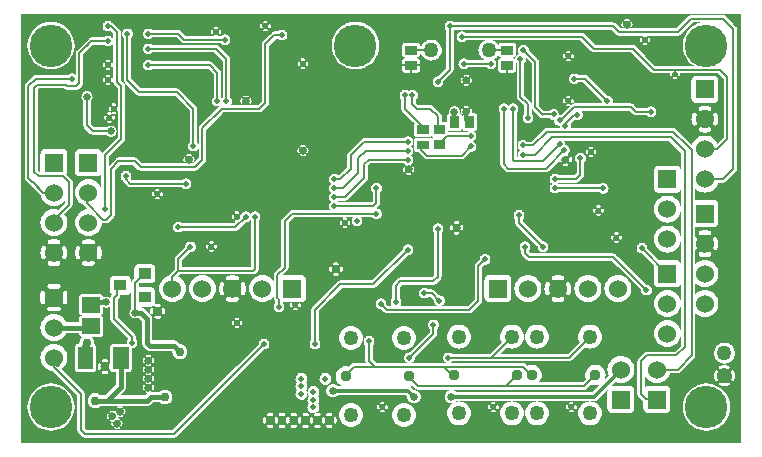
<source format=gbr>
G04 start of page 3 for group 1 idx 1 *
G04 Title: (unknown), solder *
G04 Creator: pcb 20091103 *
G04 CreationDate: Sun 20 Feb 2011 16:36:46 GMT UTC *
G04 For: thomas *
G04 Format: Gerber/RS-274X *
G04 PCB-Dimensions: 240157 142913 *
G04 PCB-Coordinate-Origin: lower left *
%MOIN*%
%FSLAX25Y25*%
%LNBACK*%
%ADD11C,0.0200*%
%ADD12C,0.0150*%
%ADD14C,0.0080*%
%ADD15C,0.0120*%
%ADD16C,0.0600*%
%ADD17C,0.0375*%
%ADD18C,0.0494*%
%ADD19C,0.0500*%
%ADD20C,0.0250*%
%ADD21C,0.1417*%
%ADD22C,0.0300*%
%ADD23R,0.0512X0.0512*%
%ADD24R,0.0295X0.0295*%
%ADD31R,0.0340X0.0340*%
%ADD36C,0.0380*%
%ADD37C,0.0275*%
%ADD38C,0.0394*%
%ADD39C,0.0290*%
%ADD40C,0.1299*%
G54D11*G36*
X45050Y130213D02*X64503D01*
X67300Y127416D01*
Y115249D01*
X67121Y115070D01*
X67000Y114897D01*
X66879Y115070D01*
X66700Y115249D01*
Y123413D01*
X66695Y123471D01*
Y123518D01*
X66687Y123566D01*
X66682Y123621D01*
X66668Y123675D01*
X66659Y123724D01*
X66643Y123767D01*
X66628Y123823D01*
X66604Y123873D01*
X66587Y123921D01*
X66560Y123968D01*
X66539Y124013D01*
X66512Y124051D01*
X66483Y124102D01*
X66444Y124148D01*
X66419Y124184D01*
X66386Y124217D01*
X66348Y124262D01*
X63849Y126761D01*
X63817Y126788D01*
X63772Y126833D01*
X63722Y126868D01*
X63689Y126896D01*
X63651Y126918D01*
X63601Y126953D01*
X63538Y126983D01*
X63508Y127000D01*
X63474Y127013D01*
X63411Y127042D01*
X63345Y127060D01*
X63311Y127072D01*
X63276Y127078D01*
X63209Y127096D01*
X63139Y127102D01*
X63105Y127108D01*
X63070D01*
X63000Y127114D01*
X45050D01*
Y130213D01*
G37*
G36*
X57488Y97114D02*X57500Y97113D01*
X57813Y97140D01*
X58116Y97222D01*
X58400Y97354D01*
X58657Y97534D01*
X58879Y97756D01*
X59059Y98013D01*
X59191Y98297D01*
X59273Y98600D01*
X59300Y98913D01*
Y94911D01*
X57502Y93113D01*
X57488D01*
Y93538D01*
X57529Y93547D01*
X57577Y93568D01*
X57621Y93596D01*
X57660Y93632D01*
X57691Y93673D01*
X57715Y93720D01*
X57769Y93873D01*
X57809Y94029D01*
X57836Y94188D01*
X57848Y94349D01*
X57847Y94510D01*
X57831Y94671D01*
X57802Y94830D01*
X57759Y94985D01*
X57702Y95136D01*
X57677Y95182D01*
X57645Y95223D01*
X57607Y95258D01*
X57562Y95286D01*
X57514Y95306D01*
X57488Y95312D01*
Y97114D01*
G37*
G36*
X55988Y97946D02*X56121Y97756D01*
X56343Y97534D01*
X56600Y97354D01*
X56884Y97222D01*
X57187Y97140D01*
X57488Y97114D01*
Y95312D01*
X57463Y95317D01*
X57410Y95318D01*
X57359Y95311D01*
X57309Y95295D01*
X57263Y95270D01*
X57222Y95238D01*
X57187Y95200D01*
X57159Y95155D01*
X57139Y95107D01*
X57128Y95056D01*
X57127Y95003D01*
X57134Y94952D01*
X57150Y94902D01*
X57188Y94800D01*
X57217Y94695D01*
X57237Y94587D01*
X57248Y94479D01*
X57249Y94370D01*
X57240Y94261D01*
X57222Y94154D01*
X57195Y94048D01*
X57158Y93945D01*
X57159Y93946D01*
X57144Y93896D01*
X57137Y93844D01*
X57140Y93792D01*
X57151Y93741D01*
X57172Y93693D01*
X57200Y93649D01*
X57236Y93610D01*
X57277Y93579D01*
X57324Y93555D01*
X57374Y93540D01*
X57426Y93533D01*
X57478Y93536D01*
X57488Y93538D01*
Y93113D01*
X56876D01*
X56856Y93150D01*
X56824Y93191D01*
X56786Y93226D01*
X56741Y93254D01*
X56693Y93274D01*
X56642Y93285D01*
X56589Y93286D01*
X56538Y93279D01*
X56488Y93263D01*
X56386Y93225D01*
X56281Y93196D01*
X56173Y93176D01*
X56065Y93165D01*
X55988Y93164D01*
Y95662D01*
X56043Y95663D01*
X56152Y95654D01*
X56259Y95636D01*
X56365Y95609D01*
X56468Y95572D01*
X56467Y95573D01*
X56517Y95558D01*
X56569Y95551D01*
X56621Y95554D01*
X56672Y95565D01*
X56720Y95586D01*
X56764Y95614D01*
X56803Y95650D01*
X56834Y95691D01*
X56858Y95738D01*
X56873Y95788D01*
X56880Y95840D01*
X56877Y95892D01*
X56866Y95943D01*
X56845Y95991D01*
X56817Y96035D01*
X56781Y96074D01*
X56740Y96105D01*
X56693Y96129D01*
X56540Y96183D01*
X56384Y96223D01*
X56225Y96250D01*
X56064Y96262D01*
X55988D01*
Y97946D01*
G37*
G36*
Y111228D02*X56300Y110916D01*
Y100249D01*
X56121Y100070D01*
X55988Y99880D01*
Y111228D01*
G37*
G36*
X54512Y112704D02*X55988Y111228D01*
Y99880D01*
X55941Y99813D01*
X55809Y99529D01*
X55727Y99226D01*
X55700Y98913D01*
X55727Y98600D01*
X55809Y98297D01*
X55941Y98013D01*
X55988Y97946D01*
Y96262D01*
X55903Y96261D01*
X55742Y96245D01*
X55583Y96216D01*
X55428Y96173D01*
X55277Y96116D01*
X55231Y96091D01*
X55190Y96059D01*
X55155Y96021D01*
X55127Y95976D01*
X55107Y95928D01*
X55096Y95877D01*
X55095Y95824D01*
X55102Y95773D01*
X55118Y95723D01*
X55143Y95677D01*
X55175Y95636D01*
X55213Y95601D01*
X55258Y95573D01*
X55306Y95553D01*
X55357Y95542D01*
X55410Y95541D01*
X55461Y95548D01*
X55511Y95564D01*
X55613Y95602D01*
X55718Y95631D01*
X55826Y95651D01*
X55934Y95662D01*
X55988D01*
Y93164D01*
X55956D01*
X55847Y93173D01*
X55740Y93191D01*
X55634Y93218D01*
X55531Y93255D01*
X55532Y93254D01*
X55482Y93269D01*
X55430Y93276D01*
X55378Y93273D01*
X55327Y93262D01*
X55279Y93241D01*
X55235Y93213D01*
X55196Y93177D01*
X55165Y93136D01*
X55153Y93113D01*
X54512D01*
Y93515D01*
X54536Y93510D01*
X54589Y93509D01*
X54640Y93516D01*
X54690Y93532D01*
X54736Y93557D01*
X54777Y93589D01*
X54812Y93627D01*
X54840Y93672D01*
X54860Y93720D01*
X54871Y93771D01*
X54872Y93824D01*
X54865Y93875D01*
X54849Y93925D01*
X54811Y94027D01*
X54782Y94132D01*
X54762Y94240D01*
X54751Y94348D01*
X54750Y94457D01*
X54759Y94566D01*
X54777Y94673D01*
X54804Y94779D01*
X54841Y94882D01*
X54840Y94881D01*
X54855Y94931D01*
X54862Y94983D01*
X54859Y95035D01*
X54848Y95086D01*
X54827Y95134D01*
X54799Y95178D01*
X54763Y95217D01*
X54722Y95248D01*
X54675Y95272D01*
X54625Y95287D01*
X54573Y95294D01*
X54521Y95291D01*
X54512Y95289D01*
Y112704D01*
G37*
G36*
X45050Y115713D02*X51503D01*
X54512Y112704D01*
Y95289D01*
X54470Y95280D01*
X54422Y95259D01*
X54378Y95231D01*
X54339Y95195D01*
X54308Y95154D01*
X54284Y95107D01*
X54230Y94954D01*
X54190Y94798D01*
X54163Y94639D01*
X54151Y94478D01*
X54152Y94317D01*
X54168Y94156D01*
X54197Y93997D01*
X54240Y93842D01*
X54297Y93691D01*
X54322Y93645D01*
X54354Y93604D01*
X54392Y93569D01*
X54437Y93541D01*
X54485Y93521D01*
X54512Y93515D01*
Y93113D01*
X45050D01*
Y115713D01*
G37*
G36*
X52848Y117762D02*X52849Y117761D01*
X52804Y117799D01*
X52771Y117832D01*
X52734Y117858D01*
X52689Y117896D01*
X52638Y117925D01*
X52600Y117952D01*
X52555Y117973D01*
X52508Y118000D01*
X52461Y118017D01*
X52410Y118041D01*
X52357Y118055D01*
X52311Y118072D01*
X52261Y118081D01*
X52208Y118095D01*
X52151Y118100D01*
X52105Y118108D01*
X52058D01*
X52000Y118113D01*
X45050D01*
Y124713D01*
X62503D01*
X64300Y122916D01*
Y115249D01*
X64121Y115070D01*
X63941Y114813D01*
X63809Y114529D01*
X63727Y114226D01*
X63700Y113913D01*
X63727Y113600D01*
X63809Y113297D01*
X63941Y113013D01*
X64121Y112756D01*
X64343Y112534D01*
X64600Y112354D01*
X64884Y112222D01*
X65187Y112140D01*
X65500Y112113D01*
X65813Y112140D01*
X66109Y112220D01*
X59651Y105762D01*
X59652Y105761D01*
X59621Y105724D01*
X59581Y105684D01*
X59547Y105636D01*
X59518Y105601D01*
X59496Y105563D01*
X59461Y105513D01*
X59436Y105460D01*
X59413Y105420D01*
X59399Y105380D01*
X59372Y105323D01*
X59355Y105258D01*
X59342Y105223D01*
X59335Y105184D01*
X59318Y105121D01*
X59313Y105061D01*
X59305Y105018D01*
Y104970D01*
X59300Y104913D01*
Y98913D01*
X59273Y99226D01*
X59191Y99529D01*
X59059Y99813D01*
X58879Y100070D01*
X58700Y100249D01*
Y111413D01*
X58695Y111471D01*
Y111518D01*
X58687Y111566D01*
X58682Y111621D01*
X58668Y111675D01*
X58659Y111724D01*
X58643Y111767D01*
X58628Y111823D01*
X58604Y111873D01*
X58587Y111921D01*
X58560Y111968D01*
X58539Y112013D01*
X58512Y112051D01*
X58483Y112102D01*
X58444Y112148D01*
X58419Y112184D01*
X58386Y112217D01*
X58348Y112262D01*
X52848Y117762D01*
G37*
G36*
X172000Y17713D02*X187783D01*
Y17712D01*
X187851Y17718D01*
X187888D01*
X187920Y17724D01*
X187992Y17730D01*
X188068Y17750D01*
X188093Y17755D01*
X188114Y17763D01*
X188194Y17784D01*
X188266Y17818D01*
X188290Y17826D01*
X188317Y17841D01*
X188384Y17873D01*
X188443Y17914D01*
X188471Y17931D01*
X188493Y17950D01*
X188555Y17993D01*
X188607Y18045D01*
X188631Y18065D01*
X190113Y19547D01*
X190333Y19444D01*
X190901Y19291D01*
X191488Y19240D01*
X192075Y19291D01*
X192643Y19444D01*
X192875Y19552D01*
X190336Y17013D01*
X172000D01*
Y17713D01*
G37*
G36*
Y109716D02*X173152Y108564D01*
X173312Y108430D01*
X173494Y108325D01*
X173690Y108254D01*
X173896Y108218D01*
X174105D01*
X174277Y108248D01*
X176223D01*
X176402Y108069D01*
X176659Y107889D01*
X176943Y107757D01*
X177246Y107675D01*
X177559Y107648D01*
X177744Y107664D01*
X177728Y107480D01*
X177755Y107167D01*
X177837Y106864D01*
X177969Y106580D01*
X178149Y106323D01*
X178371Y106101D01*
X178628Y105921D01*
X178912Y105789D01*
X179215Y105707D01*
X179528Y105680D01*
X179712Y105696D01*
X179696Y105511D01*
X179723Y105198D01*
X179787Y104963D01*
X175296D01*
Y104962D01*
X175261Y104959D01*
X175191D01*
X175122Y104947D01*
X175088Y104944D01*
X175056Y104935D01*
X174985Y104923D01*
X174920Y104899D01*
X174886Y104890D01*
X174853Y104875D01*
X174789Y104851D01*
X174727Y104815D01*
X174696Y104801D01*
X174669Y104782D01*
X174607Y104747D01*
X174547Y104697D01*
X174525Y104681D01*
X174507Y104663D01*
X174447Y104612D01*
X172000Y102165D01*
Y109716D01*
G37*
G36*
X231613Y123213D02*X232503D01*
X234299Y121417D01*
Y101910D01*
X232105Y99716D01*
X231897Y100163D01*
X231613Y100569D01*
Y105773D01*
X231708Y105795D01*
X231829Y105846D01*
X231938Y105918D01*
X232034Y106007D01*
X232113Y106111D01*
X232172Y106228D01*
X232314Y106635D01*
X232417Y107055D01*
X232479Y107482D01*
X232500Y107913D01*
X232479Y108345D01*
X232417Y108772D01*
X232314Y109192D01*
X232172Y109599D01*
X232171D01*
X232112Y109715D01*
X232033Y109820D01*
X231937Y109909D01*
X231828Y109980D01*
X231707Y110031D01*
X231613Y110052D01*
Y113550D01*
X231750Y113614D01*
X231964Y113764D01*
X232149Y113949D01*
X232299Y114163D01*
X232410Y114400D01*
X232477Y114653D01*
X232500Y114913D01*
Y120913D01*
X232477Y121173D01*
X232410Y121426D01*
X232299Y121663D01*
X232149Y121877D01*
X231964Y122062D01*
X231750Y122212D01*
X231613Y122276D01*
Y123213D01*
G37*
G36*
Y100569D02*X231447Y100806D01*
X230893Y101360D01*
X230250Y101810D01*
X229539Y102142D01*
X228781Y102345D01*
X228000Y102413D01*
Y103413D01*
X228431Y103434D01*
X228858Y103496D01*
X229278Y103599D01*
X229685Y103741D01*
Y103742D01*
X229801Y103801D01*
X229906Y103880D01*
X229995Y103976D01*
X230066Y104085D01*
X230117Y104206D01*
X230146Y104333D01*
X230153Y104463D01*
X230137Y104593D01*
X230099Y104718D01*
X230040Y104834D01*
X229961Y104939D01*
X229865Y105028D01*
X229756Y105099D01*
X229635Y105150D01*
X229508Y105179D01*
X229378Y105186D01*
X229248Y105170D01*
X229123Y105132D01*
X228852Y105037D01*
X228572Y104969D01*
X228287Y104927D01*
X228000Y104913D01*
Y110913D01*
X228287Y110900D01*
X228572Y110858D01*
X228852Y110790D01*
X229123Y110695D01*
Y110694D01*
X229248Y110656D01*
X229378Y110640D01*
X229509Y110647D01*
X229636Y110676D01*
X229757Y110727D01*
X229866Y110799D01*
X229962Y110888D01*
X230041Y110992D01*
X230100Y111109D01*
X230138Y111234D01*
X230154Y111364D01*
X230147Y111495D01*
X230118Y111622D01*
X230067Y111743D01*
X229995Y111852D01*
X229906Y111948D01*
X229802Y112027D01*
X229685Y112086D01*
X229278Y112228D01*
X228858Y112331D01*
X228431Y112393D01*
X228000Y112413D01*
Y113413D01*
X231000D01*
X231260Y113436D01*
X231513Y113503D01*
X231613Y113550D01*
Y110052D01*
X231580Y110060D01*
X231450Y110067D01*
X231320Y110051D01*
X231195Y110013D01*
X231079Y109954D01*
X230974Y109875D01*
X230885Y109779D01*
X230814Y109670D01*
X230763Y109549D01*
X230734Y109422D01*
X230727Y109292D01*
X230743Y109162D01*
X230781Y109037D01*
X230876Y108766D01*
X230944Y108486D01*
X230986Y108201D01*
X231000Y107913D01*
X230986Y107626D01*
X230944Y107341D01*
X230876Y107061D01*
X230781Y106790D01*
X230780D01*
X230742Y106665D01*
X230726Y106535D01*
X230733Y106404D01*
X230762Y106277D01*
X230813Y106156D01*
X230885Y106047D01*
X230974Y105951D01*
X231078Y105872D01*
X231195Y105813D01*
X231320Y105775D01*
X231450Y105759D01*
X231581Y105766D01*
X231613Y105773D01*
Y100569D01*
G37*
G36*
X228000Y123213D02*X231613D01*
Y122276D01*
X231513Y122323D01*
X231260Y122390D01*
X231000Y122413D01*
X228000D01*
Y123213D01*
G37*
G36*
X183885Y119722D02*X184187Y119640D01*
X184500Y119613D01*
X184813Y119640D01*
X185116Y119722D01*
X185400Y119854D01*
X185657Y120034D01*
X185836Y120213D01*
X187503D01*
X193708Y114008D01*
X193700Y113913D01*
X193727Y113600D01*
X193809Y113297D01*
X193895Y113113D01*
X184500D01*
X184453Y113109D01*
X184395D01*
X184337Y113099D01*
X184292Y113095D01*
X184249Y113083D01*
X184189Y113073D01*
X184134Y113053D01*
X184090Y113041D01*
X184047Y113021D01*
X183993Y113001D01*
X183940Y112971D01*
X183900Y112952D01*
X183885Y112942D01*
Y113224D01*
X183925Y113226D01*
X183993Y113242D01*
X184057Y113269D01*
X184115Y113307D01*
X184166Y113355D01*
X184208Y113410D01*
X184240Y113472D01*
X184260Y113539D01*
X184290Y113725D01*
X184300Y113913D01*
X184290Y114102D01*
X184260Y114288D01*
Y114289D01*
X184239Y114356D01*
X184208Y114418D01*
X184166Y114473D01*
X184115Y114521D01*
X184056Y114559D01*
X183992Y114586D01*
X183924Y114601D01*
X183885Y114603D01*
Y119722D01*
G37*
G36*
X224387Y113550D02*X224487Y113503D01*
X224740Y113436D01*
X225000Y113413D01*
X228000D01*
Y112413D01*
X227568Y112393D01*
X227141Y112331D01*
X226721Y112228D01*
X226314Y112086D01*
Y112085D01*
X226198Y112026D01*
X226093Y111947D01*
X226004Y111851D01*
X225933Y111742D01*
X225882Y111621D01*
X225853Y111494D01*
X225846Y111364D01*
X225862Y111234D01*
X225900Y111109D01*
X225959Y110993D01*
X226038Y110888D01*
X226134Y110799D01*
X226243Y110728D01*
X226364Y110677D01*
X226491Y110648D01*
X226621Y110641D01*
X226751Y110657D01*
X226876Y110695D01*
X227147Y110790D01*
X227427Y110858D01*
X227712Y110900D01*
X228000Y110913D01*
Y104913D01*
X227712Y104927D01*
X227427Y104969D01*
X227147Y105037D01*
X226876Y105132D01*
Y105133D01*
X226751Y105171D01*
X226621Y105187D01*
X226490Y105180D01*
X226363Y105151D01*
X226242Y105100D01*
X226133Y105028D01*
X226037Y104939D01*
X225958Y104835D01*
X225899Y104718D01*
X225861Y104593D01*
X225845Y104463D01*
X225852Y104332D01*
X225881Y104205D01*
X225932Y104084D01*
X226004Y103975D01*
X226093Y103879D01*
X226197Y103800D01*
X226314Y103741D01*
X226721Y103599D01*
X227141Y103496D01*
X227568Y103434D01*
X228000Y103413D01*
Y102413D01*
X227219Y102345D01*
X226461Y102142D01*
X225750Y101810D01*
X225107Y101360D01*
X224553Y100806D01*
X224387Y100569D01*
Y105774D01*
X224419Y105767D01*
X224549Y105760D01*
X224679Y105776D01*
X224804Y105814D01*
X224920Y105873D01*
X225025Y105952D01*
X225114Y106048D01*
X225185Y106157D01*
X225236Y106278D01*
X225265Y106405D01*
X225272Y106535D01*
X225256Y106665D01*
X225218Y106790D01*
X225123Y107061D01*
X225055Y107341D01*
X225013Y107626D01*
X225000Y107913D01*
X225013Y108201D01*
X225055Y108486D01*
X225123Y108766D01*
X225218Y109037D01*
X225219D01*
X225257Y109162D01*
X225273Y109292D01*
X225266Y109423D01*
X225237Y109550D01*
X225186Y109671D01*
X225114Y109780D01*
X225025Y109876D01*
X224921Y109955D01*
X224804Y110014D01*
X224679Y110052D01*
X224549Y110068D01*
X224418Y110061D01*
X224387Y110054D01*
Y113550D01*
G37*
G36*
Y123213D02*X228000D01*
Y122413D01*
X225000D01*
X224740Y122390D01*
X224487Y122323D01*
X224387Y122276D01*
Y123213D01*
G37*
G36*
X218000D02*X218970D01*
X218969Y123190D01*
X218978Y123121D01*
X218994Y123018D01*
X219000Y122913D01*
X218994Y122809D01*
X218978Y122706D01*
Y122705D01*
X218970Y122636D01*
X218973Y122566D01*
X218989Y122498D01*
X219016Y122434D01*
X219054Y122376D01*
X219102Y122325D01*
X219157Y122283D01*
X219219Y122251D01*
X219286Y122231D01*
X219355Y122223D01*
X219425Y122226D01*
X219493Y122242D01*
X219557Y122269D01*
X219615Y122307D01*
X219666Y122355D01*
X219708Y122410D01*
X219740Y122472D01*
X219760Y122539D01*
X219790Y122725D01*
X219800Y122913D01*
X219790Y123102D01*
X219772Y123213D01*
X224387D01*
Y122276D01*
X224250Y122212D01*
X224036Y122062D01*
X223851Y121877D01*
X223701Y121663D01*
X223590Y121426D01*
X223523Y121173D01*
X223500Y120913D01*
Y114913D01*
X223523Y114653D01*
X223590Y114400D01*
X223701Y114163D01*
X223851Y113949D01*
X224036Y113764D01*
X224250Y113614D01*
X224387Y113550D01*
Y110054D01*
X224291Y110032D01*
X224170Y109981D01*
X224061Y109909D01*
X223965Y109820D01*
X223886Y109716D01*
X223827Y109599D01*
X223685Y109192D01*
X223582Y108772D01*
X223520Y108345D01*
X223500Y107913D01*
X223520Y107482D01*
X223582Y107055D01*
X223685Y106635D01*
X223827Y106228D01*
X223828D01*
X223887Y106112D01*
X223966Y106007D01*
X224062Y105918D01*
X224171Y105847D01*
X224292Y105796D01*
X224387Y105774D01*
Y100569D01*
X224103Y100163D01*
X223771Y99452D01*
X223715Y99241D01*
X222900Y100056D01*
X222895Y100062D01*
X218346Y104611D01*
X218301Y104649D01*
X218268Y104682D01*
X218232Y104707D01*
X218186Y104746D01*
X218135Y104775D01*
X218097Y104802D01*
X218052Y104823D01*
X218005Y104850D01*
X218000Y104852D01*
Y121113D01*
X218188Y121123D01*
X218374Y121153D01*
X218375D01*
X218442Y121174D01*
X218504Y121205D01*
X218559Y121247D01*
X218607Y121298D01*
X218645Y121357D01*
X218672Y121421D01*
X218687Y121489D01*
X218691Y121559D01*
X218682Y121628D01*
X218661Y121695D01*
X218630Y121757D01*
X218588Y121812D01*
X218537Y121860D01*
X218478Y121898D01*
X218414Y121925D01*
X218346Y121940D01*
X218276Y121944D01*
X218207Y121935D01*
X218104Y121919D01*
X218000Y121913D01*
Y123213D01*
G37*
G36*
X183885Y134213D02*X186503D01*
X190152Y130564D01*
X190193Y130530D01*
X190229Y130494D01*
X190270Y130466D01*
X190312Y130430D01*
X190361Y130401D01*
X190400Y130374D01*
X190448Y130351D01*
X190494Y130325D01*
X190540Y130308D01*
X190590Y130285D01*
X190645Y130270D01*
X190690Y130254D01*
X190734Y130246D01*
X190792Y130231D01*
X190851Y130226D01*
X190896Y130218D01*
X190943D01*
X191000Y130213D01*
X203503D01*
X210152Y123564D01*
X210193Y123530D01*
X210229Y123494D01*
X210270Y123466D01*
X210312Y123430D01*
X210361Y123401D01*
X210400Y123374D01*
X210448Y123351D01*
X210494Y123325D01*
X210540Y123308D01*
X210590Y123285D01*
X210645Y123270D01*
X210690Y123254D01*
X210734Y123246D01*
X210792Y123231D01*
X210851Y123226D01*
X210896Y123218D01*
X210943D01*
X211000Y123213D01*
X216227D01*
X216209Y123102D01*
X216200Y122913D01*
X216209Y122725D01*
X216239Y122539D01*
Y122538D01*
X216260Y122471D01*
X216291Y122409D01*
X216333Y122354D01*
X216384Y122306D01*
X216443Y122268D01*
X216507Y122241D01*
X216575Y122226D01*
X216645Y122222D01*
X216714Y122231D01*
X216781Y122252D01*
X216843Y122283D01*
X216898Y122325D01*
X216946Y122376D01*
X216984Y122435D01*
X217011Y122499D01*
X217026Y122567D01*
X217030Y122637D01*
X217021Y122706D01*
X217005Y122809D01*
X217000Y122913D01*
X217005Y123018D01*
X217021Y123121D01*
Y123122D01*
X217029Y123191D01*
X217028Y123213D01*
X218000D01*
Y121913D01*
X217895Y121919D01*
X217792Y121935D01*
X217791D01*
X217722Y121943D01*
X217652Y121940D01*
X217584Y121924D01*
X217520Y121897D01*
X217462Y121859D01*
X217411Y121811D01*
X217369Y121756D01*
X217337Y121694D01*
X217317Y121627D01*
X217309Y121558D01*
X217312Y121488D01*
X217328Y121420D01*
X217355Y121356D01*
X217393Y121298D01*
X217441Y121247D01*
X217496Y121205D01*
X217558Y121173D01*
X217625Y121153D01*
X217811Y121123D01*
X218000Y121113D01*
Y104852D01*
X217957Y104867D01*
X217907Y104891D01*
X217851Y104906D01*
X217808Y104922D01*
X217759Y104931D01*
X217705Y104945D01*
X217650Y104950D01*
X217602Y104958D01*
X217555D01*
X217497Y104963D01*
X183885D01*
Y107102D01*
X184625Y107842D01*
X184884Y107722D01*
X185187Y107640D01*
X185500Y107613D01*
X185813Y107640D01*
X186116Y107722D01*
X186400Y107854D01*
X186657Y108034D01*
X186879Y108256D01*
X187059Y108513D01*
X187191Y108797D01*
X187273Y109100D01*
X187300Y109413D01*
X187273Y109726D01*
X187191Y110029D01*
X187059Y110313D01*
X186879Y110570D01*
X186736Y110713D01*
X203003D01*
X204152Y109564D01*
X204193Y109530D01*
X204229Y109494D01*
X204270Y109466D01*
X204312Y109430D01*
X204361Y109401D01*
X204400Y109374D01*
X204448Y109351D01*
X204494Y109325D01*
X204540Y109308D01*
X204590Y109285D01*
X204645Y109270D01*
X204690Y109254D01*
X204734Y109246D01*
X204792Y109231D01*
X204851Y109226D01*
X204896Y109218D01*
X204943D01*
X205000Y109213D01*
X208664D01*
X208843Y109034D01*
X209100Y108854D01*
X209384Y108722D01*
X209687Y108640D01*
X210000Y108613D01*
X210313Y108640D01*
X210616Y108722D01*
X210900Y108854D01*
X211157Y109034D01*
X211379Y109256D01*
X211559Y109513D01*
X211691Y109797D01*
X211773Y110100D01*
X211800Y110413D01*
X211773Y110726D01*
X211691Y111029D01*
X211559Y111313D01*
X211379Y111570D01*
X211157Y111792D01*
X210900Y111972D01*
X210616Y112104D01*
X210313Y112186D01*
X210000Y112213D01*
X209687Y112186D01*
X209384Y112104D01*
X209100Y111972D01*
X208843Y111792D01*
X208664Y111613D01*
X205497D01*
X204349Y112761D01*
X204304Y112799D01*
X204271Y112832D01*
X204234Y112858D01*
X204189Y112896D01*
X204138Y112925D01*
X204100Y112952D01*
X204055Y112973D01*
X204008Y113000D01*
X203961Y113017D01*
X203910Y113041D01*
X203857Y113055D01*
X203811Y113072D01*
X203761Y113081D01*
X203708Y113095D01*
X203651Y113100D01*
X203605Y113108D01*
X203558D01*
X203500Y113113D01*
X197105D01*
X197191Y113297D01*
X197273Y113600D01*
X197300Y113913D01*
X197273Y114226D01*
X197191Y114529D01*
X197059Y114813D01*
X196879Y115070D01*
X196657Y115292D01*
X196400Y115472D01*
X196116Y115604D01*
X195813Y115686D01*
X195500Y115713D01*
X195405Y115705D01*
X188849Y122261D01*
X188804Y122299D01*
X188771Y122332D01*
X188734Y122358D01*
X188689Y122396D01*
X188640Y122424D01*
X188600Y122452D01*
X188554Y122473D01*
X188508Y122500D01*
X188459Y122518D01*
X188410Y122541D01*
X188357Y122555D01*
X188311Y122572D01*
X188261Y122581D01*
X188208Y122595D01*
X188151Y122600D01*
X188105Y122608D01*
X188058D01*
X188000Y122613D01*
X185836D01*
X185657Y122792D01*
X185400Y122972D01*
X185116Y123104D01*
X184813Y123186D01*
X184500Y123213D01*
X184187Y123186D01*
X183885Y123104D01*
Y128224D01*
X183925Y128226D01*
X183993Y128242D01*
X184057Y128269D01*
X184115Y128307D01*
X184166Y128355D01*
X184208Y128410D01*
X184240Y128472D01*
X184260Y128539D01*
X184290Y128725D01*
X184300Y128913D01*
X184290Y129102D01*
X184260Y129288D01*
Y129289D01*
X184239Y129356D01*
X184208Y129418D01*
X184166Y129473D01*
X184115Y129521D01*
X184056Y129559D01*
X183992Y129586D01*
X183924Y129601D01*
X183885Y129603D01*
Y134213D01*
G37*
G36*
Y104963D02*X183205D01*
X183269Y105198D01*
X183296Y105511D01*
X183269Y105824D01*
X183187Y106127D01*
X183099Y106316D01*
X183885Y107102D01*
Y104963D01*
G37*
G36*
X182499Y134213D02*X183885D01*
Y129603D01*
X183854Y129605D01*
X183785Y129596D01*
X183718Y129575D01*
X183656Y129544D01*
X183601Y129502D01*
X183553Y129451D01*
X183515Y129392D01*
X183488Y129328D01*
X183473Y129260D01*
X183469Y129190D01*
X183478Y129121D01*
X183494Y129018D01*
X183500Y128913D01*
X183494Y128809D01*
X183478Y128706D01*
Y128705D01*
X183470Y128636D01*
X183473Y128566D01*
X183489Y128498D01*
X183516Y128434D01*
X183554Y128376D01*
X183602Y128325D01*
X183657Y128283D01*
X183719Y128251D01*
X183786Y128231D01*
X183855Y128223D01*
X183885Y128224D01*
Y123104D01*
X183884D01*
X183600Y122972D01*
X183343Y122792D01*
X183121Y122570D01*
X182941Y122313D01*
X182809Y122029D01*
X182727Y121726D01*
X182700Y121413D01*
X182727Y121100D01*
X182809Y120797D01*
X182941Y120513D01*
X183121Y120256D01*
X183343Y120034D01*
X183600Y119854D01*
X183884Y119722D01*
X183885D01*
Y114603D01*
X183854Y114605D01*
X183785Y114596D01*
X183718Y114575D01*
X183656Y114544D01*
X183601Y114502D01*
X183553Y114451D01*
X183515Y114392D01*
X183488Y114328D01*
X183473Y114260D01*
X183469Y114190D01*
X183478Y114121D01*
X183494Y114018D01*
X183500Y113913D01*
X183494Y113809D01*
X183478Y113706D01*
Y113705D01*
X183470Y113636D01*
X183473Y113566D01*
X183489Y113498D01*
X183516Y113434D01*
X183554Y113376D01*
X183602Y113325D01*
X183657Y113283D01*
X183719Y113251D01*
X183786Y113231D01*
X183855Y113223D01*
X183885Y113224D01*
Y112942D01*
X183868Y112930D01*
X183811Y112897D01*
X183758Y112853D01*
X183729Y112832D01*
X183705Y112808D01*
X183651Y112762D01*
X182499Y111610D01*
Y112113D01*
X182500D01*
X182688Y112123D01*
X182874Y112153D01*
X182875D01*
X182942Y112174D01*
X183004Y112205D01*
X183059Y112247D01*
X183107Y112298D01*
X183145Y112357D01*
X183172Y112421D01*
X183187Y112489D01*
X183191Y112559D01*
X183182Y112628D01*
X183161Y112695D01*
X183130Y112757D01*
X183088Y112812D01*
X183037Y112860D01*
X182978Y112898D01*
X182914Y112925D01*
X182846Y112940D01*
X182776Y112944D01*
X182707Y112935D01*
X182604Y112919D01*
X182500Y112913D01*
X182499D01*
Y114913D01*
X182500D01*
X182604Y114908D01*
X182707Y114892D01*
X182708D01*
X182777Y114884D01*
X182847Y114887D01*
X182915Y114903D01*
X182979Y114930D01*
X183037Y114968D01*
X183088Y115016D01*
X183130Y115071D01*
X183162Y115133D01*
X183182Y115200D01*
X183190Y115269D01*
X183187Y115339D01*
X183171Y115407D01*
X183144Y115471D01*
X183106Y115529D01*
X183058Y115580D01*
X183003Y115622D01*
X182941Y115654D01*
X182874Y115674D01*
X182688Y115704D01*
X182500Y115713D01*
X182499D01*
Y127113D01*
X182500D01*
X182688Y127123D01*
X182874Y127153D01*
X182875D01*
X182942Y127174D01*
X183004Y127205D01*
X183059Y127247D01*
X183107Y127298D01*
X183145Y127357D01*
X183172Y127421D01*
X183187Y127489D01*
X183191Y127559D01*
X183182Y127628D01*
X183161Y127695D01*
X183130Y127757D01*
X183088Y127812D01*
X183037Y127860D01*
X182978Y127898D01*
X182914Y127925D01*
X182846Y127940D01*
X182776Y127944D01*
X182707Y127935D01*
X182604Y127919D01*
X182500Y127913D01*
X182499D01*
Y129913D01*
X182500D01*
X182604Y129908D01*
X182707Y129892D01*
X182708D01*
X182777Y129884D01*
X182847Y129887D01*
X182915Y129903D01*
X182979Y129930D01*
X183037Y129968D01*
X183088Y130016D01*
X183130Y130071D01*
X183162Y130133D01*
X183182Y130200D01*
X183190Y130269D01*
X183187Y130339D01*
X183171Y130407D01*
X183144Y130471D01*
X183106Y130529D01*
X183058Y130580D01*
X183003Y130622D01*
X182941Y130654D01*
X182874Y130674D01*
X182688Y130704D01*
X182500Y130713D01*
X182499D01*
Y134213D01*
G37*
G36*
X181115D02*X182499D01*
Y130713D01*
X182311Y130704D01*
X182125Y130674D01*
X182124D01*
X182057Y130653D01*
X181995Y130622D01*
X181940Y130580D01*
X181892Y130529D01*
X181854Y130470D01*
X181827Y130406D01*
X181812Y130338D01*
X181808Y130268D01*
X181817Y130199D01*
X181838Y130132D01*
X181869Y130070D01*
X181911Y130015D01*
X181962Y129967D01*
X182021Y129929D01*
X182085Y129902D01*
X182153Y129887D01*
X182223Y129883D01*
X182292Y129892D01*
X182395Y129908D01*
X182499Y129913D01*
Y127913D01*
X182395Y127919D01*
X182292Y127935D01*
X182291D01*
X182222Y127943D01*
X182152Y127940D01*
X182084Y127924D01*
X182020Y127897D01*
X181962Y127859D01*
X181911Y127811D01*
X181869Y127756D01*
X181837Y127694D01*
X181817Y127627D01*
X181809Y127558D01*
X181812Y127488D01*
X181828Y127420D01*
X181855Y127356D01*
X181893Y127298D01*
X181941Y127247D01*
X181996Y127205D01*
X182058Y127173D01*
X182125Y127153D01*
X182311Y127123D01*
X182499Y127113D01*
Y115713D01*
X182311Y115704D01*
X182125Y115674D01*
X182124D01*
X182057Y115653D01*
X181995Y115622D01*
X181940Y115580D01*
X181892Y115529D01*
X181854Y115470D01*
X181827Y115406D01*
X181812Y115338D01*
X181808Y115268D01*
X181817Y115199D01*
X181838Y115132D01*
X181869Y115070D01*
X181911Y115015D01*
X181962Y114967D01*
X182021Y114929D01*
X182085Y114902D01*
X182153Y114887D01*
X182223Y114883D01*
X182292Y114892D01*
X182395Y114908D01*
X182499Y114913D01*
Y112913D01*
X182395Y112919D01*
X182292Y112935D01*
X182291D01*
X182222Y112943D01*
X182152Y112940D01*
X182084Y112924D01*
X182020Y112897D01*
X181962Y112859D01*
X181911Y112811D01*
X181869Y112756D01*
X181837Y112694D01*
X181817Y112627D01*
X181809Y112558D01*
X181812Y112488D01*
X181828Y112420D01*
X181855Y112356D01*
X181893Y112298D01*
X181941Y112247D01*
X181996Y112205D01*
X182058Y112173D01*
X182125Y112153D01*
X182311Y112123D01*
X182499Y112113D01*
Y111610D01*
X181115Y110226D01*
Y113224D01*
X181145Y113222D01*
X181214Y113231D01*
X181281Y113252D01*
X181343Y113283D01*
X181398Y113325D01*
X181446Y113376D01*
X181484Y113435D01*
X181511Y113499D01*
X181526Y113567D01*
X181530Y113637D01*
X181521Y113706D01*
X181505Y113809D01*
X181500Y113913D01*
X181505Y114018D01*
X181521Y114121D01*
Y114122D01*
X181529Y114191D01*
X181526Y114261D01*
X181510Y114329D01*
X181483Y114393D01*
X181445Y114451D01*
X181397Y114502D01*
X181342Y114544D01*
X181280Y114576D01*
X181213Y114596D01*
X181144Y114604D01*
X181115Y114603D01*
Y128224D01*
X181145Y128222D01*
X181214Y128231D01*
X181281Y128252D01*
X181343Y128283D01*
X181398Y128325D01*
X181446Y128376D01*
X181484Y128435D01*
X181511Y128499D01*
X181526Y128567D01*
X181530Y128637D01*
X181521Y128706D01*
X181505Y128809D01*
X181500Y128913D01*
X181505Y129018D01*
X181521Y129121D01*
Y129122D01*
X181529Y129191D01*
X181526Y129261D01*
X181510Y129329D01*
X181483Y129393D01*
X181445Y129451D01*
X181397Y129502D01*
X181342Y129544D01*
X181280Y129576D01*
X181213Y129596D01*
X181144Y129604D01*
X181115Y129603D01*
Y134213D01*
G37*
G36*
X172000D02*X181115D01*
Y129603D01*
X181074Y129601D01*
X181006Y129585D01*
X180942Y129558D01*
X180884Y129520D01*
X180833Y129472D01*
X180791Y129417D01*
X180759Y129355D01*
X180739Y129288D01*
X180709Y129102D01*
X180700Y128913D01*
X180709Y128725D01*
X180739Y128539D01*
Y128538D01*
X180760Y128471D01*
X180791Y128409D01*
X180833Y128354D01*
X180884Y128306D01*
X180943Y128268D01*
X181007Y128241D01*
X181075Y128226D01*
X181115Y128224D01*
Y114603D01*
X181074Y114601D01*
X181006Y114585D01*
X180942Y114558D01*
X180884Y114520D01*
X180833Y114472D01*
X180791Y114417D01*
X180759Y114355D01*
X180739Y114288D01*
X180709Y114102D01*
X180700Y113913D01*
X180709Y113725D01*
X180739Y113539D01*
Y113538D01*
X180760Y113471D01*
X180791Y113409D01*
X180833Y113354D01*
X180884Y113306D01*
X180943Y113268D01*
X181007Y113241D01*
X181075Y113226D01*
X181115Y113224D01*
Y110226D01*
X180078Y109189D01*
X179841Y109253D01*
X179528Y109280D01*
X179343Y109264D01*
X179359Y109448D01*
X179332Y109761D01*
X179250Y110064D01*
X179118Y110348D01*
X178938Y110605D01*
X178716Y110827D01*
X178459Y111007D01*
X178175Y111139D01*
X177872Y111221D01*
X177559Y111248D01*
X177246Y111221D01*
X176943Y111139D01*
X176659Y111007D01*
X176402Y110827D01*
X176223Y110648D01*
X174462D01*
X172700Y112410D01*
Y126913D01*
X172695Y126971D01*
Y127018D01*
X172687Y127066D01*
X172682Y127121D01*
X172668Y127175D01*
X172659Y127224D01*
X172643Y127267D01*
X172628Y127323D01*
X172604Y127373D01*
X172587Y127421D01*
X172560Y127468D01*
X172539Y127513D01*
X172512Y127551D01*
X172483Y127602D01*
X172444Y127648D01*
X172419Y127684D01*
X172386Y127717D01*
X172348Y127762D01*
X172000Y128110D01*
Y134213D01*
G37*
G36*
X209385Y135713D02*X219000D01*
Y135712D01*
X219068Y135718D01*
X219105D01*
X219137Y135724D01*
X219209Y135730D01*
X219285Y135750D01*
X219310Y135755D01*
X219331Y135763D01*
X219411Y135784D01*
X219483Y135818D01*
X219507Y135826D01*
X219534Y135841D01*
X219601Y135873D01*
X219660Y135914D01*
X219688Y135931D01*
X219710Y135950D01*
X219772Y135993D01*
X219824Y136045D01*
X219848Y136065D01*
X223996Y140213D01*
X227657D01*
X227133Y140167D01*
X225807Y139812D01*
X224563Y139232D01*
X223439Y138445D01*
X222468Y137474D01*
X221681Y136350D01*
X221101Y135106D01*
X220746Y133780D01*
X220626Y132413D01*
X220746Y131046D01*
X221101Y129720D01*
X221681Y128476D01*
X222468Y127352D01*
X223439Y126381D01*
X224536Y125613D01*
X211497D01*
X209385Y127725D01*
Y133724D01*
X209425Y133726D01*
X209493Y133742D01*
X209557Y133769D01*
X209615Y133807D01*
X209666Y133855D01*
X209708Y133910D01*
X209740Y133972D01*
X209760Y134039D01*
X209790Y134225D01*
X209800Y134413D01*
X209790Y134602D01*
X209760Y134788D01*
Y134789D01*
X209739Y134856D01*
X209708Y134918D01*
X209666Y134973D01*
X209615Y135021D01*
X209556Y135059D01*
X209492Y135086D01*
X209424Y135101D01*
X209385Y135103D01*
Y135713D01*
G37*
G36*
X208000Y135413D02*X208104Y135408D01*
X208207Y135392D01*
X208208D01*
X208277Y135384D01*
X208347Y135387D01*
X208415Y135403D01*
X208479Y135430D01*
X208537Y135468D01*
X208588Y135516D01*
X208630Y135571D01*
X208662Y135633D01*
X208682Y135700D01*
X208684Y135713D01*
X209385D01*
Y135103D01*
X209354Y135105D01*
X209285Y135096D01*
X209218Y135075D01*
X209156Y135044D01*
X209101Y135002D01*
X209053Y134951D01*
X209015Y134892D01*
X208988Y134828D01*
X208973Y134760D01*
X208969Y134690D01*
X208978Y134621D01*
X208994Y134518D01*
X209000Y134413D01*
X208994Y134309D01*
X208978Y134206D01*
Y134205D01*
X208970Y134136D01*
X208973Y134066D01*
X208989Y133998D01*
X209016Y133934D01*
X209054Y133876D01*
X209102Y133825D01*
X209157Y133783D01*
X209219Y133751D01*
X209286Y133731D01*
X209355Y133723D01*
X209385Y133724D01*
Y127725D01*
X208000Y129110D01*
Y132613D01*
X208188Y132623D01*
X208374Y132653D01*
X208375D01*
X208442Y132674D01*
X208504Y132705D01*
X208559Y132747D01*
X208607Y132798D01*
X208645Y132857D01*
X208672Y132921D01*
X208687Y132989D01*
X208691Y133059D01*
X208682Y133128D01*
X208661Y133195D01*
X208630Y133257D01*
X208588Y133312D01*
X208537Y133360D01*
X208478Y133398D01*
X208414Y133425D01*
X208346Y133440D01*
X208276Y133444D01*
X208207Y133435D01*
X208104Y133419D01*
X208000Y133413D01*
Y135413D01*
G37*
G36*
X206615Y135713D02*X207315D01*
X207317Y135699D01*
X207338Y135632D01*
X207369Y135570D01*
X207411Y135515D01*
X207462Y135467D01*
X207521Y135429D01*
X207585Y135402D01*
X207653Y135387D01*
X207723Y135383D01*
X207792Y135392D01*
X207895Y135408D01*
X208000Y135413D01*
Y133413D01*
X207895Y133419D01*
X207792Y133435D01*
X207791D01*
X207722Y133443D01*
X207652Y133440D01*
X207584Y133424D01*
X207520Y133397D01*
X207462Y133359D01*
X207411Y133311D01*
X207369Y133256D01*
X207337Y133194D01*
X207317Y133127D01*
X207309Y133058D01*
X207312Y132988D01*
X207328Y132920D01*
X207355Y132856D01*
X207393Y132798D01*
X207441Y132747D01*
X207496Y132705D01*
X207558Y132673D01*
X207625Y132653D01*
X207811Y132623D01*
X208000Y132613D01*
Y129110D01*
X206615Y130495D01*
Y133724D01*
X206645Y133722D01*
X206714Y133731D01*
X206781Y133752D01*
X206843Y133783D01*
X206898Y133825D01*
X206946Y133876D01*
X206984Y133935D01*
X207011Y133999D01*
X207026Y134067D01*
X207030Y134137D01*
X207021Y134206D01*
X207005Y134309D01*
X207000Y134413D01*
X207005Y134518D01*
X207021Y134621D01*
Y134622D01*
X207029Y134691D01*
X207026Y134761D01*
X207010Y134829D01*
X206983Y134893D01*
X206945Y134951D01*
X206897Y135002D01*
X206842Y135044D01*
X206780Y135076D01*
X206713Y135096D01*
X206644Y135104D01*
X206615Y135103D01*
Y135713D01*
G37*
G36*
X172000Y137713D02*X197003D01*
X198652Y136064D01*
X198693Y136030D01*
X198729Y135994D01*
X198770Y135966D01*
X198812Y135930D01*
X198861Y135901D01*
X198900Y135874D01*
X198948Y135851D01*
X198994Y135825D01*
X199040Y135808D01*
X199090Y135785D01*
X199145Y135770D01*
X199190Y135754D01*
X199234Y135746D01*
X199292Y135731D01*
X199351Y135726D01*
X199396Y135718D01*
X199443D01*
X199500Y135713D01*
X206615D01*
Y135103D01*
X206574Y135101D01*
X206506Y135085D01*
X206442Y135058D01*
X206384Y135020D01*
X206333Y134972D01*
X206291Y134917D01*
X206259Y134855D01*
X206239Y134788D01*
X206209Y134602D01*
X206200Y134413D01*
X206209Y134225D01*
X206239Y134039D01*
Y134038D01*
X206260Y133971D01*
X206291Y133909D01*
X206333Y133854D01*
X206384Y133806D01*
X206443Y133768D01*
X206507Y133741D01*
X206575Y133726D01*
X206615Y133724D01*
Y130495D01*
X204849Y132261D01*
X204802Y132301D01*
X204771Y132332D01*
X204736Y132357D01*
X204689Y132396D01*
X204639Y132424D01*
X204600Y132452D01*
X204556Y132472D01*
X204508Y132500D01*
X204460Y132517D01*
X204410Y132541D01*
X204354Y132556D01*
X204311Y132572D01*
X204262Y132581D01*
X204208Y132595D01*
X204153Y132600D01*
X204105Y132608D01*
X204058D01*
X204000Y132613D01*
X191497D01*
X187849Y136261D01*
X187804Y136299D01*
X187771Y136332D01*
X187736Y136356D01*
X187735Y136357D01*
X187689Y136396D01*
X187636Y136427D01*
X187600Y136452D01*
X187557Y136472D01*
X187508Y136500D01*
X187455Y136519D01*
X187410Y136541D01*
X187356Y136556D01*
X187311Y136572D01*
X187262Y136581D01*
X187208Y136595D01*
X187153Y136600D01*
X187105Y136608D01*
X187058D01*
X187000Y136613D01*
X172000D01*
Y137713D01*
G37*
G36*
X212600Y100769D02*X216038D01*
X220060Y96747D01*
Y32387D01*
X218007Y30334D01*
X212600D01*
Y32973D01*
X212607Y32966D01*
X213250Y32516D01*
X213961Y32184D01*
X214719Y31981D01*
X215500Y31913D01*
X216281Y31981D01*
X217039Y32184D01*
X217750Y32516D01*
X218393Y32966D01*
X218947Y33520D01*
X219397Y34163D01*
X219729Y34874D01*
X219932Y35632D01*
X220000Y36413D01*
X219932Y37194D01*
X219729Y37952D01*
X219397Y38663D01*
X218947Y39306D01*
X218393Y39860D01*
X217750Y40310D01*
X217039Y40642D01*
X216281Y40845D01*
X215500Y40913D01*
X214719Y40845D01*
X213961Y40642D01*
X213250Y40310D01*
X212607Y39860D01*
X212600Y39853D01*
Y42973D01*
X212607Y42966D01*
X213250Y42516D01*
X213961Y42184D01*
X214719Y41981D01*
X215500Y41913D01*
X216281Y41981D01*
X217039Y42184D01*
X217750Y42516D01*
X218393Y42966D01*
X218947Y43520D01*
X219397Y44163D01*
X219729Y44874D01*
X219932Y45632D01*
X220000Y46413D01*
X219932Y47194D01*
X219729Y47952D01*
X219397Y48663D01*
X218947Y49306D01*
X218393Y49860D01*
X217750Y50310D01*
X217039Y50642D01*
X216281Y50845D01*
X215500Y50913D01*
X214719Y50845D01*
X213961Y50642D01*
X213250Y50310D01*
X212607Y49860D01*
X212600Y49853D01*
Y51913D01*
X218500D01*
X218760Y51936D01*
X219013Y52003D01*
X219250Y52114D01*
X219464Y52264D01*
X219649Y52449D01*
X219799Y52663D01*
X219910Y52900D01*
X219977Y53153D01*
X220000Y53413D01*
Y59413D01*
X219977Y59673D01*
X219910Y59926D01*
X219799Y60163D01*
X219649Y60377D01*
X219464Y60562D01*
X219250Y60712D01*
X219013Y60823D01*
X218760Y60890D01*
X218500Y60913D01*
X212697D01*
X212600Y61010D01*
Y64473D01*
X212607Y64466D01*
X213250Y64016D01*
X213961Y63684D01*
X214719Y63481D01*
X215500Y63413D01*
X216281Y63481D01*
X217039Y63684D01*
X217750Y64016D01*
X218393Y64466D01*
X218947Y65020D01*
X219397Y65663D01*
X219729Y66374D01*
X219932Y67132D01*
X220000Y67913D01*
X219932Y68694D01*
X219729Y69452D01*
X219397Y70163D01*
X218947Y70806D01*
X218393Y71360D01*
X217750Y71810D01*
X217039Y72142D01*
X216281Y72345D01*
X215500Y72413D01*
X214719Y72345D01*
X213961Y72142D01*
X213250Y71810D01*
X212607Y71360D01*
X212600Y71353D01*
Y74473D01*
X212607Y74466D01*
X213250Y74016D01*
X213961Y73684D01*
X214719Y73481D01*
X215500Y73413D01*
X216281Y73481D01*
X217039Y73684D01*
X217750Y74016D01*
X218393Y74466D01*
X218947Y75020D01*
X219397Y75663D01*
X219729Y76374D01*
X219932Y77132D01*
X220000Y77913D01*
X219932Y78694D01*
X219729Y79452D01*
X219397Y80163D01*
X218947Y80806D01*
X218393Y81360D01*
X217750Y81810D01*
X217039Y82142D01*
X216281Y82345D01*
X215500Y82413D01*
X214719Y82345D01*
X213961Y82142D01*
X213250Y81810D01*
X212607Y81360D01*
X212600Y81353D01*
Y83413D01*
X218500D01*
X218760Y83436D01*
X219013Y83503D01*
X219250Y83614D01*
X219464Y83764D01*
X219649Y83949D01*
X219799Y84163D01*
X219910Y84400D01*
X219977Y84653D01*
X220000Y84913D01*
Y90913D01*
X219977Y91173D01*
X219910Y91426D01*
X219799Y91663D01*
X219649Y91877D01*
X219464Y92062D01*
X219250Y92212D01*
X219013Y92323D01*
X218760Y92390D01*
X218500Y92413D01*
X212600D01*
Y100769D01*
G37*
G36*
X237348Y142905D02*X240059D01*
Y-95D01*
X237348D01*
Y20662D01*
X237430Y20692D01*
X237505Y20735D01*
X237572Y20792D01*
X237628Y20858D01*
X237672Y20934D01*
X237791Y21222D01*
X237883Y21519D01*
X237949Y21824D01*
X237988Y22133D01*
X237999Y22444D01*
X237983Y22755D01*
X237939Y23063D01*
X237867Y23366D01*
X237769Y23662D01*
X237645Y23948D01*
X237646Y23949D01*
X237601Y24024D01*
X237544Y24090D01*
X237476Y24145D01*
X237399Y24187D01*
X237348Y24204D01*
Y27902D01*
X237531Y28163D01*
X237789Y28716D01*
X237947Y29305D01*
X238000Y29913D01*
X237947Y30521D01*
X237789Y31110D01*
X237531Y31663D01*
X237348Y31924D01*
Y89565D01*
X238348Y90565D01*
X238349Y90564D01*
X238392Y90615D01*
X238419Y90642D01*
X238440Y90672D01*
X238484Y90724D01*
X238517Y90781D01*
X238539Y90813D01*
X238557Y90852D01*
X238588Y90906D01*
X238608Y90960D01*
X238628Y91003D01*
X238639Y91045D01*
X238660Y91102D01*
X238670Y91162D01*
X238682Y91205D01*
X238686Y91252D01*
X238696Y91308D01*
Y91367D01*
X238700Y91413D01*
Y137913D01*
X238701D01*
X238695Y137982D01*
Y138018D01*
X238689Y138052D01*
X238683Y138122D01*
X238665Y138189D01*
X238659Y138224D01*
X238647Y138257D01*
X238629Y138324D01*
X238600Y138385D01*
X238587Y138421D01*
X238568Y138453D01*
X238540Y138514D01*
X238504Y138566D01*
X238483Y138602D01*
X238455Y138635D01*
X238420Y138685D01*
X238375Y138730D01*
X238348Y138762D01*
X237348Y139762D01*
Y142905D01*
G37*
G36*
Y31924D02*X237181Y32163D01*
X236750Y32594D01*
X236250Y32944D01*
X235697Y33202D01*
X235108Y33360D01*
X234524Y33411D01*
Y86836D01*
X234547Y86849D01*
X234600Y86874D01*
X234650Y86909D01*
X234688Y86931D01*
X234723Y86960D01*
X234771Y86994D01*
X234810Y87033D01*
X234848Y87065D01*
X237348Y89565D01*
Y31924D01*
G37*
G36*
Y-95D02*X234524D01*
Y6844D01*
X234532Y6852D01*
X235319Y7976D01*
X235899Y9220D01*
X236254Y10546D01*
X236374Y11913D01*
X236254Y13280D01*
X235899Y14606D01*
X235319Y15850D01*
X234532Y16974D01*
X234524Y16982D01*
Y18914D01*
X234530D01*
X234841Y18930D01*
X235149Y18974D01*
X235452Y19046D01*
X235748Y19144D01*
X236034Y19268D01*
X236035Y19267D01*
X236110Y19312D01*
X236176Y19369D01*
X236231Y19437D01*
X236273Y19514D01*
X236301Y19596D01*
X236315Y19683D01*
X236313Y19770D01*
X236296Y19856D01*
X236265Y19937D01*
X236220Y20012D01*
X236163Y20078D01*
X236095Y20133D01*
X236018Y20175D01*
X235936Y20203D01*
X235849Y20217D01*
X235762Y20215D01*
X235676Y20198D01*
X235595Y20167D01*
X235391Y20078D01*
X235180Y20008D01*
X234964Y19957D01*
X234743Y19925D01*
X234524Y19914D01*
Y24911D01*
X234700Y24905D01*
X234921Y24878D01*
X235138Y24831D01*
X235350Y24764D01*
X235556Y24679D01*
X235555Y24678D01*
X235637Y24648D01*
X235723Y24633D01*
X235810D01*
X235896Y24648D01*
X235979Y24678D01*
X236054Y24721D01*
X236121Y24778D01*
X236177Y24844D01*
X236221Y24920D01*
X236251Y25002D01*
X236266Y25088D01*
Y25175D01*
X236251Y25261D01*
X236221Y25344D01*
X236178Y25419D01*
X236121Y25486D01*
X236055Y25542D01*
X235979Y25586D01*
X235691Y25705D01*
X235394Y25797D01*
X235089Y25863D01*
X234780Y25902D01*
X234524Y25911D01*
Y26415D01*
X235108Y26466D01*
X235697Y26624D01*
X236250Y26882D01*
X236750Y27232D01*
X237181Y27663D01*
X237348Y27902D01*
Y24204D01*
X237317Y24215D01*
X237230Y24229D01*
X237143Y24227D01*
X237057Y24210D01*
X236976Y24179D01*
X236901Y24134D01*
X236835Y24077D01*
X236780Y24009D01*
X236738Y23932D01*
X236710Y23850D01*
X236696Y23763D01*
X236698Y23676D01*
X236715Y23590D01*
X236746Y23509D01*
X236835Y23305D01*
X236905Y23094D01*
X236956Y22878D01*
X236988Y22657D01*
X236999Y22435D01*
X236991Y22213D01*
X236964Y21992D01*
X236917Y21775D01*
X236850Y21563D01*
X236765Y21357D01*
X236764Y21358D01*
X236734Y21276D01*
X236719Y21190D01*
Y21103D01*
X236734Y21017D01*
X236764Y20934D01*
X236807Y20859D01*
X236864Y20792D01*
X236930Y20736D01*
X237006Y20692D01*
X237088Y20662D01*
X237174Y20647D01*
X237261D01*
X237347Y20662D01*
X237348D01*
Y-95D01*
G37*
G36*
X234524Y142905D02*X237348D01*
Y139762D01*
X234849Y142261D01*
X234804Y142299D01*
X234771Y142332D01*
X234735Y142357D01*
X234689Y142396D01*
X234638Y142425D01*
X234600Y142452D01*
X234555Y142473D01*
X234524Y142491D01*
Y142905D01*
G37*
G36*
X231652Y43813D02*X231897Y44163D01*
X232229Y44874D01*
X232432Y45632D01*
X232500Y46413D01*
X232432Y47194D01*
X232229Y47952D01*
X231897Y48663D01*
X231652Y49013D01*
Y53813D01*
X231897Y54163D01*
X232229Y54874D01*
X232432Y55632D01*
X232500Y56413D01*
X232432Y57194D01*
X232229Y57952D01*
X231897Y58663D01*
X231652Y59013D01*
Y64282D01*
X231708Y64295D01*
X231829Y64346D01*
X231938Y64418D01*
X232034Y64507D01*
X232113Y64611D01*
X232172Y64728D01*
X232314Y65135D01*
X232417Y65555D01*
X232479Y65982D01*
X232500Y66413D01*
X232479Y66845D01*
X232417Y67272D01*
X232314Y67692D01*
X232172Y68099D01*
X232171D01*
X232112Y68215D01*
X232033Y68320D01*
X231937Y68409D01*
X231828Y68480D01*
X231707Y68531D01*
X231652Y68544D01*
Y72068D01*
X231750Y72114D01*
X231964Y72264D01*
X232149Y72449D01*
X232299Y72663D01*
X232410Y72900D01*
X232477Y73153D01*
X232500Y73413D01*
Y79413D01*
X232477Y79673D01*
X232410Y79926D01*
X232299Y80163D01*
X232149Y80377D01*
X231964Y80562D01*
X231750Y80712D01*
X231652Y80758D01*
Y85313D01*
X231897Y85663D01*
X232229Y86374D01*
X232320Y86713D01*
X234000D01*
X234057Y86718D01*
X234105D01*
X234148Y86726D01*
X234208Y86731D01*
X234271Y86748D01*
X234310Y86755D01*
X234345Y86768D01*
X234410Y86785D01*
X234467Y86812D01*
X234507Y86826D01*
X234524Y86836D01*
Y33411D01*
X234500Y33413D01*
X233892Y33360D01*
X233303Y33202D01*
X232750Y32944D01*
X232250Y32594D01*
X231819Y32163D01*
X231652Y31924D01*
Y43813D01*
G37*
G36*
X234524Y16982D02*X233561Y17945D01*
X232437Y18732D01*
X231652Y19098D01*
Y20622D01*
X231682Y20612D01*
X231769Y20598D01*
X231856Y20600D01*
X231942Y20617D01*
X232023Y20648D01*
X232098Y20693D01*
X232164Y20750D01*
X232219Y20818D01*
X232261Y20895D01*
X232289Y20977D01*
X232303Y21064D01*
X232301Y21151D01*
X232284Y21237D01*
X232253Y21318D01*
X232164Y21522D01*
X232094Y21733D01*
X232043Y21949D01*
X232011Y22170D01*
X232000Y22392D01*
X232008Y22614D01*
X232035Y22835D01*
X232082Y23052D01*
X232149Y23264D01*
X232234Y23470D01*
X232235Y23469D01*
X232265Y23551D01*
X232280Y23637D01*
Y23724D01*
X232265Y23810D01*
X232235Y23893D01*
X232192Y23968D01*
X232135Y24035D01*
X232069Y24091D01*
X231993Y24135D01*
X231911Y24165D01*
X231825Y24180D01*
X231738D01*
X231652Y24165D01*
Y27902D01*
X231819Y27663D01*
X232250Y27232D01*
X232750Y26882D01*
X233303Y26624D01*
X233892Y26466D01*
X234500Y26413D01*
X234524Y26415D01*
Y25911D01*
X234469Y25913D01*
X234158Y25897D01*
X233850Y25853D01*
X233547Y25781D01*
X233251Y25683D01*
X232965Y25559D01*
X232964Y25560D01*
X232889Y25515D01*
X232823Y25458D01*
X232768Y25390D01*
X232726Y25313D01*
X232698Y25231D01*
X232684Y25144D01*
X232686Y25057D01*
X232703Y24971D01*
X232734Y24890D01*
X232779Y24815D01*
X232836Y24749D01*
X232904Y24694D01*
X232981Y24652D01*
X233063Y24624D01*
X233150Y24610D01*
X233237Y24612D01*
X233323Y24629D01*
X233404Y24660D01*
X233608Y24749D01*
X233819Y24819D01*
X234035Y24870D01*
X234256Y24902D01*
X234478Y24913D01*
X234524Y24911D01*
Y19914D01*
X234521D01*
X234299Y19922D01*
X234078Y19949D01*
X233861Y19996D01*
X233649Y20063D01*
X233443Y20148D01*
X233444Y20149D01*
X233362Y20179D01*
X233276Y20194D01*
X233189D01*
X233103Y20179D01*
X233020Y20149D01*
X232945Y20106D01*
X232878Y20049D01*
X232822Y19983D01*
X232778Y19907D01*
X232748Y19825D01*
X232733Y19739D01*
Y19652D01*
X232748Y19566D01*
X232778Y19483D01*
X232821Y19408D01*
X232878Y19341D01*
X232944Y19285D01*
X233020Y19241D01*
X233308Y19122D01*
X233605Y19030D01*
X233910Y18964D01*
X234219Y18925D01*
X234524Y18914D01*
Y16982D01*
G37*
G36*
X231652Y80758D02*X231513Y80823D01*
X231260Y80890D01*
X231000Y80913D01*
X228500D01*
Y83457D01*
X228781Y83481D01*
X229539Y83684D01*
X230250Y84016D01*
X230893Y84466D01*
X231447Y85020D01*
X231652Y85313D01*
Y80758D01*
G37*
G36*
Y59013D02*X231447Y59306D01*
X230893Y59860D01*
X230250Y60310D01*
X229539Y60642D01*
X228781Y60845D01*
X228500Y60869D01*
Y61944D01*
X228858Y61996D01*
X229278Y62099D01*
X229685Y62241D01*
Y62242D01*
X229801Y62301D01*
X229906Y62380D01*
X229995Y62476D01*
X230066Y62585D01*
X230117Y62706D01*
X230146Y62833D01*
X230153Y62963D01*
X230137Y63093D01*
X230099Y63218D01*
X230040Y63334D01*
X229961Y63439D01*
X229865Y63528D01*
X229756Y63599D01*
X229635Y63650D01*
X229508Y63679D01*
X229378Y63686D01*
X229248Y63670D01*
X229123Y63632D01*
X228852Y63537D01*
X228572Y63469D01*
X228500Y63458D01*
Y69369D01*
X228572Y69358D01*
X228852Y69290D01*
X229123Y69195D01*
Y69194D01*
X229248Y69156D01*
X229378Y69140D01*
X229509Y69147D01*
X229636Y69176D01*
X229757Y69227D01*
X229866Y69299D01*
X229962Y69388D01*
X230041Y69492D01*
X230100Y69609D01*
X230138Y69734D01*
X230154Y69864D01*
X230147Y69995D01*
X230118Y70122D01*
X230067Y70243D01*
X229995Y70352D01*
X229906Y70448D01*
X229802Y70527D01*
X229685Y70586D01*
X229278Y70728D01*
X228858Y70831D01*
X228500Y70883D01*
Y71913D01*
X231000D01*
X231260Y71936D01*
X231513Y72003D01*
X231652Y72068D01*
Y68544D01*
X231580Y68560D01*
X231450Y68567D01*
X231320Y68551D01*
X231195Y68513D01*
X231079Y68454D01*
X230974Y68375D01*
X230885Y68279D01*
X230814Y68170D01*
X230763Y68049D01*
X230734Y67922D01*
X230727Y67792D01*
X230743Y67662D01*
X230781Y67537D01*
X230876Y67266D01*
X230944Y66986D01*
X230986Y66701D01*
X231000Y66413D01*
X230986Y66126D01*
X230944Y65841D01*
X230876Y65561D01*
X230781Y65290D01*
X230780D01*
X230742Y65165D01*
X230726Y65035D01*
X230733Y64904D01*
X230762Y64777D01*
X230813Y64656D01*
X230885Y64547D01*
X230974Y64451D01*
X231078Y64372D01*
X231195Y64313D01*
X231320Y64275D01*
X231450Y64259D01*
X231581Y64266D01*
X231652Y64282D01*
Y59013D01*
G37*
G36*
Y49013D02*X231447Y49306D01*
X230893Y49860D01*
X230250Y50310D01*
X229539Y50642D01*
X228781Y50845D01*
X228500Y50869D01*
Y51957D01*
X228781Y51981D01*
X229539Y52184D01*
X230250Y52516D01*
X230893Y52966D01*
X231447Y53520D01*
X231652Y53813D01*
Y49013D01*
G37*
G36*
Y19098D02*X231193Y19312D01*
X229867Y19667D01*
X228500Y19787D01*
Y41957D01*
X228781Y41981D01*
X229539Y42184D01*
X230250Y42516D01*
X230893Y42966D01*
X231447Y43520D01*
X231652Y43813D01*
Y31924D01*
X231469Y31663D01*
X231211Y31110D01*
X231053Y30521D01*
X231000Y29913D01*
X231053Y29305D01*
X231211Y28716D01*
X231469Y28163D01*
X231652Y27902D01*
Y24165D01*
X231569Y24135D01*
X231494Y24092D01*
X231427Y24035D01*
X231371Y23969D01*
X231327Y23893D01*
X231208Y23605D01*
X231116Y23308D01*
X231050Y23003D01*
X231011Y22694D01*
X231000Y22383D01*
X231016Y22072D01*
X231060Y21764D01*
X231132Y21461D01*
X231230Y21165D01*
X231354Y20879D01*
X231353Y20878D01*
X231398Y20803D01*
X231455Y20737D01*
X231523Y20682D01*
X231600Y20640D01*
X231652Y20622D01*
Y19098D01*
G37*
G36*
X234524Y-95D02*X228500D01*
Y4039D01*
X229867Y4159D01*
X231193Y4514D01*
X232437Y5094D01*
X233561Y5881D01*
X234524Y6844D01*
Y-95D01*
G37*
G36*
X228500Y142905D02*X234524D01*
Y142491D01*
X234508Y142500D01*
X234460Y142517D01*
X234410Y142541D01*
X234354Y142556D01*
X234311Y142572D01*
X234262Y142581D01*
X234208Y142595D01*
X234153Y142600D01*
X234105Y142608D01*
X234058D01*
X234000Y142613D01*
X228500D01*
Y142905D01*
G37*
G36*
Y80913D02*X225000D01*
X224821Y80897D01*
Y84752D01*
X225107Y84466D01*
X225750Y84016D01*
X226461Y83684D01*
X227219Y83481D01*
X228000Y83413D01*
X228500Y83457D01*
Y80913D01*
G37*
G36*
Y60869D02*X228000Y60913D01*
X227219Y60845D01*
X226461Y60642D01*
X225750Y60310D01*
X225107Y59860D01*
X224821Y59574D01*
Y64323D01*
X224920Y64373D01*
X225025Y64452D01*
X225114Y64548D01*
X225185Y64657D01*
X225236Y64778D01*
X225265Y64905D01*
X225272Y65035D01*
X225256Y65165D01*
X225218Y65290D01*
X225123Y65561D01*
X225055Y65841D01*
X225013Y66126D01*
X225000Y66413D01*
X225013Y66701D01*
X225055Y66986D01*
X225123Y67266D01*
X225218Y67537D01*
X225219D01*
X225257Y67662D01*
X225273Y67792D01*
X225266Y67923D01*
X225237Y68050D01*
X225186Y68171D01*
X225114Y68280D01*
X225025Y68376D01*
X224921Y68455D01*
X224821Y68505D01*
Y71929D01*
X225000Y71913D01*
X228500D01*
Y70883D01*
X228431Y70893D01*
X228000Y70913D01*
X227568Y70893D01*
X227141Y70831D01*
X226721Y70728D01*
X226314Y70586D01*
Y70585D01*
X226198Y70526D01*
X226093Y70447D01*
X226004Y70351D01*
X225933Y70242D01*
X225882Y70121D01*
X225853Y69994D01*
X225846Y69864D01*
X225862Y69734D01*
X225900Y69609D01*
X225959Y69493D01*
X226038Y69388D01*
X226134Y69299D01*
X226243Y69228D01*
X226364Y69177D01*
X226491Y69148D01*
X226621Y69141D01*
X226751Y69157D01*
X226876Y69195D01*
X227147Y69290D01*
X227427Y69358D01*
X227712Y69400D01*
X228000Y69413D01*
X228287Y69400D01*
X228500Y69369D01*
Y63458D01*
X228287Y63427D01*
X228000Y63413D01*
X227712Y63427D01*
X227427Y63469D01*
X227147Y63537D01*
X226876Y63632D01*
Y63633D01*
X226751Y63671D01*
X226621Y63687D01*
X226490Y63680D01*
X226363Y63651D01*
X226242Y63600D01*
X226133Y63528D01*
X226037Y63439D01*
X225958Y63335D01*
X225899Y63218D01*
X225861Y63093D01*
X225845Y62963D01*
X225852Y62832D01*
X225881Y62705D01*
X225932Y62584D01*
X226004Y62475D01*
X226093Y62379D01*
X226197Y62300D01*
X226314Y62241D01*
X226721Y62099D01*
X227141Y61996D01*
X227568Y61934D01*
X228000Y61913D01*
X228431Y61934D01*
X228500Y61944D01*
Y60869D01*
G37*
G36*
Y50869D02*X228000Y50913D01*
X227219Y50845D01*
X226461Y50642D01*
X225750Y50310D01*
X225107Y49860D01*
X224821Y49574D01*
Y53252D01*
X225107Y52966D01*
X225750Y52516D01*
X226461Y52184D01*
X227219Y51981D01*
X228000Y51913D01*
X228500Y51957D01*
Y50869D01*
G37*
G36*
Y-95D02*X212600D01*
Y9913D01*
X215000D01*
X215260Y9936D01*
X215513Y10003D01*
X215750Y10114D01*
X215964Y10264D01*
X216149Y10449D01*
X216299Y10663D01*
X216410Y10900D01*
X216477Y11153D01*
X216500Y11413D01*
Y17413D01*
X216477Y17673D01*
X216410Y17926D01*
X216299Y18163D01*
X216149Y18377D01*
X215964Y18562D01*
X215750Y18712D01*
X215513Y18823D01*
X215260Y18890D01*
X215000Y18913D01*
X212600D01*
Y19965D01*
X212781Y19981D01*
X213539Y20184D01*
X214250Y20516D01*
X214893Y20966D01*
X215447Y21520D01*
X215897Y22163D01*
X216229Y22874D01*
X216320Y23213D01*
X218902D01*
X218959Y23218D01*
X219007D01*
X219050Y23226D01*
X219110Y23231D01*
X219173Y23248D01*
X219212Y23255D01*
X219247Y23268D01*
X219312Y23285D01*
X219369Y23312D01*
X219409Y23326D01*
X219449Y23349D01*
X219502Y23374D01*
X219552Y23409D01*
X219590Y23431D01*
X219625Y23460D01*
X219673Y23494D01*
X219712Y23533D01*
X219750Y23565D01*
X224470Y28285D01*
X224471Y28284D01*
X224516Y28337D01*
X224541Y28362D01*
X224562Y28391D01*
X224606Y28444D01*
X224639Y28501D01*
X224661Y28533D01*
X224680Y28573D01*
X224710Y28626D01*
X224730Y28680D01*
X224750Y28723D01*
X224762Y28767D01*
X224782Y28822D01*
X224792Y28882D01*
X224804Y28925D01*
X224808Y28970D01*
X224818Y29028D01*
Y29086D01*
X224822Y29133D01*
Y34251D01*
X224804Y34454D01*
X224821Y34645D01*
Y43252D01*
X225107Y42966D01*
X225750Y42516D01*
X226461Y42184D01*
X227219Y41981D01*
X228000Y41913D01*
X228500Y41957D01*
Y19787D01*
X227133Y19667D01*
X225807Y19312D01*
X224563Y18732D01*
X223439Y17945D01*
X222468Y16974D01*
X221681Y15850D01*
X221101Y14606D01*
X220746Y13280D01*
X220626Y11913D01*
X220746Y10546D01*
X221101Y9220D01*
X221681Y7976D01*
X222468Y6852D01*
X223439Y5881D01*
X224563Y5094D01*
X225807Y4514D01*
X227133Y4159D01*
X228500Y4039D01*
Y-95D01*
G37*
G36*
X212600Y142905D02*X228500D01*
Y142613D01*
X223500D01*
X223453Y142609D01*
X223395D01*
X223337Y142599D01*
X223292Y142595D01*
X223249Y142583D01*
X223189Y142573D01*
X223134Y142553D01*
X223090Y142541D01*
X223047Y142521D01*
X222993Y142501D01*
X222940Y142471D01*
X222900Y142452D01*
X222868Y142430D01*
X222811Y142397D01*
X222758Y142353D01*
X222729Y142332D01*
X222705Y142308D01*
X222651Y142262D01*
X218503Y138114D01*
X212600D01*
Y142905D01*
G37*
G36*
Y18913D02*X209000D01*
X208740Y18890D01*
X208487Y18823D01*
X208250Y18712D01*
X208036Y18562D01*
X207893Y18419D01*
Y22613D01*
X208103Y22163D01*
X208553Y21520D01*
X209107Y20966D01*
X209750Y20516D01*
X210461Y20184D01*
X211219Y19981D01*
X212000Y19913D01*
X212600Y19965D01*
Y18913D01*
G37*
G36*
Y-95D02*X199885D01*
Y9913D01*
X203000D01*
X203260Y9936D01*
X203513Y10003D01*
X203750Y10114D01*
X203964Y10264D01*
X204149Y10449D01*
X204299Y10663D01*
X204410Y10900D01*
X204477Y11153D01*
X204500Y11413D01*
Y17413D01*
X204477Y17673D01*
X204410Y17926D01*
X204299Y18163D01*
X204149Y18377D01*
X203964Y18562D01*
X203750Y18712D01*
X203513Y18823D01*
X203260Y18890D01*
X203000Y18913D01*
X199885D01*
Y19923D01*
X200000Y19913D01*
X200781Y19981D01*
X201539Y20184D01*
X202250Y20516D01*
X202893Y20966D01*
X203447Y21520D01*
X203897Y22163D01*
X204229Y22874D01*
X204432Y23632D01*
X204500Y24413D01*
X204432Y25194D01*
X204229Y25952D01*
X203897Y26663D01*
X203447Y27306D01*
X202893Y27860D01*
X202250Y28310D01*
X201539Y28642D01*
X200781Y28845D01*
X200000Y28913D01*
X199885Y28903D01*
Y47009D01*
X200539Y47184D01*
X201250Y47516D01*
X201893Y47966D01*
X202447Y48520D01*
X202897Y49163D01*
X203229Y49874D01*
X203432Y50632D01*
X203500Y51413D01*
X203432Y52194D01*
X203229Y52952D01*
X202897Y53663D01*
X202447Y54306D01*
X201893Y54860D01*
X201250Y55310D01*
X200539Y55642D01*
X199885Y55817D01*
Y57831D01*
X206708Y51008D01*
X206700Y50913D01*
X206727Y50600D01*
X206809Y50297D01*
X206941Y50013D01*
X207121Y49756D01*
X207343Y49534D01*
X207600Y49354D01*
X207884Y49222D01*
X208187Y49140D01*
X208500Y49113D01*
X208813Y49140D01*
X209116Y49222D01*
X209400Y49354D01*
X209657Y49534D01*
X209879Y49756D01*
X210059Y50013D01*
X210191Y50297D01*
X210273Y50600D01*
X210300Y50913D01*
X210273Y51226D01*
X210191Y51529D01*
X210059Y51813D01*
X209879Y52070D01*
X209657Y52292D01*
X209400Y52472D01*
X209116Y52604D01*
X208813Y52686D01*
X208500Y52713D01*
X208405Y52705D01*
X199885Y61225D01*
Y67724D01*
X199925Y67726D01*
X199993Y67742D01*
X200057Y67769D01*
X200115Y67807D01*
X200166Y67855D01*
X200208Y67910D01*
X200240Y67972D01*
X200260Y68039D01*
X200290Y68225D01*
X200300Y68413D01*
X200290Y68602D01*
X200260Y68788D01*
Y68789D01*
X200239Y68856D01*
X200208Y68918D01*
X200166Y68973D01*
X200115Y69021D01*
X200056Y69059D01*
X199992Y69086D01*
X199924Y69101D01*
X199885Y69103D01*
Y100769D01*
X212600D01*
Y92413D01*
X212500D01*
X212240Y92390D01*
X211987Y92323D01*
X211750Y92212D01*
X211536Y92062D01*
X211351Y91877D01*
X211201Y91663D01*
X211090Y91426D01*
X211023Y91173D01*
X211000Y90913D01*
Y84913D01*
X211023Y84653D01*
X211090Y84400D01*
X211201Y84163D01*
X211351Y83949D01*
X211536Y83764D01*
X211750Y83614D01*
X211987Y83503D01*
X212240Y83436D01*
X212500Y83413D01*
X212600D01*
Y81353D01*
X212053Y80806D01*
X211603Y80163D01*
X211271Y79452D01*
X211068Y78694D01*
X211000Y77913D01*
X211068Y77132D01*
X211271Y76374D01*
X211603Y75663D01*
X212053Y75020D01*
X212600Y74473D01*
Y71353D01*
X212053Y70806D01*
X211603Y70163D01*
X211271Y69452D01*
X211068Y68694D01*
X211000Y67913D01*
X211068Y67132D01*
X211271Y66374D01*
X211603Y65663D01*
X212053Y65020D01*
X212600Y64473D01*
Y61010D01*
X208792Y64818D01*
X208800Y64913D01*
X208773Y65226D01*
X208691Y65529D01*
X208559Y65813D01*
X208379Y66070D01*
X208157Y66292D01*
X207900Y66472D01*
X207616Y66604D01*
X207313Y66686D01*
X207000Y66713D01*
X206687Y66686D01*
X206384Y66604D01*
X206100Y66472D01*
X205843Y66292D01*
X205621Y66070D01*
X205441Y65813D01*
X205309Y65529D01*
X205227Y65226D01*
X205200Y64913D01*
X205227Y64600D01*
X205309Y64297D01*
X205441Y64013D01*
X205621Y63756D01*
X205843Y63534D01*
X206100Y63354D01*
X206384Y63222D01*
X206687Y63140D01*
X207000Y63113D01*
X207095Y63121D01*
X211000Y59216D01*
Y53413D01*
X211023Y53153D01*
X211090Y52900D01*
X211201Y52663D01*
X211351Y52449D01*
X211536Y52264D01*
X211750Y52114D01*
X211987Y52003D01*
X212240Y51936D01*
X212500Y51913D01*
X212600D01*
Y49853D01*
X212053Y49306D01*
X211603Y48663D01*
X211271Y47952D01*
X211068Y47194D01*
X211000Y46413D01*
X211068Y45632D01*
X211271Y44874D01*
X211603Y44163D01*
X212053Y43520D01*
X212600Y42973D01*
Y39853D01*
X212053Y39306D01*
X211603Y38663D01*
X211271Y37952D01*
X211068Y37194D01*
X211000Y36413D01*
X211068Y35632D01*
X211271Y34874D01*
X211603Y34163D01*
X212053Y33520D01*
X212600Y32973D01*
Y30334D01*
X208661D01*
Y30333D01*
X208614Y30329D01*
X208556D01*
X208498Y30319D01*
X208453Y30315D01*
X208410Y30303D01*
X208350Y30293D01*
X208295Y30273D01*
X208251Y30261D01*
X208208Y30241D01*
X208154Y30221D01*
X208101Y30191D01*
X208061Y30172D01*
X208029Y30150D01*
X207972Y30117D01*
X207919Y30073D01*
X207890Y30052D01*
X207866Y30028D01*
X207812Y29982D01*
X205844Y28014D01*
X205845Y28013D01*
X205825Y27989D01*
X205773Y27937D01*
X205730Y27875D01*
X205711Y27853D01*
X205694Y27825D01*
X205653Y27766D01*
X205621Y27699D01*
X205606Y27672D01*
X205598Y27648D01*
X205564Y27576D01*
X205543Y27496D01*
X205535Y27475D01*
X205530Y27450D01*
X205510Y27374D01*
X205504Y27302D01*
X205498Y27270D01*
Y27234D01*
X205492Y27165D01*
Y16142D01*
X205493D01*
X205498Y16084D01*
Y16038D01*
X205506Y15993D01*
X205511Y15934D01*
X205526Y15878D01*
X205534Y15832D01*
X205550Y15787D01*
X205565Y15732D01*
X205588Y15683D01*
X205605Y15636D01*
X205632Y15589D01*
X205654Y15542D01*
X205683Y15500D01*
X205710Y15454D01*
X205745Y15413D01*
X205774Y15371D01*
X205808Y15337D01*
X205844Y15294D01*
X207420Y13718D01*
X207463Y13682D01*
X207497Y13648D01*
X207500Y13646D01*
Y11413D01*
X207523Y11153D01*
X207590Y10900D01*
X207701Y10663D01*
X207851Y10449D01*
X208036Y10264D01*
X208250Y10114D01*
X208487Y10003D01*
X208740Y9936D01*
X209000Y9913D01*
X212600D01*
Y-95D01*
G37*
G36*
X199885Y61225D02*X199000Y62110D01*
Y66703D01*
X199004Y66705D01*
X199059Y66747D01*
X199107Y66798D01*
X199145Y66857D01*
X199172Y66921D01*
X199187Y66989D01*
X199191Y67059D01*
X199182Y67128D01*
X199161Y67195D01*
X199130Y67257D01*
X199088Y67312D01*
X199037Y67360D01*
X199000Y67384D01*
Y69444D01*
X199037Y69468D01*
X199088Y69516D01*
X199130Y69571D01*
X199162Y69633D01*
X199182Y69700D01*
X199190Y69769D01*
X199187Y69839D01*
X199171Y69907D01*
X199144Y69971D01*
X199106Y70029D01*
X199058Y70080D01*
X199003Y70122D01*
X199000Y70124D01*
Y100769D01*
X199885D01*
Y69103D01*
X199854Y69105D01*
X199785Y69096D01*
X199718Y69075D01*
X199656Y69044D01*
X199601Y69002D01*
X199553Y68951D01*
X199515Y68892D01*
X199488Y68828D01*
X199473Y68760D01*
X199469Y68690D01*
X199478Y68621D01*
X199494Y68518D01*
X199500Y68413D01*
X199494Y68309D01*
X199478Y68206D01*
Y68205D01*
X199470Y68136D01*
X199473Y68066D01*
X199489Y67998D01*
X199516Y67934D01*
X199554Y67876D01*
X199602Y67825D01*
X199657Y67783D01*
X199719Y67751D01*
X199786Y67731D01*
X199855Y67723D01*
X199885Y67724D01*
Y61225D01*
G37*
G36*
Y55817D02*X199781Y55845D01*
X199000Y55913D01*
Y58716D01*
X199885Y57831D01*
Y55817D01*
G37*
G36*
Y28903D02*X199219Y28845D01*
X199000Y28786D01*
Y46913D01*
X199781Y46981D01*
X199885Y47009D01*
Y28903D01*
G37*
G36*
Y18913D02*X199000D01*
Y20040D01*
X199219Y19981D01*
X199885Y19923D01*
Y18913D01*
G37*
G36*
Y-95D02*X199000D01*
Y9913D01*
X199885D01*
Y-95D01*
G37*
G36*
X199000Y62110D02*X198349Y62761D01*
X198304Y62799D01*
X198271Y62832D01*
X198235Y62857D01*
X198189Y62896D01*
X198138Y62925D01*
X198100Y62952D01*
X198055Y62973D01*
X198008Y63000D01*
X197960Y63017D01*
X197910Y63041D01*
X197854Y63056D01*
X197811Y63072D01*
X197762Y63081D01*
X197708Y63095D01*
X197653Y63100D01*
X197605Y63108D01*
X197558D01*
X197500Y63113D01*
X197115D01*
Y67724D01*
X197145Y67722D01*
X197214Y67731D01*
X197281Y67752D01*
X197343Y67783D01*
X197398Y67825D01*
X197446Y67876D01*
X197484Y67935D01*
X197511Y67999D01*
X197526Y68067D01*
X197530Y68137D01*
X197521Y68206D01*
X197505Y68309D01*
X197500Y68413D01*
X197505Y68518D01*
X197521Y68621D01*
Y68622D01*
X197529Y68691D01*
X197526Y68761D01*
X197510Y68829D01*
X197483Y68893D01*
X197445Y68951D01*
X197397Y69002D01*
X197342Y69044D01*
X197280Y69076D01*
X197213Y69096D01*
X197144Y69104D01*
X197115Y69103D01*
Y100769D01*
X199000D01*
Y70124D01*
X198941Y70154D01*
X198874Y70174D01*
X198688Y70204D01*
X198500Y70213D01*
X198311Y70204D01*
X198125Y70174D01*
X198124D01*
X198057Y70153D01*
X197995Y70122D01*
X197940Y70080D01*
X197892Y70029D01*
X197854Y69970D01*
X197827Y69906D01*
X197812Y69838D01*
X197808Y69768D01*
X197817Y69699D01*
X197838Y69632D01*
X197869Y69570D01*
X197911Y69515D01*
X197962Y69467D01*
X198021Y69429D01*
X198085Y69402D01*
X198153Y69387D01*
X198223Y69383D01*
X198292Y69392D01*
X198395Y69408D01*
X198500Y69413D01*
X198604Y69408D01*
X198707Y69392D01*
X198708D01*
X198777Y69384D01*
X198847Y69387D01*
X198915Y69403D01*
X198979Y69430D01*
X199000Y69444D01*
Y67384D01*
X198978Y67398D01*
X198914Y67425D01*
X198846Y67440D01*
X198776Y67444D01*
X198707Y67435D01*
X198604Y67419D01*
X198500Y67413D01*
X198395Y67419D01*
X198292Y67435D01*
X198291D01*
X198222Y67443D01*
X198152Y67440D01*
X198084Y67424D01*
X198020Y67397D01*
X197962Y67359D01*
X197911Y67311D01*
X197869Y67256D01*
X197837Y67194D01*
X197817Y67127D01*
X197809Y67058D01*
X197812Y66988D01*
X197828Y66920D01*
X197855Y66856D01*
X197893Y66798D01*
X197941Y66747D01*
X197996Y66705D01*
X198058Y66673D01*
X198125Y66653D01*
X198311Y66623D01*
X198500Y66613D01*
X198688Y66623D01*
X198874Y66653D01*
X198875D01*
X198942Y66674D01*
X199000Y66703D01*
Y62110D01*
G37*
G36*
X197115Y63113D02*X193885D01*
Y76724D01*
X193925Y76726D01*
X193993Y76742D01*
X194057Y76769D01*
X194115Y76807D01*
X194166Y76855D01*
X194208Y76910D01*
X194240Y76972D01*
X194260Y77039D01*
X194290Y77225D01*
X194300Y77413D01*
X194290Y77602D01*
X194260Y77788D01*
Y77789D01*
X194239Y77856D01*
X194208Y77918D01*
X194166Y77973D01*
X194115Y78021D01*
X194056Y78059D01*
X193992Y78086D01*
X193924Y78101D01*
X193885Y78103D01*
Y83079D01*
X194048Y83065D01*
X194361Y83092D01*
X194664Y83174D01*
X194948Y83306D01*
X195205Y83486D01*
X195427Y83708D01*
X195607Y83965D01*
X195739Y84249D01*
X195821Y84552D01*
X195848Y84865D01*
X195821Y85178D01*
X195739Y85481D01*
X195607Y85765D01*
X195427Y86022D01*
X195205Y86244D01*
X194948Y86424D01*
X194664Y86556D01*
X194361Y86638D01*
X194048Y86665D01*
X193885Y86651D01*
Y100769D01*
X197115D01*
Y69103D01*
X197074Y69101D01*
X197006Y69085D01*
X196942Y69058D01*
X196884Y69020D01*
X196833Y68972D01*
X196791Y68917D01*
X196759Y68855D01*
X196739Y68788D01*
X196709Y68602D01*
X196700Y68413D01*
X196709Y68225D01*
X196739Y68039D01*
Y68038D01*
X196760Y67971D01*
X196791Y67909D01*
X196833Y67854D01*
X196884Y67806D01*
X196943Y67768D01*
X197007Y67741D01*
X197075Y67726D01*
X197115Y67724D01*
Y63113D01*
G37*
G36*
X193885Y86651D02*X193735Y86638D01*
X193432Y86556D01*
X193148Y86424D01*
X192891Y86244D01*
X192761Y86114D01*
X192499D01*
Y100769D01*
X193885D01*
Y86651D01*
G37*
G36*
Y63113D02*X192499D01*
Y75613D01*
X192500D01*
X192688Y75623D01*
X192874Y75653D01*
X192875D01*
X192942Y75674D01*
X193004Y75705D01*
X193059Y75747D01*
X193107Y75798D01*
X193145Y75857D01*
X193172Y75921D01*
X193187Y75989D01*
X193191Y76059D01*
X193182Y76128D01*
X193161Y76195D01*
X193130Y76257D01*
X193088Y76312D01*
X193037Y76360D01*
X192978Y76398D01*
X192914Y76425D01*
X192846Y76440D01*
X192776Y76444D01*
X192707Y76435D01*
X192604Y76419D01*
X192500Y76413D01*
X192499D01*
Y78413D01*
X192500D01*
X192604Y78408D01*
X192707Y78392D01*
X192708D01*
X192777Y78384D01*
X192847Y78387D01*
X192915Y78403D01*
X192979Y78430D01*
X193037Y78468D01*
X193088Y78516D01*
X193130Y78571D01*
X193162Y78633D01*
X193182Y78700D01*
X193190Y78769D01*
X193187Y78839D01*
X193171Y78907D01*
X193144Y78971D01*
X193106Y79029D01*
X193058Y79080D01*
X193003Y79122D01*
X192941Y79154D01*
X192874Y79174D01*
X192688Y79204D01*
X192500Y79213D01*
X192499D01*
Y83713D01*
X192665D01*
X192669Y83708D01*
X192891Y83486D01*
X193148Y83306D01*
X193432Y83174D01*
X193735Y83092D01*
X193885Y83079D01*
Y78103D01*
X193854Y78105D01*
X193785Y78096D01*
X193718Y78075D01*
X193656Y78044D01*
X193601Y78002D01*
X193553Y77951D01*
X193515Y77892D01*
X193488Y77828D01*
X193473Y77760D01*
X193469Y77690D01*
X193478Y77621D01*
X193494Y77518D01*
X193500Y77413D01*
X193494Y77309D01*
X193478Y77206D01*
Y77205D01*
X193470Y77136D01*
X193473Y77066D01*
X193489Y76998D01*
X193516Y76934D01*
X193554Y76876D01*
X193602Y76825D01*
X193657Y76783D01*
X193719Y76751D01*
X193786Y76731D01*
X193855Y76723D01*
X193885Y76724D01*
Y63113D01*
G37*
G36*
X192499Y86114D02*X191115D01*
Y96315D01*
X191157Y96283D01*
X191219Y96251D01*
X191286Y96231D01*
X191355Y96223D01*
X191425Y96226D01*
X191493Y96242D01*
X191557Y96269D01*
X191615Y96307D01*
X191666Y96355D01*
X191708Y96410D01*
X191740Y96472D01*
X191760Y96539D01*
X191790Y96725D01*
X191800Y96913D01*
X191790Y97102D01*
X191760Y97288D01*
Y97289D01*
X191739Y97356D01*
X191708Y97418D01*
X191666Y97473D01*
X191615Y97521D01*
X191556Y97559D01*
X191492Y97586D01*
X191424Y97601D01*
X191354Y97605D01*
X191285Y97596D01*
X191218Y97575D01*
X191156Y97544D01*
X191115Y97513D01*
Y100769D01*
X192499D01*
Y86114D01*
G37*
G36*
Y63113D02*X191115D01*
Y76724D01*
X191145Y76722D01*
X191214Y76731D01*
X191281Y76752D01*
X191343Y76783D01*
X191398Y76825D01*
X191446Y76876D01*
X191484Y76935D01*
X191511Y76999D01*
X191526Y77067D01*
X191530Y77137D01*
X191521Y77206D01*
X191505Y77309D01*
X191500Y77413D01*
X191505Y77518D01*
X191521Y77621D01*
Y77622D01*
X191529Y77691D01*
X191526Y77761D01*
X191510Y77829D01*
X191483Y77893D01*
X191445Y77951D01*
X191397Y78002D01*
X191342Y78044D01*
X191280Y78076D01*
X191213Y78096D01*
X191144Y78104D01*
X191115Y78103D01*
Y83713D01*
X192499D01*
Y79213D01*
X192311Y79204D01*
X192125Y79174D01*
X192124D01*
X192057Y79153D01*
X191995Y79122D01*
X191940Y79080D01*
X191892Y79029D01*
X191854Y78970D01*
X191827Y78906D01*
X191812Y78838D01*
X191808Y78768D01*
X191817Y78699D01*
X191838Y78632D01*
X191869Y78570D01*
X191911Y78515D01*
X191962Y78467D01*
X192021Y78429D01*
X192085Y78402D01*
X192153Y78387D01*
X192223Y78383D01*
X192292Y78392D01*
X192395Y78408D01*
X192499Y78413D01*
Y76413D01*
X192395Y76419D01*
X192292Y76435D01*
X192291D01*
X192222Y76443D01*
X192152Y76440D01*
X192084Y76424D01*
X192020Y76397D01*
X191962Y76359D01*
X191911Y76311D01*
X191869Y76256D01*
X191837Y76194D01*
X191817Y76127D01*
X191809Y76058D01*
X191812Y75988D01*
X191828Y75920D01*
X191855Y75856D01*
X191893Y75798D01*
X191941Y75747D01*
X191996Y75705D01*
X192058Y75673D01*
X192125Y75653D01*
X192311Y75623D01*
X192499Y75613D01*
Y63113D01*
G37*
G36*
X189999Y100769D02*X191115D01*
Y97513D01*
X191101Y97502D01*
X191053Y97451D01*
X191015Y97392D01*
X190988Y97328D01*
X190973Y97260D01*
X190969Y97190D01*
X190978Y97121D01*
X190994Y97018D01*
X191000Y96913D01*
X190994Y96809D01*
X190978Y96706D01*
Y96705D01*
X190970Y96636D01*
X190973Y96566D01*
X190989Y96498D01*
X191016Y96434D01*
X191054Y96376D01*
X191102Y96325D01*
X191115Y96315D01*
Y86114D01*
X189999D01*
Y95113D01*
X190000D01*
X190188Y95123D01*
X190374Y95153D01*
X190375D01*
X190442Y95174D01*
X190504Y95205D01*
X190559Y95247D01*
X190607Y95298D01*
X190645Y95357D01*
X190672Y95421D01*
X190687Y95489D01*
X190691Y95559D01*
X190682Y95628D01*
X190661Y95695D01*
X190630Y95757D01*
X190588Y95812D01*
X190537Y95860D01*
X190478Y95898D01*
X190414Y95925D01*
X190346Y95940D01*
X190276Y95944D01*
X190207Y95935D01*
X190104Y95919D01*
X190000Y95913D01*
X189999D01*
Y97913D01*
X190000D01*
X190104Y97908D01*
X190207Y97892D01*
X190208D01*
X190277Y97884D01*
X190347Y97887D01*
X190415Y97903D01*
X190479Y97930D01*
X190537Y97968D01*
X190588Y98016D01*
X190630Y98071D01*
X190662Y98133D01*
X190682Y98200D01*
X190690Y98269D01*
X190687Y98339D01*
X190671Y98407D01*
X190644Y98471D01*
X190606Y98529D01*
X190558Y98580D01*
X190503Y98622D01*
X190441Y98654D01*
X190374Y98674D01*
X190188Y98704D01*
X190000Y98713D01*
X189999D01*
Y100769D01*
G37*
G36*
X188615D02*X189999D01*
Y98713D01*
X189811Y98704D01*
X189625Y98674D01*
X189624D01*
X189557Y98653D01*
X189495Y98622D01*
X189440Y98580D01*
X189392Y98529D01*
X189354Y98470D01*
X189327Y98406D01*
X189312Y98338D01*
X189308Y98268D01*
X189317Y98199D01*
X189338Y98132D01*
X189369Y98070D01*
X189411Y98015D01*
X189462Y97967D01*
X189521Y97929D01*
X189585Y97902D01*
X189653Y97887D01*
X189723Y97883D01*
X189792Y97892D01*
X189895Y97908D01*
X189999Y97913D01*
Y95913D01*
X189895Y95919D01*
X189792Y95935D01*
X189791D01*
X189722Y95943D01*
X189652Y95940D01*
X189584Y95924D01*
X189520Y95897D01*
X189462Y95859D01*
X189411Y95811D01*
X189369Y95756D01*
X189337Y95694D01*
X189317Y95627D01*
X189309Y95558D01*
X189312Y95488D01*
X189328Y95420D01*
X189355Y95356D01*
X189393Y95298D01*
X189441Y95247D01*
X189496Y95205D01*
X189558Y95173D01*
X189625Y95153D01*
X189811Y95123D01*
X189999Y95113D01*
Y86114D01*
X188615D01*
Y96224D01*
X188645Y96222D01*
X188714Y96231D01*
X188781Y96252D01*
X188843Y96283D01*
X188898Y96325D01*
X188946Y96376D01*
X188984Y96435D01*
X189011Y96499D01*
X189026Y96567D01*
X189030Y96637D01*
X189021Y96706D01*
X189005Y96809D01*
X189000Y96913D01*
X189005Y97018D01*
X189021Y97121D01*
Y97122D01*
X189029Y97191D01*
X189026Y97261D01*
X189010Y97329D01*
X188983Y97393D01*
X188945Y97451D01*
X188897Y97502D01*
X188842Y97544D01*
X188780Y97576D01*
X188713Y97596D01*
X188644Y97604D01*
X188615Y97603D01*
Y100769D01*
G37*
G36*
X191115Y63113D02*X188615D01*
Y83713D01*
X191115D01*
Y78103D01*
X191074Y78101D01*
X191006Y78085D01*
X190942Y78058D01*
X190884Y78020D01*
X190833Y77972D01*
X190791Y77917D01*
X190759Y77855D01*
X190739Y77788D01*
X190709Y77602D01*
X190700Y77413D01*
X190709Y77225D01*
X190739Y77039D01*
Y77038D01*
X190760Y76971D01*
X190791Y76909D01*
X190833Y76854D01*
X190884Y76806D01*
X190943Y76768D01*
X191007Y76741D01*
X191075Y76726D01*
X191115Y76724D01*
Y63113D01*
G37*
G36*
X183231Y100769D02*X188615D01*
Y97603D01*
X188574Y97601D01*
X188506Y97585D01*
X188442Y97558D01*
X188384Y97520D01*
X188333Y97472D01*
X188291Y97417D01*
X188259Y97355D01*
X188239Y97288D01*
X188209Y97102D01*
X188200Y96913D01*
X188209Y96725D01*
X188239Y96539D01*
Y96538D01*
X188260Y96471D01*
X188291Y96409D01*
X188333Y96354D01*
X188384Y96306D01*
X188443Y96268D01*
X188507Y96241D01*
X188575Y96226D01*
X188615Y96224D01*
Y86114D01*
X183231D01*
Y86713D01*
X185000D01*
X185057Y86718D01*
X185105D01*
X185148Y86726D01*
X185208Y86731D01*
X185271Y86748D01*
X185310Y86755D01*
X185345Y86768D01*
X185410Y86785D01*
X185467Y86812D01*
X185507Y86826D01*
X185547Y86849D01*
X185600Y86874D01*
X185650Y86909D01*
X185688Y86931D01*
X185723Y86960D01*
X185771Y86994D01*
X185810Y87033D01*
X185848Y87065D01*
X187348Y88565D01*
X187349Y88564D01*
X187394Y88617D01*
X187419Y88642D01*
X187440Y88671D01*
X187484Y88724D01*
X187517Y88781D01*
X187539Y88813D01*
X187558Y88853D01*
X187588Y88906D01*
X187608Y88960D01*
X187628Y89003D01*
X187640Y89047D01*
X187660Y89102D01*
X187670Y89162D01*
X187682Y89205D01*
X187686Y89250D01*
X187696Y89308D01*
Y89366D01*
X187700Y89413D01*
Y93577D01*
X187879Y93756D01*
X188059Y94013D01*
X188191Y94297D01*
X188273Y94600D01*
X188300Y94913D01*
X188273Y95226D01*
X188191Y95529D01*
X188059Y95813D01*
X187879Y96070D01*
X187657Y96292D01*
X187400Y96472D01*
X187116Y96604D01*
X186813Y96686D01*
X186500Y96713D01*
X186187Y96686D01*
X185884Y96604D01*
X185600Y96472D01*
X185343Y96292D01*
X185121Y96070D01*
X184941Y95813D01*
X184809Y95529D01*
X184727Y95226D01*
X184700Y94913D01*
X184727Y94600D01*
X184809Y94297D01*
X184941Y94013D01*
X185121Y93756D01*
X185300Y93577D01*
Y89911D01*
X184502Y89113D01*
X183231D01*
Y93552D01*
X183281Y93555D01*
X183365Y93575D01*
X183446Y93609D01*
X183519Y93656D01*
X183582Y93715D01*
X183635Y93785D01*
X183675Y93863D01*
X183700Y93946D01*
X183737Y94178D01*
X183750Y94413D01*
X183737Y94649D01*
X183700Y94881D01*
X183675Y94964D01*
X183635Y95042D01*
X183582Y95112D01*
X183519Y95171D01*
X183446Y95218D01*
X183365Y95252D01*
X183281Y95272D01*
X183231Y95275D01*
Y100769D01*
G37*
G36*
X188615Y63113D02*X183231D01*
Y83713D01*
X188615D01*
Y63113D01*
G37*
G36*
X183231Y86114D02*X179335D01*
X179157Y86292D01*
X178984Y86413D01*
X179157Y86534D01*
X179336Y86713D01*
X183231D01*
Y86114D01*
G37*
G36*
X181500Y95663D02*X181630Y95657D01*
X181759Y95636D01*
X181845Y95625D01*
X181933Y95630D01*
X182017Y95650D01*
X182098Y95684D01*
X182171Y95731D01*
X182234Y95790D01*
X182287Y95860D01*
X182327Y95938D01*
X182352Y96021D01*
X182363Y96107D01*
X182358Y96195D01*
X182338Y96279D01*
X182321Y96320D01*
X182481Y96480D01*
X182661Y96737D01*
X182793Y97021D01*
X182875Y97324D01*
X182902Y97637D01*
X182875Y97950D01*
X182793Y98253D01*
X182661Y98537D01*
X182481Y98794D01*
X182259Y99016D01*
X182002Y99196D01*
X181718Y99328D01*
X181500Y99387D01*
Y100769D01*
X183231D01*
Y95275D01*
X183193Y95277D01*
X183107Y95266D01*
X183024Y95241D01*
X182946Y95201D01*
X182876Y95148D01*
X182817Y95085D01*
X182770Y95012D01*
X182736Y94931D01*
X182716Y94847D01*
X182711Y94759D01*
X182722Y94673D01*
X182743Y94544D01*
X182750Y94413D01*
X182743Y94283D01*
X182722Y94154D01*
X182711Y94068D01*
X182716Y93980D01*
X182736Y93896D01*
X182770Y93815D01*
X182817Y93742D01*
X182876Y93679D01*
X182946Y93626D01*
X183024Y93586D01*
X183107Y93561D01*
X183193Y93550D01*
X183231Y93552D01*
Y89113D01*
X181500D01*
Y92163D01*
X181735Y92176D01*
X181967Y92213D01*
X182050Y92238D01*
X182128Y92278D01*
X182198Y92331D01*
X182257Y92394D01*
X182304Y92467D01*
X182338Y92548D01*
X182358Y92632D01*
X182363Y92720D01*
X182352Y92806D01*
X182327Y92889D01*
X182287Y92967D01*
X182234Y93037D01*
X182171Y93096D01*
X182098Y93143D01*
X182017Y93177D01*
X181933Y93197D01*
X181845Y93202D01*
X181759Y93191D01*
X181630Y93170D01*
X181500Y93163D01*
Y95663D01*
G37*
G36*
X183231Y63113D02*X181500D01*
Y83713D01*
X183231D01*
Y63113D01*
G37*
G36*
X181500Y99387D02*X181415Y99410D01*
X181312Y99419D01*
X181328Y99606D01*
X181301Y99919D01*
X181219Y100222D01*
X181087Y100506D01*
X180907Y100763D01*
X180901Y100769D01*
X181500D01*
Y99387D01*
G37*
G36*
Y63113D02*X172000D01*
Y65716D01*
X172208Y65508D01*
X172200Y65413D01*
X172227Y65100D01*
X172309Y64797D01*
X172441Y64513D01*
X172621Y64256D01*
X172843Y64034D01*
X173100Y63854D01*
X173384Y63722D01*
X173687Y63640D01*
X174000Y63613D01*
X174313Y63640D01*
X174616Y63722D01*
X174900Y63854D01*
X175157Y64034D01*
X175379Y64256D01*
X175559Y64513D01*
X175691Y64797D01*
X175773Y65100D01*
X175800Y65413D01*
X175773Y65726D01*
X175691Y66029D01*
X175559Y66313D01*
X175379Y66570D01*
X175157Y66792D01*
X174900Y66972D01*
X174616Y67104D01*
X174313Y67186D01*
X174000Y67213D01*
X173905Y67205D01*
X172000Y69110D01*
Y90213D01*
X175000D01*
X175057Y90218D01*
X175105D01*
X175148Y90226D01*
X175208Y90231D01*
X175271Y90248D01*
X175310Y90255D01*
X175345Y90268D01*
X175410Y90285D01*
X175467Y90312D01*
X175507Y90326D01*
X175547Y90349D01*
X175600Y90374D01*
X175650Y90409D01*
X175688Y90431D01*
X175723Y90460D01*
X175771Y90494D01*
X175811Y90534D01*
X175848Y90565D01*
X179289Y94006D01*
X179299Y93946D01*
X179324Y93863D01*
X179364Y93785D01*
X179417Y93715D01*
X179480Y93656D01*
X179553Y93609D01*
X179634Y93575D01*
X179718Y93555D01*
X179806Y93550D01*
X179892Y93561D01*
X179975Y93586D01*
X180053Y93626D01*
X180123Y93679D01*
X180182Y93742D01*
X180229Y93815D01*
X180263Y93896D01*
X180283Y93980D01*
X180288Y94068D01*
X180277Y94154D01*
X180256Y94283D01*
X180250Y94413D01*
X180256Y94544D01*
X180277Y94673D01*
X180288Y94759D01*
X180283Y94847D01*
X180263Y94931D01*
X180249Y94966D01*
X180947Y95664D01*
X180982Y95650D01*
X181066Y95630D01*
X181154Y95625D01*
X181240Y95636D01*
X181369Y95657D01*
X181500Y95663D01*
Y93163D01*
X181369Y93170D01*
X181240Y93191D01*
X181154Y93202D01*
X181066Y93197D01*
X180982Y93177D01*
X180901Y93143D01*
X180828Y93096D01*
X180765Y93037D01*
X180712Y92967D01*
X180672Y92889D01*
X180647Y92806D01*
X180636Y92720D01*
X180641Y92632D01*
X180661Y92548D01*
X180695Y92467D01*
X180742Y92394D01*
X180801Y92331D01*
X180871Y92278D01*
X180949Y92238D01*
X181032Y92213D01*
X181264Y92176D01*
X181500Y92163D01*
Y89113D01*
X179336D01*
X179157Y89292D01*
X178900Y89472D01*
X178616Y89604D01*
X178313Y89686D01*
X178000Y89713D01*
X177687Y89686D01*
X177384Y89604D01*
X177100Y89472D01*
X176843Y89292D01*
X176621Y89070D01*
X176441Y88813D01*
X176309Y88529D01*
X176227Y88226D01*
X176200Y87913D01*
X176227Y87600D01*
X176309Y87297D01*
X176441Y87013D01*
X176621Y86756D01*
X176843Y86534D01*
X177016Y86413D01*
X176843Y86292D01*
X176621Y86070D01*
X176441Y85813D01*
X176309Y85529D01*
X176227Y85226D01*
X176200Y84913D01*
X176227Y84600D01*
X176309Y84297D01*
X176441Y84013D01*
X176621Y83756D01*
X176843Y83534D01*
X177100Y83354D01*
X177384Y83222D01*
X177687Y83140D01*
X178000Y83113D01*
X178313Y83140D01*
X178616Y83222D01*
X178900Y83354D01*
X179157Y83534D01*
X179336Y83713D01*
X181500D01*
Y63113D01*
G37*
G36*
X199000Y28786D02*X198461Y28642D01*
X197750Y28310D01*
X197107Y27860D01*
X196553Y27306D01*
X196103Y26663D01*
X195771Y25952D01*
X195568Y25194D01*
X195500Y24413D01*
X195568Y23632D01*
X195771Y22874D01*
X195907Y22584D01*
X194554Y21231D01*
X194662Y21463D01*
X194815Y22031D01*
X194866Y22618D01*
X194815Y23205D01*
X194662Y23773D01*
X194413Y24307D01*
X194076Y24789D01*
X193659Y25206D01*
X193177Y25543D01*
X192643Y25792D01*
X192075Y25945D01*
X191488Y25996D01*
X190901Y25945D01*
X190333Y25792D01*
X189799Y25543D01*
X189317Y25206D01*
X189000Y24889D01*
Y31511D01*
X189027Y31504D01*
X189716Y31444D01*
X190405Y31504D01*
X191073Y31683D01*
X191701Y31976D01*
X192267Y32373D01*
X192756Y32862D01*
X193153Y33428D01*
X193446Y34056D01*
X193625Y34724D01*
X193685Y35413D01*
X193625Y36102D01*
X193446Y36770D01*
X193153Y37398D01*
X192756Y37964D01*
X192267Y38453D01*
X191701Y38850D01*
X191073Y39143D01*
X190405Y39322D01*
X189716Y39382D01*
X189027Y39322D01*
X189000Y39315D01*
Y46913D01*
X189781Y46981D01*
X190539Y47184D01*
X191250Y47516D01*
X191893Y47966D01*
X192447Y48520D01*
X192897Y49163D01*
X193229Y49874D01*
X193432Y50632D01*
X193500Y51413D01*
X193432Y52194D01*
X193229Y52952D01*
X192897Y53663D01*
X192447Y54306D01*
X191893Y54860D01*
X191250Y55310D01*
X190539Y55642D01*
X189781Y55845D01*
X189000Y55913D01*
Y60713D01*
X197003D01*
X199000Y58716D01*
Y55913D01*
X198219Y55845D01*
X197461Y55642D01*
X196750Y55310D01*
X196107Y54860D01*
X195553Y54306D01*
X195103Y53663D01*
X194771Y52952D01*
X194568Y52194D01*
X194500Y51413D01*
X194568Y50632D01*
X194771Y49874D01*
X195103Y49163D01*
X195553Y48520D01*
X196107Y47966D01*
X196750Y47516D01*
X197461Y47184D01*
X198219Y46981D01*
X199000Y46913D01*
Y28786D01*
G37*
G36*
X189000Y39315D02*X188359Y39143D01*
X187731Y38850D01*
X187165Y38453D01*
X186676Y37964D01*
X186279Y37398D01*
X185986Y36770D01*
X185807Y36102D01*
X185747Y35413D01*
X185807Y34724D01*
X185986Y34056D01*
X186201Y33596D01*
X182613Y30008D01*
Y49273D01*
X182708Y49295D01*
X182829Y49346D01*
X182938Y49418D01*
X183034Y49507D01*
X183113Y49611D01*
X183172Y49728D01*
X183314Y50135D01*
X183417Y50555D01*
X183479Y50982D01*
X183500Y51413D01*
X183479Y51845D01*
X183417Y52272D01*
X183314Y52692D01*
X183172Y53099D01*
X183171D01*
X183112Y53215D01*
X183033Y53320D01*
X182937Y53409D01*
X182828Y53480D01*
X182707Y53531D01*
X182613Y53552D01*
Y60713D01*
X189000D01*
Y55913D01*
X188219Y55845D01*
X187461Y55642D01*
X186750Y55310D01*
X186107Y54860D01*
X185553Y54306D01*
X185103Y53663D01*
X184771Y52952D01*
X184568Y52194D01*
X184500Y51413D01*
X184568Y50632D01*
X184771Y49874D01*
X185103Y49163D01*
X185553Y48520D01*
X186107Y47966D01*
X186750Y47516D01*
X187461Y47184D01*
X188219Y46981D01*
X189000Y46913D01*
Y39315D01*
G37*
G36*
Y24889D02*X188900Y24789D01*
X188563Y24307D01*
X188314Y23773D01*
X188161Y23205D01*
X188110Y22618D01*
X188161Y22031D01*
X188314Y21463D01*
X188416Y21244D01*
X187286Y20114D01*
X182613D01*
Y27213D01*
X182716D01*
Y27212D01*
X182784Y27218D01*
X182821D01*
X182853Y27224D01*
X182925Y27230D01*
X183001Y27250D01*
X183026Y27255D01*
X183047Y27263D01*
X183127Y27284D01*
X183199Y27318D01*
X183223Y27326D01*
X183250Y27341D01*
X183317Y27373D01*
X183376Y27414D01*
X183404Y27431D01*
X183426Y27450D01*
X183488Y27493D01*
X183540Y27545D01*
X183564Y27565D01*
X187897Y31898D01*
X188359Y31683D01*
X189000Y31511D01*
Y24889D01*
G37*
G36*
X182613Y30008D02*X182219Y29614D01*
X178999D01*
Y46913D01*
X179000D01*
X179431Y46934D01*
X179858Y46996D01*
X180278Y47099D01*
X180685Y47241D01*
Y47242D01*
X180801Y47301D01*
X180906Y47380D01*
X180995Y47476D01*
X181066Y47585D01*
X181117Y47706D01*
X181146Y47833D01*
X181153Y47963D01*
X181137Y48093D01*
X181099Y48218D01*
X181040Y48334D01*
X180961Y48439D01*
X180865Y48528D01*
X180756Y48599D01*
X180635Y48650D01*
X180508Y48679D01*
X180378Y48686D01*
X180248Y48670D01*
X180123Y48632D01*
X179852Y48537D01*
X179572Y48469D01*
X179287Y48427D01*
X179000Y48413D01*
X178999D01*
Y54413D01*
X179000D01*
X179287Y54400D01*
X179572Y54358D01*
X179852Y54290D01*
X180123Y54195D01*
Y54194D01*
X180248Y54156D01*
X180378Y54140D01*
X180509Y54147D01*
X180636Y54176D01*
X180757Y54227D01*
X180866Y54299D01*
X180962Y54388D01*
X181041Y54492D01*
X181100Y54609D01*
X181138Y54734D01*
X181154Y54864D01*
X181147Y54995D01*
X181118Y55122D01*
X181067Y55243D01*
X180995Y55352D01*
X180906Y55448D01*
X180802Y55527D01*
X180685Y55586D01*
X180278Y55728D01*
X179858Y55831D01*
X179431Y55893D01*
X179000Y55913D01*
X178999D01*
Y60713D01*
X182613D01*
Y53552D01*
X182580Y53560D01*
X182450Y53567D01*
X182320Y53551D01*
X182195Y53513D01*
X182079Y53454D01*
X181974Y53375D01*
X181885Y53279D01*
X181814Y53170D01*
X181763Y53049D01*
X181734Y52922D01*
X181727Y52792D01*
X181743Y52662D01*
X181781Y52537D01*
X181876Y52266D01*
X181944Y51986D01*
X181986Y51701D01*
X182000Y51413D01*
X181986Y51126D01*
X181944Y50841D01*
X181876Y50561D01*
X181781Y50290D01*
X181780D01*
X181742Y50165D01*
X181726Y50035D01*
X181733Y49904D01*
X181762Y49777D01*
X181813Y49656D01*
X181885Y49547D01*
X181974Y49451D01*
X182078Y49372D01*
X182195Y49313D01*
X182320Y49275D01*
X182450Y49259D01*
X182581Y49266D01*
X182613Y49273D01*
Y30008D01*
G37*
G36*
Y20114D02*X178999D01*
Y27213D01*
X182613D01*
Y20114D01*
G37*
G36*
X178999Y29614D02*X175387D01*
Y33357D01*
X175437Y33428D01*
X175730Y34056D01*
X175909Y34724D01*
X175969Y35413D01*
X175909Y36102D01*
X175730Y36770D01*
X175437Y37398D01*
X175387Y37469D01*
Y49274D01*
X175419Y49267D01*
X175549Y49260D01*
X175679Y49276D01*
X175804Y49314D01*
X175920Y49373D01*
X176025Y49452D01*
X176114Y49548D01*
X176185Y49657D01*
X176236Y49778D01*
X176265Y49905D01*
X176272Y50035D01*
X176256Y50165D01*
X176218Y50290D01*
X176123Y50561D01*
X176055Y50841D01*
X176013Y51126D01*
X176000Y51413D01*
X176013Y51701D01*
X176055Y51986D01*
X176123Y52266D01*
X176218Y52537D01*
X176219D01*
X176257Y52662D01*
X176273Y52792D01*
X176266Y52923D01*
X176237Y53050D01*
X176186Y53171D01*
X176114Y53280D01*
X176025Y53376D01*
X175921Y53455D01*
X175804Y53514D01*
X175679Y53552D01*
X175549Y53568D01*
X175418Y53561D01*
X175387Y53554D01*
Y60713D01*
X178999D01*
Y55913D01*
X178568Y55893D01*
X178141Y55831D01*
X177721Y55728D01*
X177314Y55586D01*
Y55585D01*
X177198Y55526D01*
X177093Y55447D01*
X177004Y55351D01*
X176933Y55242D01*
X176882Y55121D01*
X176853Y54994D01*
X176846Y54864D01*
X176862Y54734D01*
X176900Y54609D01*
X176959Y54493D01*
X177038Y54388D01*
X177134Y54299D01*
X177243Y54228D01*
X177364Y54177D01*
X177491Y54148D01*
X177621Y54141D01*
X177751Y54157D01*
X177876Y54195D01*
X178147Y54290D01*
X178427Y54358D01*
X178712Y54400D01*
X178999Y54413D01*
Y48413D01*
X178712Y48427D01*
X178427Y48469D01*
X178147Y48537D01*
X177876Y48632D01*
Y48633D01*
X177751Y48671D01*
X177621Y48687D01*
X177490Y48680D01*
X177363Y48651D01*
X177242Y48600D01*
X177133Y48528D01*
X177037Y48439D01*
X176958Y48335D01*
X176899Y48218D01*
X176861Y48093D01*
X176845Y47963D01*
X176852Y47832D01*
X176881Y47705D01*
X176932Y47584D01*
X177004Y47475D01*
X177093Y47379D01*
X177197Y47300D01*
X177314Y47241D01*
X177721Y47099D01*
X178141Y46996D01*
X178568Y46934D01*
X178999Y46913D01*
Y29614D01*
G37*
G36*
X175387Y37469D02*X175040Y37964D01*
X174551Y38453D01*
X173985Y38850D01*
X173357Y39143D01*
X172689Y39322D01*
X172000Y39382D01*
Y48073D01*
X172447Y48520D01*
X172897Y49163D01*
X173229Y49874D01*
X173432Y50632D01*
X173500Y51413D01*
X173432Y52194D01*
X173229Y52952D01*
X172897Y53663D01*
X172447Y54306D01*
X172000Y54753D01*
Y60713D01*
X175387D01*
Y53554D01*
X175291Y53532D01*
X175170Y53481D01*
X175061Y53409D01*
X174965Y53320D01*
X174886Y53216D01*
X174827Y53099D01*
X174685Y52692D01*
X174582Y52272D01*
X174520Y51845D01*
X174500Y51413D01*
X174520Y50982D01*
X174582Y50555D01*
X174685Y50135D01*
X174827Y49728D01*
X174828D01*
X174887Y49612D01*
X174966Y49507D01*
X175062Y49418D01*
X175171Y49347D01*
X175292Y49296D01*
X175387Y49274D01*
Y37469D01*
G37*
G36*
Y29614D02*X172000D01*
Y31444D01*
X172689Y31504D01*
X173357Y31683D01*
X173985Y31976D01*
X174551Y32373D01*
X175040Y32862D01*
X175387Y33357D01*
Y29614D01*
G37*
G36*
X178999Y20114D02*X172483D01*
X172816Y20447D01*
X173153Y20929D01*
X173402Y21463D01*
X173555Y22031D01*
X173606Y22618D01*
X173555Y23205D01*
X173402Y23773D01*
X173153Y24307D01*
X172816Y24789D01*
X172399Y25206D01*
X172000Y25485D01*
Y27213D01*
X178999D01*
Y20114D01*
G37*
G36*
X199000Y18913D02*X197000D01*
X196740Y18890D01*
X196739D01*
X198169Y20320D01*
X198461Y20184D01*
X199000Y20040D01*
Y18913D01*
G37*
G36*
Y-95D02*X189716D01*
Y5854D01*
X190405Y5914D01*
X191073Y6093D01*
X191701Y6386D01*
X192267Y6783D01*
X192756Y7272D01*
X193153Y7838D01*
X193446Y8466D01*
X193625Y9134D01*
X193685Y9823D01*
X193625Y10512D01*
X193446Y11180D01*
X193153Y11808D01*
X192756Y12374D01*
X192267Y12863D01*
X191701Y13260D01*
X191073Y13553D01*
X190405Y13732D01*
X189716Y13792D01*
Y13814D01*
X191000D01*
Y13813D01*
X191081Y13820D01*
X191139D01*
X191196Y13830D01*
X191278Y13837D01*
X191355Y13858D01*
X191414Y13868D01*
X191471Y13889D01*
X191547Y13909D01*
X191619Y13942D01*
X191676Y13963D01*
X191730Y13994D01*
X191800Y14027D01*
X191865Y14072D01*
X191917Y14103D01*
X191962Y14141D01*
X192028Y14187D01*
X192083Y14242D01*
X192131Y14282D01*
X195523Y17674D01*
Y17673D01*
X195500Y17413D01*
Y11413D01*
X195523Y11153D01*
X195590Y10900D01*
X195701Y10663D01*
X195851Y10449D01*
X196036Y10264D01*
X196250Y10114D01*
X196487Y10003D01*
X196740Y9936D01*
X197000Y9913D01*
X199000D01*
Y-95D01*
G37*
G36*
X189716D02*X184885D01*
Y11224D01*
X184925Y11226D01*
X184993Y11242D01*
X185057Y11269D01*
X185115Y11307D01*
X185166Y11355D01*
X185208Y11410D01*
X185240Y11472D01*
X185260Y11539D01*
X185290Y11725D01*
X185300Y11913D01*
X185290Y12102D01*
X185260Y12288D01*
Y12289D01*
X185239Y12356D01*
X185208Y12418D01*
X185166Y12473D01*
X185115Y12521D01*
X185056Y12559D01*
X184992Y12586D01*
X184924Y12601D01*
X184885Y12603D01*
Y13814D01*
X189716D01*
Y13792D01*
X189027Y13732D01*
X188359Y13553D01*
X187731Y13260D01*
X187165Y12863D01*
X186676Y12374D01*
X186279Y11808D01*
X185986Y11180D01*
X185807Y10512D01*
X185747Y9823D01*
X185807Y9134D01*
X185986Y8466D01*
X186279Y7838D01*
X186676Y7272D01*
X187165Y6783D01*
X187731Y6386D01*
X188359Y6093D01*
X189027Y5914D01*
X189716Y5854D01*
Y-95D01*
G37*
G36*
X184885D02*X183499D01*
Y10113D01*
X183500D01*
X183688Y10123D01*
X183874Y10153D01*
X183875D01*
X183942Y10174D01*
X184004Y10205D01*
X184059Y10247D01*
X184107Y10298D01*
X184145Y10357D01*
X184172Y10421D01*
X184187Y10489D01*
X184191Y10559D01*
X184182Y10628D01*
X184161Y10695D01*
X184130Y10757D01*
X184088Y10812D01*
X184037Y10860D01*
X183978Y10898D01*
X183914Y10925D01*
X183846Y10940D01*
X183776Y10944D01*
X183707Y10935D01*
X183604Y10919D01*
X183500Y10913D01*
X183499D01*
Y12913D01*
X183500D01*
X183604Y12908D01*
X183707Y12892D01*
X183708D01*
X183777Y12884D01*
X183847Y12887D01*
X183915Y12903D01*
X183979Y12930D01*
X184037Y12968D01*
X184088Y13016D01*
X184130Y13071D01*
X184162Y13133D01*
X184182Y13200D01*
X184190Y13269D01*
X184187Y13339D01*
X184171Y13407D01*
X184144Y13471D01*
X184106Y13529D01*
X184058Y13580D01*
X184003Y13622D01*
X183941Y13654D01*
X183874Y13674D01*
X183688Y13704D01*
X183500Y13713D01*
X183499D01*
Y13814D01*
X184885D01*
Y12603D01*
X184854Y12605D01*
X184785Y12596D01*
X184718Y12575D01*
X184656Y12544D01*
X184601Y12502D01*
X184553Y12451D01*
X184515Y12392D01*
X184488Y12328D01*
X184473Y12260D01*
X184469Y12190D01*
X184478Y12121D01*
X184494Y12018D01*
X184500Y11913D01*
X184494Y11809D01*
X184478Y11706D01*
Y11705D01*
X184470Y11636D01*
X184473Y11566D01*
X184489Y11498D01*
X184516Y11434D01*
X184554Y11376D01*
X184602Y11325D01*
X184657Y11283D01*
X184719Y11251D01*
X184786Y11231D01*
X184855Y11223D01*
X184885Y11224D01*
Y-95D01*
G37*
G36*
X183499D02*X182115D01*
Y11224D01*
X182145Y11222D01*
X182214Y11231D01*
X182281Y11252D01*
X182343Y11283D01*
X182398Y11325D01*
X182446Y11376D01*
X182484Y11435D01*
X182511Y11499D01*
X182526Y11567D01*
X182530Y11637D01*
X182521Y11706D01*
X182505Y11809D01*
X182500Y11913D01*
X182505Y12018D01*
X182521Y12121D01*
Y12122D01*
X182529Y12191D01*
X182526Y12261D01*
X182510Y12329D01*
X182483Y12393D01*
X182445Y12451D01*
X182397Y12502D01*
X182342Y12544D01*
X182280Y12576D01*
X182213Y12596D01*
X182144Y12604D01*
X182115Y12603D01*
Y13814D01*
X183499D01*
Y13713D01*
X183311Y13704D01*
X183125Y13674D01*
X183124D01*
X183057Y13653D01*
X182995Y13622D01*
X182940Y13580D01*
X182892Y13529D01*
X182854Y13470D01*
X182827Y13406D01*
X182812Y13338D01*
X182808Y13268D01*
X182817Y13199D01*
X182838Y13132D01*
X182869Y13070D01*
X182911Y13015D01*
X182962Y12967D01*
X183021Y12929D01*
X183085Y12902D01*
X183153Y12887D01*
X183223Y12883D01*
X183292Y12892D01*
X183395Y12908D01*
X183499Y12913D01*
Y10913D01*
X183395Y10919D01*
X183292Y10935D01*
X183291D01*
X183222Y10943D01*
X183152Y10940D01*
X183084Y10924D01*
X183020Y10897D01*
X182962Y10859D01*
X182911Y10811D01*
X182869Y10756D01*
X182837Y10694D01*
X182817Y10627D01*
X182809Y10558D01*
X182812Y10488D01*
X182828Y10420D01*
X182855Y10356D01*
X182893Y10298D01*
X182941Y10247D01*
X182996Y10205D01*
X183058Y10173D01*
X183125Y10153D01*
X183311Y10123D01*
X183499Y10113D01*
Y-95D01*
G37*
G36*
X182115D02*X172000D01*
Y5854D01*
X172689Y5914D01*
X173357Y6093D01*
X173985Y6386D01*
X174551Y6783D01*
X175040Y7272D01*
X175437Y7838D01*
X175730Y8466D01*
X175909Y9134D01*
X175969Y9823D01*
X175909Y10512D01*
X175730Y11180D01*
X175437Y11808D01*
X175040Y12374D01*
X174551Y12863D01*
X173985Y13260D01*
X173357Y13553D01*
X172689Y13732D01*
X172000Y13792D01*
Y13814D01*
X182115D01*
Y12603D01*
X182074Y12601D01*
X182006Y12585D01*
X181942Y12558D01*
X181884Y12520D01*
X181833Y12472D01*
X181791Y12417D01*
X181759Y12355D01*
X181739Y12288D01*
X181709Y12102D01*
X181700Y11913D01*
X181709Y11725D01*
X181739Y11539D01*
Y11538D01*
X181760Y11471D01*
X181791Y11409D01*
X181833Y11354D01*
X181884Y11306D01*
X181943Y11268D01*
X182007Y11241D01*
X182075Y11226D01*
X182115Y11224D01*
Y-95D01*
G37*
G36*
X203488Y142905D02*X212600D01*
Y138114D01*
X203488D01*
Y138538D01*
X203529Y138547D01*
X203577Y138568D01*
X203621Y138596D01*
X203660Y138632D01*
X203691Y138673D01*
X203715Y138720D01*
X203769Y138873D01*
X203809Y139029D01*
X203836Y139188D01*
X203848Y139349D01*
X203847Y139510D01*
X203831Y139671D01*
X203802Y139830D01*
X203759Y139985D01*
X203702Y140136D01*
X203677Y140182D01*
X203645Y140223D01*
X203607Y140258D01*
X203562Y140286D01*
X203514Y140306D01*
X203488Y140312D01*
Y142905D01*
G37*
G36*
X201988D02*X203488D01*
Y140312D01*
X203463Y140317D01*
X203410Y140318D01*
X203359Y140311D01*
X203309Y140295D01*
X203263Y140270D01*
X203222Y140238D01*
X203187Y140200D01*
X203159Y140155D01*
X203139Y140107D01*
X203128Y140056D01*
X203127Y140003D01*
X203134Y139952D01*
X203150Y139902D01*
X203188Y139800D01*
X203217Y139695D01*
X203237Y139587D01*
X203248Y139479D01*
X203249Y139370D01*
X203240Y139261D01*
X203222Y139154D01*
X203195Y139048D01*
X203158Y138945D01*
X203159Y138946D01*
X203144Y138896D01*
X203137Y138844D01*
X203140Y138792D01*
X203151Y138741D01*
X203172Y138693D01*
X203200Y138649D01*
X203236Y138610D01*
X203277Y138579D01*
X203324Y138555D01*
X203374Y138540D01*
X203426Y138533D01*
X203478Y138536D01*
X203488Y138538D01*
Y138114D01*
X202876D01*
X202856Y138150D01*
X202824Y138191D01*
X202786Y138226D01*
X202741Y138254D01*
X202693Y138274D01*
X202642Y138285D01*
X202589Y138286D01*
X202538Y138279D01*
X202488Y138263D01*
X202386Y138225D01*
X202281Y138196D01*
X202173Y138176D01*
X202065Y138165D01*
X201988Y138164D01*
Y140662D01*
X202043Y140663D01*
X202152Y140654D01*
X202259Y140636D01*
X202365Y140609D01*
X202468Y140572D01*
X202467Y140573D01*
X202517Y140558D01*
X202569Y140551D01*
X202621Y140554D01*
X202672Y140565D01*
X202720Y140586D01*
X202764Y140614D01*
X202803Y140650D01*
X202834Y140691D01*
X202858Y140738D01*
X202873Y140788D01*
X202880Y140840D01*
X202877Y140892D01*
X202866Y140943D01*
X202845Y140991D01*
X202817Y141035D01*
X202781Y141074D01*
X202740Y141105D01*
X202693Y141129D01*
X202540Y141183D01*
X202384Y141223D01*
X202225Y141250D01*
X202064Y141262D01*
X201988D01*
Y142905D01*
G37*
G36*
X200512D02*X201988D01*
Y141262D01*
X201903Y141261D01*
X201742Y141245D01*
X201583Y141216D01*
X201428Y141173D01*
X201277Y141116D01*
X201231Y141091D01*
X201190Y141059D01*
X201155Y141021D01*
X201127Y140976D01*
X201107Y140928D01*
X201096Y140877D01*
X201095Y140824D01*
X201102Y140773D01*
X201118Y140723D01*
X201143Y140677D01*
X201175Y140636D01*
X201213Y140601D01*
X201258Y140573D01*
X201306Y140553D01*
X201357Y140542D01*
X201410Y140541D01*
X201461Y140548D01*
X201511Y140564D01*
X201613Y140602D01*
X201718Y140631D01*
X201826Y140651D01*
X201934Y140662D01*
X201988D01*
Y138164D01*
X201956D01*
X201847Y138173D01*
X201740Y138191D01*
X201634Y138218D01*
X201531Y138255D01*
X201532Y138254D01*
X201482Y138269D01*
X201430Y138276D01*
X201378Y138273D01*
X201327Y138262D01*
X201279Y138241D01*
X201235Y138213D01*
X201196Y138177D01*
X201165Y138136D01*
X201154Y138114D01*
X200512D01*
Y138515D01*
X200536Y138510D01*
X200589Y138509D01*
X200640Y138516D01*
X200690Y138532D01*
X200736Y138557D01*
X200777Y138589D01*
X200812Y138627D01*
X200840Y138672D01*
X200860Y138720D01*
X200871Y138771D01*
X200872Y138824D01*
X200865Y138875D01*
X200849Y138925D01*
X200811Y139027D01*
X200782Y139132D01*
X200762Y139240D01*
X200751Y139348D01*
X200750Y139457D01*
X200759Y139566D01*
X200777Y139673D01*
X200804Y139779D01*
X200841Y139882D01*
X200840Y139881D01*
X200855Y139931D01*
X200862Y139983D01*
X200859Y140035D01*
X200848Y140086D01*
X200827Y140134D01*
X200799Y140178D01*
X200763Y140217D01*
X200722Y140248D01*
X200675Y140272D01*
X200625Y140287D01*
X200573Y140294D01*
X200521Y140291D01*
X200512Y140289D01*
Y142905D01*
G37*
G36*
X172000D02*X200512D01*
Y140289D01*
X200470Y140280D01*
X200422Y140259D01*
X200378Y140231D01*
X200339Y140195D01*
X200308Y140154D01*
X200284Y140107D01*
X200230Y139954D01*
X200190Y139798D01*
X200163Y139639D01*
X200151Y139478D01*
X200152Y139317D01*
X200168Y139156D01*
X200197Y138997D01*
X200240Y138842D01*
X200297Y138691D01*
X200322Y138645D01*
X200354Y138604D01*
X200392Y138569D01*
X200437Y138541D01*
X200485Y138521D01*
X200512Y138515D01*
Y138114D01*
X199996D01*
X198349Y139761D01*
X198317Y139788D01*
X198272Y139833D01*
X198223Y139867D01*
X198189Y139896D01*
X198152Y139917D01*
X198101Y139953D01*
X198040Y139982D01*
X198008Y140000D01*
X197975Y140012D01*
X197911Y140042D01*
X197845Y140060D01*
X197811Y140072D01*
X197776Y140078D01*
X197709Y140096D01*
X197639Y140102D01*
X197605Y140108D01*
X197570D01*
X197500Y140114D01*
X172000D01*
Y142905D01*
G37*
G36*
Y25485D02*X171917Y25543D01*
X171383Y25792D01*
X170815Y25945D01*
X170228Y25996D01*
X169641Y25945D01*
X169073Y25792D01*
X168899Y25711D01*
X168349Y26261D01*
X168304Y26299D01*
X168271Y26332D01*
X168234Y26358D01*
X168189Y26396D01*
X168140Y26424D01*
X168100Y26452D01*
X168054Y26473D01*
X168008Y26500D01*
X167959Y26518D01*
X167910Y26541D01*
X167857Y26555D01*
X167811Y26572D01*
X167761Y26581D01*
X167708Y26595D01*
X167651Y26600D01*
X167605Y26608D01*
X167558D01*
X167500Y26613D01*
X142500D01*
X142813Y26640D01*
X143116Y26722D01*
X143400Y26854D01*
X143657Y27034D01*
X143836Y27213D01*
X172000D01*
Y25485D01*
G37*
G36*
X163716Y13814D02*X172000D01*
Y13792D01*
X171311Y13732D01*
X170643Y13553D01*
X170015Y13260D01*
X169449Y12863D01*
X168960Y12374D01*
X168563Y11808D01*
X168270Y11180D01*
X168091Y10512D01*
X168031Y9823D01*
X168091Y9134D01*
X168270Y8466D01*
X168563Y7838D01*
X168960Y7272D01*
X169449Y6783D01*
X170015Y6386D01*
X170643Y6093D01*
X171311Y5914D01*
X172000Y5854D01*
Y-95D01*
X163716D01*
Y5854D01*
X164405Y5914D01*
X165073Y6093D01*
X165701Y6386D01*
X166267Y6783D01*
X166756Y7272D01*
X167153Y7838D01*
X167446Y8466D01*
X167625Y9134D01*
X167685Y9823D01*
X167625Y10512D01*
X167446Y11180D01*
X167153Y11808D01*
X166756Y12374D01*
X166267Y12863D01*
X165701Y13260D01*
X165073Y13553D01*
X164405Y13732D01*
X163716Y13792D01*
Y13814D01*
G37*
G36*
X158885D02*X163716D01*
Y13792D01*
X163027Y13732D01*
X162359Y13553D01*
X161731Y13260D01*
X161165Y12863D01*
X160676Y12374D01*
X160279Y11808D01*
X159986Y11180D01*
X159807Y10512D01*
X159747Y9823D01*
X159807Y9134D01*
X159986Y8466D01*
X160279Y7838D01*
X160676Y7272D01*
X161165Y6783D01*
X161731Y6386D01*
X162359Y6093D01*
X163027Y5914D01*
X163716Y5854D01*
Y-95D01*
X158885D01*
Y11224D01*
X158925Y11226D01*
X158993Y11242D01*
X159057Y11269D01*
X159115Y11307D01*
X159166Y11355D01*
X159208Y11410D01*
X159240Y11472D01*
X159260Y11539D01*
X159290Y11725D01*
X159300Y11913D01*
X159290Y12102D01*
X159260Y12288D01*
Y12289D01*
X159239Y12356D01*
X159208Y12418D01*
X159166Y12473D01*
X159115Y12521D01*
X159056Y12559D01*
X158992Y12586D01*
X158924Y12601D01*
X158885Y12603D01*
Y13814D01*
G37*
G36*
X157499D02*X158885D01*
Y12603D01*
X158854Y12605D01*
X158785Y12596D01*
X158718Y12575D01*
X158656Y12544D01*
X158601Y12502D01*
X158553Y12451D01*
X158515Y12392D01*
X158488Y12328D01*
X158473Y12260D01*
X158469Y12190D01*
X158478Y12121D01*
X158494Y12018D01*
X158500Y11913D01*
X158494Y11809D01*
X158478Y11706D01*
Y11705D01*
X158470Y11636D01*
X158473Y11566D01*
X158489Y11498D01*
X158516Y11434D01*
X158554Y11376D01*
X158602Y11325D01*
X158657Y11283D01*
X158719Y11251D01*
X158786Y11231D01*
X158855Y11223D01*
X158885Y11224D01*
Y-95D01*
X157499D01*
Y10113D01*
X157500D01*
X157688Y10123D01*
X157874Y10153D01*
X157875D01*
X157942Y10174D01*
X158004Y10205D01*
X158059Y10247D01*
X158107Y10298D01*
X158145Y10357D01*
X158172Y10421D01*
X158187Y10489D01*
X158191Y10559D01*
X158182Y10628D01*
X158161Y10695D01*
X158130Y10757D01*
X158088Y10812D01*
X158037Y10860D01*
X157978Y10898D01*
X157914Y10925D01*
X157846Y10940D01*
X157776Y10944D01*
X157707Y10935D01*
X157604Y10919D01*
X157500Y10913D01*
X157499D01*
Y12913D01*
X157500D01*
X157604Y12908D01*
X157707Y12892D01*
X157708D01*
X157777Y12884D01*
X157847Y12887D01*
X157915Y12903D01*
X157979Y12930D01*
X158037Y12968D01*
X158088Y13016D01*
X158130Y13071D01*
X158162Y13133D01*
X158182Y13200D01*
X158190Y13269D01*
X158187Y13339D01*
X158171Y13407D01*
X158144Y13471D01*
X158106Y13529D01*
X158058Y13580D01*
X158003Y13622D01*
X157941Y13654D01*
X157874Y13674D01*
X157688Y13704D01*
X157500Y13713D01*
X157499D01*
Y13814D01*
G37*
G36*
X156115D02*X157499D01*
Y13713D01*
X157311Y13704D01*
X157125Y13674D01*
X157124D01*
X157057Y13653D01*
X156995Y13622D01*
X156940Y13580D01*
X156892Y13529D01*
X156854Y13470D01*
X156827Y13406D01*
X156812Y13338D01*
X156808Y13268D01*
X156817Y13199D01*
X156838Y13132D01*
X156869Y13070D01*
X156911Y13015D01*
X156962Y12967D01*
X157021Y12929D01*
X157085Y12902D01*
X157153Y12887D01*
X157223Y12883D01*
X157292Y12892D01*
X157395Y12908D01*
X157499Y12913D01*
Y10913D01*
X157395Y10919D01*
X157292Y10935D01*
X157291D01*
X157222Y10943D01*
X157152Y10940D01*
X157084Y10924D01*
X157020Y10897D01*
X156962Y10859D01*
X156911Y10811D01*
X156869Y10756D01*
X156837Y10694D01*
X156817Y10627D01*
X156809Y10558D01*
X156812Y10488D01*
X156828Y10420D01*
X156855Y10356D01*
X156893Y10298D01*
X156941Y10247D01*
X156996Y10205D01*
X157058Y10173D01*
X157125Y10153D01*
X157311Y10123D01*
X157499Y10113D01*
Y-95D01*
X156115D01*
Y11224D01*
X156145Y11222D01*
X156214Y11231D01*
X156281Y11252D01*
X156343Y11283D01*
X156398Y11325D01*
X156446Y11376D01*
X156484Y11435D01*
X156511Y11499D01*
X156526Y11567D01*
X156530Y11637D01*
X156521Y11706D01*
X156505Y11809D01*
X156500Y11913D01*
X156505Y12018D01*
X156521Y12121D01*
Y12122D01*
X156529Y12191D01*
X156526Y12261D01*
X156510Y12329D01*
X156483Y12393D01*
X156445Y12451D01*
X156397Y12502D01*
X156342Y12544D01*
X156280Y12576D01*
X156213Y12596D01*
X156144Y12604D01*
X156115Y12603D01*
Y13814D01*
G37*
G36*
Y17713D02*X161783D01*
Y17712D01*
X161853Y17718D01*
X161888D01*
X161906Y17721D01*
X162000Y17713D01*
X172000D01*
Y17013D01*
X156115D01*
Y17713D01*
G37*
G36*
X127716Y15813D02*X128337D01*
X128751Y15399D01*
X128784Y15022D01*
X128886Y14643D01*
X129051Y14288D01*
X129276Y13967D01*
X129554Y13689D01*
X129875Y13464D01*
X130230Y13299D01*
X130609Y13197D01*
X131000Y13163D01*
X131391Y13197D01*
X131770Y13299D01*
X132125Y13464D01*
X132446Y13689D01*
X132724Y13967D01*
X132949Y14288D01*
X133114Y14643D01*
X133216Y15022D01*
X133250Y15413D01*
X133216Y15804D01*
X133114Y16183D01*
X132949Y16538D01*
X132724Y16859D01*
X132446Y17137D01*
X132125Y17362D01*
X131770Y17527D01*
X131391Y17629D01*
X131014Y17662D01*
X130132Y18544D01*
X130077Y18590D01*
X130028Y18639D01*
X129970Y18680D01*
X129918Y18723D01*
X129862Y18755D01*
X129840Y18771D01*
X130075Y18791D01*
X130643Y18944D01*
X130731Y18985D01*
X131652Y18064D01*
X131695Y18028D01*
X131729Y17994D01*
X131771Y17965D01*
X131812Y17930D01*
X131858Y17903D01*
X131900Y17874D01*
X131947Y17852D01*
X131994Y17825D01*
X132041Y17808D01*
X132090Y17785D01*
X132145Y17770D01*
X132190Y17754D01*
X132236Y17746D01*
X132292Y17731D01*
X132351Y17726D01*
X132396Y17718D01*
X132442D01*
X132500Y17713D01*
X156115D01*
Y17013D01*
X145070D01*
X144946Y17137D01*
X144625Y17362D01*
X144270Y17527D01*
X143891Y17629D01*
X143500Y17663D01*
X143109Y17629D01*
X142730Y17527D01*
X142375Y17362D01*
X142054Y17137D01*
X141776Y16859D01*
X141551Y16538D01*
X141386Y16183D01*
X141284Y15804D01*
X141250Y15413D01*
X141284Y15022D01*
X141386Y14643D01*
X141551Y14288D01*
X141776Y13967D01*
X142054Y13689D01*
X142375Y13464D01*
X142730Y13299D01*
X143109Y13197D01*
X143500Y13163D01*
X143891Y13197D01*
X143946Y13212D01*
X143449Y12863D01*
X142960Y12374D01*
X142563Y11808D01*
X142270Y11180D01*
X142091Y10512D01*
X142031Y9823D01*
X142091Y9134D01*
X142270Y8466D01*
X142563Y7838D01*
X142960Y7272D01*
X143449Y6783D01*
X144015Y6386D01*
X144643Y6093D01*
X145311Y5914D01*
X146000Y5854D01*
X146689Y5914D01*
X147357Y6093D01*
X147985Y6386D01*
X148551Y6783D01*
X149040Y7272D01*
X149437Y7838D01*
X149730Y8466D01*
X149909Y9134D01*
X149969Y9823D01*
X149909Y10512D01*
X149730Y11180D01*
X149437Y11808D01*
X149040Y12374D01*
X148551Y12863D01*
X147985Y13260D01*
X147357Y13553D01*
X146689Y13732D01*
X146000Y13792D01*
X145311Y13732D01*
X144819Y13600D01*
X144946Y13689D01*
X145071Y13814D01*
X156115D01*
Y12603D01*
X156074Y12601D01*
X156006Y12585D01*
X155942Y12558D01*
X155884Y12520D01*
X155833Y12472D01*
X155791Y12417D01*
X155759Y12355D01*
X155739Y12288D01*
X155709Y12102D01*
X155700Y11913D01*
X155709Y11725D01*
X155739Y11539D01*
Y11538D01*
X155760Y11471D01*
X155791Y11409D01*
X155833Y11354D01*
X155884Y11306D01*
X155943Y11268D01*
X156007Y11241D01*
X156075Y11226D01*
X156115Y11224D01*
Y-95D01*
X127716D01*
Y5354D01*
X128405Y5414D01*
X129073Y5593D01*
X129701Y5886D01*
X130267Y6283D01*
X130756Y6772D01*
X131153Y7338D01*
X131446Y7966D01*
X131625Y8634D01*
X131685Y9323D01*
X131625Y10012D01*
X131446Y10680D01*
X131153Y11308D01*
X130756Y11874D01*
X130267Y12363D01*
X129701Y12760D01*
X129073Y13053D01*
X128405Y13232D01*
X127716Y13292D01*
Y15813D01*
G37*
G36*
Y28228D02*X127727Y28100D01*
X127809Y27797D01*
X127941Y27513D01*
X128121Y27256D01*
X128343Y27034D01*
X128600Y26854D01*
X128884Y26722D01*
X129187Y26640D01*
X129500Y26613D01*
X127716D01*
Y28228D01*
G37*
G36*
X148437Y103937D02*X149134D01*
X149100Y103921D01*
X148843Y103741D01*
X148664Y103562D01*
X148437D01*
Y103937D01*
G37*
G36*
X159000Y129119D02*X159031Y129163D01*
X159073Y129254D01*
X159116Y129095D01*
X159190Y128937D01*
X159290Y128794D01*
X159413Y128671D01*
X159556Y128571D01*
X159714Y128497D01*
X159882Y128452D01*
X160056Y128437D01*
X163992D01*
X164166Y128452D01*
X164334Y128497D01*
X164492Y128571D01*
X164635Y128671D01*
X164758Y128794D01*
X164858Y128937D01*
X164932Y129095D01*
X164977Y129263D01*
X164992Y129437D01*
Y132389D01*
X164977Y132563D01*
X164932Y132731D01*
X164858Y132889D01*
X164758Y133032D01*
X164635Y133155D01*
X164492Y133255D01*
X164334Y133329D01*
X164166Y133374D01*
X163992Y133389D01*
X160056D01*
X159882Y133374D01*
X159714Y133329D01*
X159556Y133255D01*
X159413Y133155D01*
X159290Y133032D01*
X159190Y132889D01*
X159116Y132731D01*
X159073Y132572D01*
X159031Y132663D01*
X159000Y132707D01*
Y134213D01*
X172000D01*
Y128110D01*
X169292Y130818D01*
X169300Y130913D01*
X169273Y131226D01*
X169191Y131529D01*
X169059Y131813D01*
X168879Y132070D01*
X168657Y132292D01*
X168400Y132472D01*
X168116Y132604D01*
X167813Y132686D01*
X167500Y132713D01*
X167187Y132686D01*
X166884Y132604D01*
X166600Y132472D01*
X166343Y132292D01*
X166121Y132070D01*
X165941Y131813D01*
X165809Y131529D01*
X165727Y131226D01*
X165700Y130913D01*
X165727Y130600D01*
X165809Y130297D01*
X165941Y130013D01*
X166121Y129756D01*
X166191Y129686D01*
X166187D01*
X165884Y129604D01*
X165600Y129472D01*
X165343Y129292D01*
X165121Y129070D01*
X164941Y128813D01*
X164809Y128529D01*
X164727Y128226D01*
X164705Y127967D01*
X164635Y128037D01*
X164492Y128137D01*
X164334Y128211D01*
X164166Y128256D01*
X163992Y128271D01*
X160056D01*
X159882Y128256D01*
X159714Y128211D01*
X159556Y128137D01*
X159413Y128037D01*
X159290Y127914D01*
X159190Y127771D01*
X159116Y127613D01*
X159071Y127445D01*
X159056Y127271D01*
Y124319D01*
X159071Y124145D01*
X159116Y123977D01*
X159190Y123819D01*
X159290Y123676D01*
X159413Y123553D01*
X159556Y123453D01*
X159714Y123379D01*
X159882Y123334D01*
X160056Y123319D01*
X163992D01*
X164166Y123334D01*
X164334Y123379D01*
X164492Y123453D01*
X164635Y123553D01*
X164758Y123676D01*
X164858Y123819D01*
X164932Y123977D01*
X164977Y124145D01*
X164992Y124319D01*
Y126940D01*
X165121Y126756D01*
X165300Y126577D01*
Y115413D01*
X165305Y115355D01*
Y115309D01*
X165313Y115264D01*
X165318Y115205D01*
X165333Y115149D01*
X165341Y115103D01*
X165357Y115058D01*
X165372Y115003D01*
X165395Y114954D01*
X165412Y114907D01*
X165439Y114860D01*
X165461Y114813D01*
X165490Y114771D01*
X165517Y114725D01*
X165552Y114684D01*
X165581Y114642D01*
X165615Y114608D01*
X165651Y114565D01*
X167800Y112416D01*
Y109749D01*
X167621Y109570D01*
X167441Y109313D01*
X167309Y109029D01*
X167227Y108726D01*
X167200Y108413D01*
X167227Y108100D01*
X167309Y107797D01*
X167441Y107513D01*
X167621Y107256D01*
X167843Y107034D01*
X168100Y106854D01*
X168384Y106722D01*
X168687Y106640D01*
X169000Y106613D01*
X169313Y106640D01*
X169616Y106722D01*
X169900Y106854D01*
X170157Y107034D01*
X170379Y107256D01*
X170559Y107513D01*
X170691Y107797D01*
X170773Y108100D01*
X170800Y108413D01*
X170773Y108726D01*
X170691Y109029D01*
X170559Y109313D01*
X170379Y109570D01*
X170200Y109749D01*
Y112913D01*
X170195Y112971D01*
Y113018D01*
X170187Y113065D01*
X170182Y113121D01*
X170168Y113174D01*
X170159Y113224D01*
X170142Y113270D01*
X170128Y113323D01*
X170105Y113372D01*
X170087Y113421D01*
X170060Y113467D01*
X170039Y113513D01*
X170011Y113553D01*
X169983Y113602D01*
X169945Y113647D01*
X169919Y113684D01*
X169886Y113717D01*
X169848Y113762D01*
X167700Y115910D01*
Y126577D01*
X167879Y126756D01*
X168059Y127013D01*
X168191Y127297D01*
X168273Y127600D01*
X168300Y127913D01*
X168273Y128226D01*
X168192Y128524D01*
X170300Y126416D01*
Y111913D01*
X170305Y111856D01*
Y111809D01*
X170313Y111764D01*
X170318Y111705D01*
X170333Y111647D01*
X170341Y111603D01*
X170357Y111558D01*
X170372Y111503D01*
X170395Y111453D01*
X170412Y111407D01*
X170438Y111361D01*
X170461Y111313D01*
X170488Y111274D01*
X170517Y111225D01*
X170553Y111183D01*
X170581Y111142D01*
X170617Y111106D01*
X170651Y111065D01*
X172000Y109716D01*
Y102165D01*
X170247Y100412D01*
X168659D01*
X168480Y100591D01*
X168223Y100771D01*
X167939Y100903D01*
X167636Y100985D01*
X167323Y101012D01*
X167010Y100985D01*
X166707Y100903D01*
X166423Y100771D01*
X166166Y100591D01*
X165944Y100369D01*
X165764Y100112D01*
X165632Y99828D01*
X165550Y99525D01*
X165523Y99212D01*
X165550Y98899D01*
X165632Y98596D01*
X165764Y98312D01*
X165944Y98055D01*
X166166Y97833D01*
X166423Y97653D01*
X166456Y97637D01*
X166423Y97622D01*
X166166Y97442D01*
X165944Y97220D01*
X165764Y96963D01*
X165632Y96679D01*
X165550Y96376D01*
X165523Y96063D01*
X165550Y95750D01*
X165632Y95447D01*
X165764Y95163D01*
X165799Y95113D01*
X165200D01*
Y110077D01*
X165379Y110256D01*
X165559Y110513D01*
X165691Y110797D01*
X165773Y111100D01*
X165800Y111413D01*
X165773Y111726D01*
X165691Y112029D01*
X165559Y112313D01*
X165379Y112570D01*
X165157Y112792D01*
X164900Y112972D01*
X164616Y113104D01*
X164313Y113186D01*
X164000Y113213D01*
X163687Y113186D01*
X163384Y113104D01*
X163100Y112972D01*
X162843Y112792D01*
X162621Y112570D01*
X162500Y112397D01*
X162379Y112570D01*
X162157Y112792D01*
X161900Y112972D01*
X161616Y113104D01*
X161313Y113186D01*
X161000Y113213D01*
X160687Y113186D01*
X160384Y113104D01*
X160100Y112972D01*
X159843Y112792D01*
X159621Y112570D01*
X159441Y112313D01*
X159309Y112029D01*
X159227Y111726D01*
X159200Y111413D01*
X159227Y111100D01*
X159309Y110797D01*
X159441Y110513D01*
X159621Y110256D01*
X159799Y110078D01*
Y92913D01*
X159800D01*
X159805Y92856D01*
Y92809D01*
X159813Y92764D01*
X159818Y92705D01*
X159833Y92647D01*
X159841Y92603D01*
X159857Y92558D01*
X159872Y92503D01*
X159895Y92453D01*
X159912Y92407D01*
X159938Y92361D01*
X159961Y92313D01*
X159988Y92274D01*
X160017Y92225D01*
X160053Y92183D01*
X160081Y92142D01*
X160117Y92106D01*
X160151Y92065D01*
X161652Y90564D01*
X161695Y90528D01*
X161729Y90494D01*
X161771Y90465D01*
X161812Y90430D01*
X161858Y90403D01*
X161900Y90374D01*
X161947Y90352D01*
X161994Y90325D01*
X162041Y90308D01*
X162090Y90285D01*
X162145Y90270D01*
X162190Y90254D01*
X162236Y90246D01*
X162292Y90231D01*
X162351Y90226D01*
X162396Y90218D01*
X162442D01*
X162500Y90213D01*
X172000D01*
Y69110D01*
X167200Y73910D01*
Y74577D01*
X167379Y74756D01*
X167559Y75013D01*
X167691Y75297D01*
X167773Y75600D01*
X167800Y75913D01*
X167773Y76226D01*
X167691Y76529D01*
X167559Y76813D01*
X167379Y77070D01*
X167157Y77292D01*
X166900Y77472D01*
X166616Y77604D01*
X166313Y77686D01*
X166000Y77713D01*
X165687Y77686D01*
X165384Y77604D01*
X165100Y77472D01*
X164843Y77292D01*
X164621Y77070D01*
X164441Y76813D01*
X164309Y76529D01*
X164227Y76226D01*
X164200Y75913D01*
X164227Y75600D01*
X164309Y75297D01*
X164441Y75013D01*
X164621Y74756D01*
X164800Y74577D01*
Y73413D01*
X164805Y73355D01*
Y73309D01*
X164813Y73264D01*
X164818Y73205D01*
X164833Y73149D01*
X164841Y73103D01*
X164857Y73058D01*
X164872Y73003D01*
X164895Y72954D01*
X164912Y72907D01*
X164939Y72860D01*
X164961Y72813D01*
X164990Y72771D01*
X165017Y72725D01*
X165052Y72684D01*
X165081Y72642D01*
X165115Y72608D01*
X165151Y72565D01*
X172000Y65716D01*
Y63113D01*
X169997D01*
X169200Y63910D01*
Y64077D01*
X169379Y64256D01*
X169559Y64513D01*
X169691Y64797D01*
X169773Y65100D01*
X169800Y65413D01*
X169773Y65726D01*
X169691Y66029D01*
X169559Y66313D01*
X169379Y66570D01*
X169157Y66792D01*
X168900Y66972D01*
X168616Y67104D01*
X168313Y67186D01*
X168000Y67213D01*
X167687Y67186D01*
X167384Y67104D01*
X167100Y66972D01*
X166843Y66792D01*
X166621Y66570D01*
X166441Y66313D01*
X166309Y66029D01*
X166227Y65726D01*
X166200Y65413D01*
X166227Y65100D01*
X166309Y64797D01*
X166441Y64513D01*
X166621Y64256D01*
X166800Y64077D01*
Y63413D01*
X166805Y63356D01*
Y63309D01*
X166813Y63264D01*
X166818Y63205D01*
X166833Y63147D01*
X166841Y63103D01*
X166857Y63058D01*
X166872Y63003D01*
X166895Y62953D01*
X166912Y62907D01*
X166938Y62861D01*
X166961Y62813D01*
X166988Y62774D01*
X167017Y62725D01*
X167053Y62683D01*
X167081Y62642D01*
X167117Y62606D01*
X167151Y62565D01*
X168652Y61064D01*
X168693Y61030D01*
X168729Y60994D01*
X168770Y60966D01*
X168812Y60930D01*
X168861Y60901D01*
X168900Y60874D01*
X168948Y60851D01*
X168994Y60825D01*
X169040Y60808D01*
X169090Y60785D01*
X169145Y60770D01*
X169190Y60754D01*
X169234Y60746D01*
X169292Y60731D01*
X169351Y60726D01*
X169396Y60718D01*
X169443D01*
X169500Y60713D01*
X172000D01*
Y54753D01*
X171893Y54860D01*
X171250Y55310D01*
X170539Y55642D01*
X169781Y55845D01*
X169000Y55913D01*
X168219Y55845D01*
X167461Y55642D01*
X166750Y55310D01*
X166107Y54860D01*
X165553Y54306D01*
X165103Y53663D01*
X164771Y52952D01*
X164568Y52194D01*
X164500Y51413D01*
X164568Y50632D01*
X164771Y49874D01*
X165103Y49163D01*
X165553Y48520D01*
X166107Y47966D01*
X166750Y47516D01*
X167461Y47184D01*
X168219Y46981D01*
X169000Y46913D01*
X169781Y46981D01*
X170539Y47184D01*
X171250Y47516D01*
X171893Y47966D01*
X172000Y48073D01*
Y39382D01*
X171311Y39322D01*
X170643Y39143D01*
X170015Y38850D01*
X169449Y38453D01*
X168960Y37964D01*
X168563Y37398D01*
X168270Y36770D01*
X168091Y36102D01*
X168031Y35413D01*
X168091Y34724D01*
X168270Y34056D01*
X168563Y33428D01*
X168960Y32862D01*
X169449Y32373D01*
X170015Y31976D01*
X170643Y31683D01*
X171311Y31504D01*
X172000Y31444D01*
Y29614D01*
X159613D01*
X161897Y31898D01*
X162359Y31683D01*
X163027Y31504D01*
X163716Y31444D01*
X164405Y31504D01*
X165073Y31683D01*
X165701Y31976D01*
X166267Y32373D01*
X166756Y32862D01*
X167153Y33428D01*
X167446Y34056D01*
X167625Y34724D01*
X167685Y35413D01*
X167625Y36102D01*
X167446Y36770D01*
X167153Y37398D01*
X166756Y37964D01*
X166267Y38453D01*
X165701Y38850D01*
X165073Y39143D01*
X164405Y39322D01*
X163716Y39382D01*
X163027Y39322D01*
X162359Y39143D01*
X161731Y38850D01*
X161165Y38453D01*
X160676Y37964D01*
X160279Y37398D01*
X159986Y36770D01*
X159807Y36102D01*
X159747Y35413D01*
X159807Y34724D01*
X159986Y34056D01*
X160201Y33596D01*
X159000Y32395D01*
Y46913D01*
X162000D01*
X162260Y46936D01*
X162513Y47003D01*
X162750Y47114D01*
X162964Y47264D01*
X163149Y47449D01*
X163299Y47663D01*
X163410Y47900D01*
X163477Y48153D01*
X163500Y48413D01*
Y54413D01*
X163477Y54673D01*
X163410Y54926D01*
X163299Y55163D01*
X163149Y55377D01*
X162964Y55562D01*
X162750Y55712D01*
X162513Y55823D01*
X162260Y55890D01*
X162000Y55913D01*
X159000D01*
Y129119D01*
G37*
G36*
Y132707D02*X158681Y133163D01*
X158250Y133594D01*
X157750Y133944D01*
X157197Y134202D01*
X157156Y134213D01*
X159000D01*
Y132707D01*
G37*
G36*
X149913Y125178D02*X155357D01*
X155536Y124999D01*
X155793Y124819D01*
X156077Y124687D01*
X156380Y124605D01*
X156693Y124578D01*
X157006Y124605D01*
X157309Y124687D01*
X157593Y124819D01*
X157850Y124999D01*
X158072Y125221D01*
X158252Y125478D01*
X158384Y125762D01*
X158466Y126065D01*
X158493Y126378D01*
X158466Y126691D01*
X158384Y126994D01*
X158252Y127278D01*
X158072Y127535D01*
X157850Y127757D01*
X157703Y127860D01*
X157750Y127882D01*
X158250Y128232D01*
X158681Y128663D01*
X159000Y129119D01*
Y55913D01*
X156000D01*
X155740Y55890D01*
X155487Y55823D01*
X155250Y55712D01*
X155036Y55562D01*
X154851Y55377D01*
X154701Y55163D01*
X154590Y54926D01*
X154523Y54673D01*
X154500Y54413D01*
Y48413D01*
X154523Y48153D01*
X154590Y47900D01*
X154701Y47663D01*
X154851Y47449D01*
X155036Y47264D01*
X155250Y47114D01*
X155487Y47003D01*
X155740Y46936D01*
X156000Y46913D01*
X159000D01*
Y32395D01*
X156219Y29614D01*
X149913D01*
Y34770D01*
X149969Y35413D01*
X149913Y36056D01*
Y43285D01*
X149980Y43316D01*
X150007Y43326D01*
X150033Y43341D01*
X150101Y43373D01*
X150163Y43416D01*
X150188Y43431D01*
X150208Y43448D01*
X150272Y43493D01*
X150323Y43544D01*
X150348Y43565D01*
X153348Y46565D01*
X153349Y46564D01*
X153392Y46615D01*
X153419Y46642D01*
X153440Y46672D01*
X153484Y46724D01*
X153517Y46782D01*
X153539Y46813D01*
X153558Y46853D01*
X153588Y46906D01*
X153608Y46960D01*
X153628Y47003D01*
X153640Y47047D01*
X153660Y47102D01*
X153670Y47162D01*
X153682Y47205D01*
X153686Y47250D01*
X153696Y47308D01*
Y47366D01*
X153700Y47413D01*
Y58523D01*
X154601Y59424D01*
X154697Y59416D01*
X155010Y59443D01*
X155313Y59525D01*
X155597Y59657D01*
X155854Y59837D01*
X156076Y60059D01*
X156256Y60316D01*
X156388Y60600D01*
X156470Y60903D01*
X156497Y61216D01*
X156470Y61529D01*
X156388Y61832D01*
X156256Y62116D01*
X156076Y62373D01*
X155854Y62595D01*
X155597Y62775D01*
X155313Y62907D01*
X155010Y62989D01*
X154697Y63016D01*
X154384Y62989D01*
X154081Y62907D01*
X153797Y62775D01*
X153540Y62595D01*
X153318Y62373D01*
X153138Y62116D01*
X153006Y61832D01*
X152924Y61529D01*
X152897Y61216D01*
X152905Y61122D01*
X151651Y59868D01*
X151652Y59867D01*
X151632Y59843D01*
X151580Y59791D01*
X151537Y59729D01*
X151518Y59707D01*
X151501Y59679D01*
X151460Y59620D01*
X151428Y59553D01*
X151413Y59526D01*
X151405Y59502D01*
X151371Y59430D01*
X151350Y59350D01*
X151342Y59329D01*
X151337Y59304D01*
X151317Y59228D01*
X151311Y59156D01*
X151305Y59124D01*
Y59088D01*
X151299Y59019D01*
Y47910D01*
X149913Y46524D01*
Y97026D01*
X150000Y97019D01*
X150313Y97046D01*
X150616Y97128D01*
X150900Y97260D01*
X151157Y97440D01*
X151379Y97662D01*
X151559Y97919D01*
X151691Y98203D01*
X151773Y98506D01*
X151800Y98819D01*
X151773Y99132D01*
X151691Y99435D01*
X151559Y99719D01*
X151379Y99976D01*
X151157Y100198D01*
X150900Y100378D01*
X150616Y100510D01*
X150319Y100591D01*
X150616Y100671D01*
X150900Y100803D01*
X151157Y100983D01*
X151379Y101205D01*
X151559Y101462D01*
X151691Y101746D01*
X151773Y102049D01*
X151800Y102362D01*
X151773Y102675D01*
X151691Y102978D01*
X151559Y103262D01*
X151379Y103519D01*
X151157Y103741D01*
X150900Y103921D01*
X150866Y103937D01*
X151094D01*
X151268Y103952D01*
X151436Y103997D01*
X151594Y104071D01*
X151737Y104171D01*
X151860Y104294D01*
X151960Y104437D01*
X152034Y104595D01*
X152079Y104763D01*
X152094Y104937D01*
Y108873D01*
X152079Y109047D01*
X152034Y109215D01*
X151960Y109373D01*
X151860Y109516D01*
X151737Y109639D01*
X151594Y109739D01*
X151436Y109813D01*
X151268Y109858D01*
X151094Y109873D01*
X150269D01*
X150309Y110029D01*
X150336Y110188D01*
X150348Y110349D01*
X150347Y110510D01*
X150331Y110671D01*
X150302Y110830D01*
X150259Y110985D01*
X150202Y111136D01*
X150177Y111182D01*
X150145Y111223D01*
X150107Y111258D01*
X150062Y111286D01*
X150014Y111306D01*
X149963Y111317D01*
X149913Y111318D01*
Y119991D01*
X149954Y120000D01*
X150002Y120021D01*
X150046Y120049D01*
X150085Y120085D01*
X150116Y120126D01*
X150140Y120173D01*
X150194Y120326D01*
X150234Y120482D01*
X150261Y120641D01*
X150273Y120802D01*
X150272Y120963D01*
X150256Y121124D01*
X150227Y121283D01*
X150184Y121438D01*
X150127Y121589D01*
X150102Y121635D01*
X150070Y121676D01*
X150032Y121711D01*
X149987Y121739D01*
X149939Y121759D01*
X149913Y121765D01*
Y125178D01*
G37*
G36*
Y46524D02*X149003Y45614D01*
X148437D01*
Y95560D01*
X149904Y97027D01*
X149913Y97026D01*
Y46524D01*
G37*
G36*
Y36056D02*X149909Y36102D01*
X149730Y36770D01*
X149437Y37398D01*
X149040Y37964D01*
X148551Y38453D01*
X148437Y38533D01*
Y43213D01*
X149500D01*
Y43212D01*
X149570Y43218D01*
X149605D01*
X149637Y43224D01*
X149709Y43230D01*
X149787Y43251D01*
X149810Y43255D01*
X149833Y43263D01*
X149911Y43284D01*
X149913Y43285D01*
Y36056D01*
G37*
G36*
Y29614D02*X148437D01*
Y32293D01*
X148551Y32373D01*
X149040Y32862D01*
X149437Y33428D01*
X149730Y34056D01*
X149909Y34724D01*
X149913Y34770D01*
Y29614D01*
G37*
G36*
X148437Y124772D02*X148538Y124819D01*
X148795Y124999D01*
X148974Y125178D01*
X149913D01*
Y121765D01*
X149888Y121770D01*
X149835Y121771D01*
X149784Y121764D01*
X149734Y121748D01*
X149688Y121723D01*
X149647Y121691D01*
X149612Y121653D01*
X149584Y121608D01*
X149564Y121560D01*
X149553Y121509D01*
X149552Y121456D01*
X149559Y121405D01*
X149575Y121355D01*
X149613Y121253D01*
X149642Y121148D01*
X149662Y121040D01*
X149673Y120932D01*
X149674Y120823D01*
X149665Y120714D01*
X149647Y120607D01*
X149620Y120501D01*
X149583Y120398D01*
X149584Y120399D01*
X149569Y120349D01*
X149562Y120297D01*
X149565Y120245D01*
X149576Y120194D01*
X149597Y120146D01*
X149625Y120102D01*
X149661Y120063D01*
X149702Y120032D01*
X149749Y120008D01*
X149799Y119993D01*
X149851Y119986D01*
X149903Y119989D01*
X149913Y119991D01*
Y111318D01*
X149910D01*
X149859Y111311D01*
X149809Y111295D01*
X149763Y111270D01*
X149722Y111238D01*
X149687Y111200D01*
X149659Y111155D01*
X149639Y111107D01*
X149628Y111056D01*
X149627Y111003D01*
X149634Y110952D01*
X149650Y110902D01*
X149688Y110800D01*
X149717Y110695D01*
X149737Y110587D01*
X149748Y110479D01*
X149749Y110370D01*
X149740Y110261D01*
X149722Y110154D01*
X149695Y110048D01*
X149658Y109945D01*
X149659Y109946D01*
X149644Y109896D01*
X149641Y109873D01*
X148437D01*
Y111662D01*
X148543Y111663D01*
X148652Y111654D01*
X148759Y111636D01*
X148865Y111609D01*
X148968Y111572D01*
X148967Y111573D01*
X149017Y111558D01*
X149069Y111551D01*
X149121Y111554D01*
X149172Y111565D01*
X149220Y111586D01*
X149264Y111614D01*
X149303Y111650D01*
X149334Y111691D01*
X149358Y111738D01*
X149373Y111788D01*
X149380Y111840D01*
X149377Y111892D01*
X149366Y111943D01*
X149345Y111991D01*
X149317Y112035D01*
X149281Y112074D01*
X149240Y112105D01*
X149193Y112129D01*
X149040Y112183D01*
X148884Y112223D01*
X148725Y112250D01*
X148564Y112262D01*
X148437Y112261D01*
Y119018D01*
X148521Y119019D01*
X148682Y119035D01*
X148841Y119064D01*
X148996Y119107D01*
X149147Y119164D01*
X149193Y119189D01*
X149234Y119221D01*
X149269Y119259D01*
X149297Y119304D01*
X149317Y119352D01*
X149328Y119403D01*
X149329Y119456D01*
X149322Y119507D01*
X149306Y119557D01*
X149281Y119603D01*
X149249Y119644D01*
X149211Y119679D01*
X149166Y119707D01*
X149118Y119727D01*
X149067Y119738D01*
X149014Y119739D01*
X148963Y119732D01*
X148913Y119716D01*
X148811Y119678D01*
X148706Y119649D01*
X148598Y119629D01*
X148490Y119618D01*
X148437D01*
Y122116D01*
X148468D01*
X148577Y122107D01*
X148684Y122089D01*
X148790Y122062D01*
X148893Y122025D01*
X148892Y122026D01*
X148942Y122011D01*
X148994Y122004D01*
X149046Y122007D01*
X149097Y122018D01*
X149145Y122039D01*
X149189Y122067D01*
X149228Y122103D01*
X149259Y122144D01*
X149283Y122191D01*
X149298Y122241D01*
X149305Y122293D01*
X149302Y122345D01*
X149291Y122396D01*
X149270Y122444D01*
X149242Y122488D01*
X149206Y122527D01*
X149165Y122558D01*
X149118Y122582D01*
X148965Y122636D01*
X148809Y122676D01*
X148650Y122703D01*
X148489Y122715D01*
X148437D01*
Y124772D01*
G37*
G36*
Y45614D02*X146979D01*
Y70800D01*
X147029Y70803D01*
X147113Y70823D01*
X147194Y70857D01*
X147267Y70904D01*
X147330Y70963D01*
X147383Y71033D01*
X147423Y71111D01*
X147448Y71194D01*
X147485Y71426D01*
X147498Y71661D01*
X147485Y71897D01*
X147448Y72129D01*
X147423Y72212D01*
X147383Y72290D01*
X147330Y72360D01*
X147267Y72419D01*
X147194Y72466D01*
X147113Y72500D01*
X147029Y72520D01*
X146979Y72523D01*
Y94478D01*
X146987Y94480D01*
X147059Y94486D01*
X147137Y94507D01*
X147160Y94511D01*
X147183Y94519D01*
X147261Y94540D01*
X147330Y94572D01*
X147357Y94582D01*
X147383Y94597D01*
X147451Y94629D01*
X147513Y94672D01*
X147538Y94687D01*
X147558Y94704D01*
X147622Y94749D01*
X147673Y94800D01*
X147698Y94821D01*
X148437Y95560D01*
Y45614D01*
G37*
G36*
X146979D02*X146000D01*
Y69637D01*
X146005Y69642D01*
X146052Y69715D01*
X146086Y69796D01*
X146106Y69880D01*
X146111Y69968D01*
X146100Y70054D01*
X146075Y70137D01*
X146035Y70215D01*
X146000Y70261D01*
Y73062D01*
X146035Y73108D01*
X146075Y73186D01*
X146100Y73269D01*
X146111Y73355D01*
X146106Y73443D01*
X146086Y73527D01*
X146052Y73608D01*
X146005Y73681D01*
X146000Y73686D01*
Y94469D01*
X146850D01*
Y94468D01*
X146920Y94474D01*
X146955D01*
X146979Y94478D01*
Y72523D01*
X146941Y72525D01*
X146855Y72514D01*
X146772Y72489D01*
X146694Y72449D01*
X146624Y72396D01*
X146565Y72333D01*
X146518Y72260D01*
X146484Y72179D01*
X146464Y72095D01*
X146459Y72007D01*
X146470Y71921D01*
X146491Y71792D01*
X146498Y71661D01*
X146491Y71531D01*
X146470Y71402D01*
X146459Y71316D01*
X146464Y71228D01*
X146484Y71144D01*
X146518Y71063D01*
X146565Y70990D01*
X146624Y70927D01*
X146694Y70874D01*
X146772Y70834D01*
X146855Y70809D01*
X146941Y70798D01*
X146979Y70800D01*
Y45614D01*
G37*
G36*
X148437Y38533D02*X147985Y38850D01*
X147357Y39143D01*
X146689Y39322D01*
X146000Y39382D01*
Y43213D01*
X148437D01*
Y38533D01*
G37*
G36*
Y29614D02*X146000D01*
Y31444D01*
X146689Y31504D01*
X147357Y31683D01*
X147985Y31976D01*
X148437Y32293D01*
Y29614D01*
G37*
G36*
X146937Y124727D02*X147022Y124687D01*
X147325Y124605D01*
X147638Y124578D01*
X147951Y124605D01*
X148254Y124687D01*
X148437Y124772D01*
Y122715D01*
X148328Y122714D01*
X148167Y122698D01*
X148008Y122669D01*
X147853Y122626D01*
X147702Y122569D01*
X147656Y122544D01*
X147615Y122512D01*
X147580Y122474D01*
X147552Y122429D01*
X147532Y122381D01*
X147521Y122330D01*
X147520Y122277D01*
X147527Y122226D01*
X147543Y122176D01*
X147568Y122130D01*
X147600Y122089D01*
X147638Y122054D01*
X147683Y122026D01*
X147731Y122006D01*
X147782Y121995D01*
X147835Y121994D01*
X147886Y122001D01*
X147936Y122017D01*
X148038Y122055D01*
X148143Y122084D01*
X148251Y122104D01*
X148359Y122115D01*
X148437Y122116D01*
Y119618D01*
X148381Y119617D01*
X148272Y119626D01*
X148165Y119644D01*
X148059Y119671D01*
X147956Y119708D01*
X147957Y119707D01*
X147907Y119722D01*
X147855Y119729D01*
X147803Y119726D01*
X147752Y119715D01*
X147704Y119694D01*
X147660Y119666D01*
X147621Y119630D01*
X147590Y119589D01*
X147566Y119542D01*
X147551Y119492D01*
X147544Y119440D01*
X147547Y119388D01*
X147558Y119337D01*
X147579Y119289D01*
X147607Y119245D01*
X147643Y119206D01*
X147684Y119175D01*
X147731Y119151D01*
X147884Y119097D01*
X148040Y119057D01*
X148199Y119030D01*
X148360Y119018D01*
X148437D01*
Y112261D01*
X148403D01*
X148242Y112245D01*
X148083Y112216D01*
X147928Y112173D01*
X147777Y112116D01*
X147731Y112091D01*
X147690Y112059D01*
X147655Y112021D01*
X147627Y111976D01*
X147607Y111928D01*
X147596Y111877D01*
X147595Y111824D01*
X147602Y111773D01*
X147618Y111723D01*
X147643Y111677D01*
X147675Y111636D01*
X147713Y111601D01*
X147758Y111573D01*
X147806Y111553D01*
X147857Y111542D01*
X147910Y111541D01*
X147961Y111548D01*
X148011Y111564D01*
X148113Y111602D01*
X148218Y111631D01*
X148326Y111651D01*
X148434Y111662D01*
X148437D01*
Y109873D01*
X148142D01*
X147968Y109858D01*
X147800Y109813D01*
X147642Y109739D01*
X147499Y109639D01*
X147376Y109516D01*
X147276Y109373D01*
X147202Y109215D01*
X147157Y109047D01*
X147142Y108873D01*
Y104937D01*
X147157Y104763D01*
X147202Y104595D01*
X147276Y104437D01*
X147376Y104294D01*
X147499Y104171D01*
X147642Y104071D01*
X147800Y103997D01*
X147968Y103952D01*
X148142Y103937D01*
X148437D01*
Y103562D01*
X146937D01*
Y104673D01*
X146961Y104763D01*
X146976Y104937D01*
Y108873D01*
X146961Y109047D01*
X146937Y109137D01*
Y109541D01*
X146985Y109521D01*
X147036Y109510D01*
X147089Y109509D01*
X147140Y109516D01*
X147190Y109532D01*
X147236Y109557D01*
X147277Y109589D01*
X147312Y109627D01*
X147340Y109672D01*
X147360Y109720D01*
X147371Y109771D01*
X147372Y109824D01*
X147365Y109875D01*
X147349Y109925D01*
X147311Y110027D01*
X147282Y110132D01*
X147262Y110240D01*
X147251Y110348D01*
X147250Y110457D01*
X147259Y110566D01*
X147277Y110673D01*
X147304Y110779D01*
X147341Y110882D01*
X147340Y110881D01*
X147355Y110931D01*
X147362Y110983D01*
X147359Y111035D01*
X147348Y111086D01*
X147327Y111134D01*
X147299Y111178D01*
X147263Y111217D01*
X147222Y111248D01*
X147175Y111272D01*
X147125Y111287D01*
X147073Y111294D01*
X147021Y111291D01*
X146970Y111280D01*
X146937Y111266D01*
Y119968D01*
X146961Y119963D01*
X147014Y119962D01*
X147065Y119969D01*
X147115Y119985D01*
X147161Y120010D01*
X147202Y120042D01*
X147237Y120080D01*
X147265Y120125D01*
X147285Y120173D01*
X147296Y120224D01*
X147297Y120277D01*
X147290Y120328D01*
X147274Y120378D01*
X147236Y120480D01*
X147207Y120585D01*
X147187Y120693D01*
X147176Y120801D01*
X147175Y120910D01*
X147184Y121019D01*
X147202Y121126D01*
X147229Y121232D01*
X147266Y121335D01*
X147265Y121334D01*
X147280Y121384D01*
X147287Y121436D01*
X147284Y121488D01*
X147273Y121539D01*
X147252Y121587D01*
X147224Y121631D01*
X147188Y121670D01*
X147147Y121701D01*
X147100Y121725D01*
X147050Y121740D01*
X146998Y121747D01*
X146946Y121744D01*
X146937Y121742D01*
Y124727D01*
G37*
G36*
Y103562D02*X146000D01*
Y103939D01*
X146150Y103952D01*
X146318Y103997D01*
X146476Y104071D01*
X146619Y104171D01*
X146742Y104294D01*
X146842Y104437D01*
X146916Y104595D01*
X146937Y104673D01*
Y103562D01*
G37*
G36*
X146000Y125648D02*X146079Y125478D01*
X146259Y125221D01*
X146481Y124999D01*
X146738Y124819D01*
X146937Y124727D01*
Y121742D01*
X146895Y121733D01*
X146847Y121712D01*
X146803Y121684D01*
X146764Y121648D01*
X146733Y121607D01*
X146709Y121560D01*
X146655Y121407D01*
X146615Y121251D01*
X146588Y121092D01*
X146576Y120931D01*
X146577Y120770D01*
X146593Y120609D01*
X146622Y120450D01*
X146665Y120295D01*
X146722Y120144D01*
X146747Y120098D01*
X146779Y120057D01*
X146817Y120022D01*
X146862Y119994D01*
X146910Y119974D01*
X146937Y119968D01*
Y111266D01*
X146922Y111259D01*
X146878Y111231D01*
X146839Y111195D01*
X146808Y111154D01*
X146784Y111107D01*
X146730Y110954D01*
X146690Y110798D01*
X146663Y110639D01*
X146651Y110478D01*
X146652Y110317D01*
X146668Y110156D01*
X146697Y109997D01*
X146740Y109842D01*
X146797Y109691D01*
X146822Y109645D01*
X146854Y109604D01*
X146892Y109569D01*
X146937Y109541D01*
Y109137D01*
X146916Y109215D01*
X146842Y109373D01*
X146742Y109516D01*
X146619Y109639D01*
X146476Y109739D01*
X146318Y109813D01*
X146252Y109831D01*
X146322Y110092D01*
X146350Y110413D01*
X146322Y110734D01*
X146238Y111046D01*
X146102Y111338D01*
X146000Y111484D01*
Y125648D01*
G37*
G36*
Y133924D02*X146100Y133854D01*
X146384Y133722D01*
X146687Y133640D01*
X147000Y133613D01*
X147313Y133640D01*
X147616Y133722D01*
X147900Y133854D01*
X148157Y134034D01*
X148336Y134213D01*
X154844D01*
X154803Y134202D01*
X154250Y133944D01*
X153750Y133594D01*
X153319Y133163D01*
X152969Y132663D01*
X152711Y132110D01*
X152553Y131521D01*
X152500Y130913D01*
X152553Y130305D01*
X152711Y129716D01*
X152969Y129163D01*
X153319Y128663D01*
X153750Y128232D01*
X154250Y127882D01*
X154803Y127624D01*
X154971Y127579D01*
X148973D01*
X148795Y127757D01*
X148538Y127937D01*
X148254Y128069D01*
X147951Y128151D01*
X147638Y128178D01*
X147325Y128151D01*
X147022Y128069D01*
X146738Y127937D01*
X146481Y127757D01*
X146259Y127535D01*
X146079Y127278D01*
X146000Y127108D01*
Y133924D01*
G37*
G36*
Y137713D02*X172000D01*
Y136613D01*
X148336D01*
X148157Y136792D01*
X147900Y136972D01*
X147616Y137104D01*
X147313Y137186D01*
X147000Y137213D01*
X146687Y137186D01*
X146384Y137104D01*
X146100Y136972D01*
X146000Y136902D01*
Y137713D01*
G37*
G36*
Y142905D02*X172000D01*
Y140114D01*
X146000D01*
Y142905D01*
G37*
G36*
Y103562D02*X142468D01*
Y104110D01*
X142524Y104071D01*
X142682Y103997D01*
X142850Y103952D01*
X143024Y103937D01*
X145976D01*
X146000Y103939D01*
Y103562D01*
G37*
G36*
Y45614D02*X143517D01*
Y70800D01*
X143554Y70798D01*
X143640Y70809D01*
X143723Y70834D01*
X143801Y70874D01*
X143871Y70927D01*
X143930Y70990D01*
X143977Y71063D01*
X144011Y71144D01*
X144031Y71228D01*
X144036Y71316D01*
X144025Y71402D01*
X144004Y71531D01*
X143998Y71661D01*
X144004Y71792D01*
X144025Y71921D01*
X144036Y72007D01*
X144031Y72095D01*
X144011Y72179D01*
X143977Y72260D01*
X143930Y72333D01*
X143871Y72396D01*
X143801Y72449D01*
X143723Y72489D01*
X143640Y72514D01*
X143554Y72525D01*
X143517Y72523D01*
Y94469D01*
X146000D01*
Y73686D01*
X145946Y73744D01*
X145876Y73797D01*
X145798Y73837D01*
X145715Y73862D01*
X145483Y73899D01*
X145248Y73911D01*
X145012Y73899D01*
X144780Y73862D01*
X144697Y73837D01*
X144619Y73797D01*
X144549Y73744D01*
X144490Y73681D01*
X144443Y73608D01*
X144409Y73527D01*
X144389Y73443D01*
X144384Y73355D01*
X144395Y73269D01*
X144420Y73186D01*
X144460Y73108D01*
X144513Y73038D01*
X144576Y72979D01*
X144649Y72932D01*
X144730Y72898D01*
X144814Y72878D01*
X144902Y72873D01*
X144988Y72884D01*
X145117Y72905D01*
X145248Y72911D01*
X145378Y72905D01*
X145507Y72884D01*
X145593Y72873D01*
X145681Y72878D01*
X145765Y72898D01*
X145846Y72932D01*
X145919Y72979D01*
X145982Y73038D01*
X146000Y73062D01*
Y70261D01*
X145982Y70285D01*
X145919Y70344D01*
X145846Y70391D01*
X145765Y70425D01*
X145681Y70445D01*
X145593Y70450D01*
X145507Y70439D01*
X145378Y70418D01*
X145248Y70411D01*
X145117Y70418D01*
X144988Y70439D01*
X144902Y70450D01*
X144814Y70445D01*
X144730Y70425D01*
X144649Y70391D01*
X144576Y70344D01*
X144513Y70285D01*
X144460Y70215D01*
X144420Y70137D01*
X144395Y70054D01*
X144384Y69968D01*
X144389Y69880D01*
X144409Y69796D01*
X144443Y69715D01*
X144490Y69642D01*
X144549Y69579D01*
X144619Y69526D01*
X144697Y69486D01*
X144780Y69461D01*
X145012Y69424D01*
X145248Y69411D01*
X145483Y69424D01*
X145715Y69461D01*
X145798Y69486D01*
X145876Y69526D01*
X145946Y69579D01*
X146000Y69637D01*
Y45614D01*
G37*
G36*
X143517D02*X139512D01*
X139813Y45640D01*
X140116Y45722D01*
X140400Y45854D01*
X140657Y46034D01*
X140879Y46256D01*
X141059Y46513D01*
X141191Y46797D01*
X141273Y47100D01*
X141300Y47413D01*
X141273Y47726D01*
X141191Y48029D01*
X141059Y48313D01*
X140879Y48570D01*
X140657Y48792D01*
X140400Y48972D01*
X140116Y49104D01*
X139813Y49186D01*
X139500Y49213D01*
X139405Y49205D01*
X137849Y50761D01*
X137804Y50799D01*
X137771Y50832D01*
X137735Y50857D01*
X137689Y50896D01*
X137638Y50925D01*
X137600Y50952D01*
X137555Y50973D01*
X137508Y51000D01*
X137460Y51017D01*
X137410Y51041D01*
X137354Y51056D01*
X137311Y51072D01*
X137262Y51081D01*
X137208Y51095D01*
X137153Y51100D01*
X137105Y51108D01*
X137058D01*
X137000Y51113D01*
X135836D01*
X135657Y51292D01*
X135400Y51472D01*
X135116Y51604D01*
X134813Y51686D01*
X134500Y51713D01*
X134187Y51686D01*
X133884Y51604D01*
X133600Y51472D01*
X133343Y51292D01*
X133121Y51070D01*
X132941Y50813D01*
X132809Y50529D01*
X132727Y50226D01*
X132700Y49913D01*
X132727Y49600D01*
X132809Y49297D01*
X132941Y49013D01*
X133121Y48756D01*
X133343Y48534D01*
X133600Y48354D01*
X133884Y48222D01*
X134187Y48140D01*
X134500Y48113D01*
X134813Y48140D01*
X135116Y48222D01*
X135400Y48354D01*
X135657Y48534D01*
X135836Y48713D01*
X136503D01*
X137708Y47508D01*
X137700Y47413D01*
X137727Y47100D01*
X137809Y46797D01*
X137941Y46513D01*
X138121Y46256D01*
X138343Y46034D01*
X138600Y45854D01*
X138884Y45722D01*
X139187Y45640D01*
X139488Y45614D01*
X130740D01*
Y52713D01*
X137500D01*
X137557Y52718D01*
X137605D01*
X137648Y52726D01*
X137708Y52731D01*
X137771Y52748D01*
X137810Y52755D01*
X137845Y52768D01*
X137910Y52785D01*
X137967Y52812D01*
X138007Y52826D01*
X138047Y52849D01*
X138100Y52874D01*
X138150Y52909D01*
X138188Y52931D01*
X138223Y52960D01*
X138271Y52994D01*
X138310Y53033D01*
X138348Y53065D01*
X139848Y54565D01*
X139849Y54564D01*
X139894Y54617D01*
X139919Y54642D01*
X139940Y54671D01*
X139984Y54724D01*
X140017Y54781D01*
X140039Y54813D01*
X140058Y54853D01*
X140088Y54906D01*
X140108Y54960D01*
X140128Y55003D01*
X140140Y55047D01*
X140160Y55102D01*
X140170Y55162D01*
X140182Y55205D01*
X140186Y55250D01*
X140196Y55308D01*
Y55366D01*
X140200Y55413D01*
Y70077D01*
X140379Y70256D01*
X140559Y70513D01*
X140691Y70797D01*
X140773Y71100D01*
X140800Y71413D01*
X140773Y71726D01*
X140691Y72029D01*
X140559Y72313D01*
X140379Y72570D01*
X140157Y72792D01*
X139900Y72972D01*
X139616Y73104D01*
X139313Y73186D01*
X139000Y73213D01*
X138687Y73186D01*
X138384Y73104D01*
X138100Y72972D01*
X137843Y72792D01*
X137621Y72570D01*
X137441Y72313D01*
X137309Y72029D01*
X137227Y71726D01*
X137200Y71413D01*
X137227Y71100D01*
X137309Y70797D01*
X137441Y70513D01*
X137621Y70256D01*
X137800Y70077D01*
Y55911D01*
X137002Y55113D01*
X130740D01*
Y63978D01*
X130773Y64100D01*
X130800Y64413D01*
X130773Y64726D01*
X130740Y64848D01*
Y90290D01*
X130781Y90299D01*
X130829Y90320D01*
X130873Y90348D01*
X130912Y90384D01*
X130943Y90425D01*
X130967Y90472D01*
X131021Y90625D01*
X131061Y90781D01*
X131088Y90940D01*
X131100Y91101D01*
X131099Y91262D01*
X131083Y91423D01*
X131054Y91582D01*
X131011Y91737D01*
X130954Y91888D01*
X130929Y91934D01*
X130897Y91975D01*
X130859Y92010D01*
X130814Y92038D01*
X130766Y92058D01*
X130740Y92064D01*
Y93978D01*
X130773Y94100D01*
X130800Y94413D01*
X130773Y94726D01*
X130740Y94848D01*
Y96978D01*
X130773Y97100D01*
X130800Y97413D01*
X130773Y97726D01*
X130740Y97848D01*
Y99978D01*
X130773Y100100D01*
X130800Y100413D01*
X130773Y100726D01*
X130740Y100848D01*
Y106976D01*
X131218Y106498D01*
X131142Y106389D01*
X131068Y106231D01*
X131023Y106063D01*
X131008Y105889D01*
Y102937D01*
X131023Y102763D01*
X131068Y102595D01*
X131142Y102437D01*
X131242Y102294D01*
X131365Y102171D01*
X131508Y102071D01*
X131666Y101997D01*
X131834Y101952D01*
X132008Y101937D01*
X135944D01*
X136118Y101952D01*
X136286Y101997D01*
X136444Y102071D01*
X136587Y102171D01*
X136710Y102294D01*
X136759Y102364D01*
X136766Y102353D01*
X136889Y102230D01*
X137032Y102130D01*
X137190Y102056D01*
X137358Y102011D01*
X137532Y101996D01*
X139952D01*
X139786Y101830D01*
X137532D01*
X137358Y101815D01*
X137190Y101770D01*
X137032Y101696D01*
X136889Y101596D01*
X136766Y101473D01*
X136717Y101403D01*
X136710Y101414D01*
X136587Y101537D01*
X136444Y101637D01*
X136286Y101711D01*
X136118Y101756D01*
X135944Y101771D01*
X132008D01*
X131834Y101756D01*
X131666Y101711D01*
X131508Y101637D01*
X131365Y101537D01*
X131242Y101414D01*
X131142Y101271D01*
X131068Y101113D01*
X131023Y100945D01*
X131008Y100771D01*
Y97819D01*
X131023Y97645D01*
X131068Y97477D01*
X131142Y97319D01*
X131242Y97176D01*
X131365Y97053D01*
X131508Y96953D01*
X131666Y96879D01*
X131834Y96834D01*
X132008Y96819D01*
X132593D01*
X132601Y96811D01*
X132635Y96770D01*
X134585Y94820D01*
X134626Y94786D01*
X134662Y94750D01*
X134703Y94722D01*
X134745Y94686D01*
X134794Y94657D01*
X134833Y94630D01*
X134881Y94607D01*
X134927Y94581D01*
X134973Y94564D01*
X135023Y94541D01*
X135078Y94526D01*
X135123Y94510D01*
X135167Y94502D01*
X135225Y94487D01*
X135284Y94482D01*
X135329Y94474D01*
X135376D01*
X135433Y94469D01*
X143517D01*
Y72523D01*
X143466Y72520D01*
X143382Y72500D01*
X143301Y72466D01*
X143228Y72419D01*
X143165Y72360D01*
X143112Y72290D01*
X143072Y72212D01*
X143047Y72129D01*
X143010Y71897D01*
X142998Y71661D01*
X143010Y71426D01*
X143047Y71194D01*
X143072Y71111D01*
X143112Y71033D01*
X143165Y70963D01*
X143228Y70904D01*
X143301Y70857D01*
X143382Y70823D01*
X143466Y70803D01*
X143517Y70800D01*
Y45614D01*
G37*
G36*
X130740Y100848D02*X130691Y101029D01*
X130559Y101313D01*
X130379Y101570D01*
X130157Y101792D01*
X129900Y101972D01*
X129616Y102104D01*
X129313Y102186D01*
X129000Y102213D01*
X128687Y102186D01*
X128384Y102104D01*
X128100Y101972D01*
X127843Y101792D01*
X127716Y101665D01*
Y110000D01*
X130740Y106976D01*
Y100848D01*
G37*
G36*
Y97848D02*X130691Y98029D01*
X130559Y98313D01*
X130379Y98570D01*
X130157Y98792D01*
X129984Y98913D01*
X130157Y99034D01*
X130379Y99256D01*
X130559Y99513D01*
X130691Y99797D01*
X130740Y99978D01*
Y97848D01*
G37*
G36*
Y94848D02*X130691Y95029D01*
X130559Y95313D01*
X130379Y95570D01*
X130157Y95792D01*
X129984Y95913D01*
X130157Y96034D01*
X130379Y96256D01*
X130559Y96513D01*
X130691Y96797D01*
X130740Y96978D01*
Y94848D01*
G37*
G36*
Y64848D02*X130691Y65029D01*
X130559Y65313D01*
X130379Y65570D01*
X130157Y65792D01*
X129900Y65972D01*
X129616Y66104D01*
X129313Y66186D01*
X129264Y66190D01*
Y89317D01*
X129348Y89318D01*
X129509Y89334D01*
X129668Y89363D01*
X129823Y89406D01*
X129974Y89463D01*
X130020Y89488D01*
X130061Y89520D01*
X130096Y89558D01*
X130124Y89603D01*
X130144Y89651D01*
X130155Y89702D01*
X130156Y89755D01*
X130149Y89806D01*
X130133Y89856D01*
X130108Y89902D01*
X130076Y89943D01*
X130038Y89978D01*
X129993Y90006D01*
X129945Y90026D01*
X129894Y90037D01*
X129841Y90038D01*
X129790Y90031D01*
X129740Y90015D01*
X129638Y89977D01*
X129533Y89948D01*
X129425Y89928D01*
X129317Y89917D01*
X129264D01*
Y92415D01*
X129295D01*
X129404Y92406D01*
X129511Y92388D01*
X129617Y92361D01*
X129720Y92324D01*
X129719Y92325D01*
X129769Y92310D01*
X129821Y92303D01*
X129873Y92306D01*
X129924Y92317D01*
X129972Y92338D01*
X130016Y92366D01*
X130055Y92402D01*
X130086Y92443D01*
X130110Y92490D01*
X130125Y92540D01*
X130132Y92592D01*
X130129Y92644D01*
X130118Y92695D01*
X130097Y92743D01*
X130069Y92787D01*
X130033Y92826D01*
X129992Y92857D01*
X129945Y92881D01*
X129941Y92883D01*
X130157Y93034D01*
X130379Y93256D01*
X130559Y93513D01*
X130691Y93797D01*
X130740Y93978D01*
Y92064D01*
X130715Y92069D01*
X130662Y92070D01*
X130611Y92063D01*
X130561Y92047D01*
X130515Y92022D01*
X130474Y91990D01*
X130439Y91952D01*
X130411Y91907D01*
X130391Y91859D01*
X130380Y91808D01*
X130379Y91755D01*
X130386Y91704D01*
X130402Y91654D01*
X130440Y91552D01*
X130469Y91447D01*
X130489Y91339D01*
X130500Y91231D01*
X130501Y91122D01*
X130492Y91013D01*
X130474Y90906D01*
X130447Y90800D01*
X130410Y90697D01*
X130411Y90698D01*
X130396Y90648D01*
X130389Y90596D01*
X130392Y90544D01*
X130403Y90493D01*
X130424Y90445D01*
X130452Y90401D01*
X130488Y90362D01*
X130529Y90331D01*
X130576Y90307D01*
X130626Y90292D01*
X130678Y90285D01*
X130730Y90288D01*
X130740Y90290D01*
Y64848D01*
G37*
G36*
X129264Y66190D02*X129000Y66213D01*
X128687Y66186D01*
X128384Y66104D01*
X128100Y65972D01*
X127843Y65792D01*
X127716Y65665D01*
Y90282D01*
X127737Y90273D01*
X127788Y90262D01*
X127841Y90261D01*
X127892Y90268D01*
X127942Y90284D01*
X127988Y90309D01*
X128029Y90341D01*
X128064Y90379D01*
X128092Y90424D01*
X128112Y90472D01*
X128123Y90523D01*
X128124Y90576D01*
X128117Y90627D01*
X128101Y90677D01*
X128063Y90779D01*
X128034Y90884D01*
X128014Y90992D01*
X128003Y91100D01*
X128002Y91209D01*
X128011Y91318D01*
X128029Y91425D01*
X128056Y91531D01*
X128093Y91634D01*
X128092Y91633D01*
X128107Y91683D01*
X128114Y91735D01*
X128111Y91787D01*
X128100Y91838D01*
X128079Y91886D01*
X128051Y91930D01*
X128015Y91969D01*
X127974Y92000D01*
X127927Y92024D01*
X127877Y92039D01*
X127825Y92046D01*
X127773Y92043D01*
X127722Y92032D01*
X127716Y92029D01*
Y93161D01*
X127843Y93034D01*
X128100Y92854D01*
X128378Y92725D01*
X128359Y92680D01*
X128348Y92629D01*
X128347Y92576D01*
X128354Y92525D01*
X128370Y92475D01*
X128395Y92429D01*
X128427Y92388D01*
X128465Y92353D01*
X128510Y92325D01*
X128558Y92305D01*
X128609Y92294D01*
X128662Y92293D01*
X128713Y92300D01*
X128763Y92316D01*
X128865Y92354D01*
X128970Y92383D01*
X129078Y92403D01*
X129186Y92414D01*
X129264Y92415D01*
Y89917D01*
X129208Y89916D01*
X129099Y89925D01*
X128992Y89943D01*
X128886Y89970D01*
X128783Y90007D01*
X128784Y90006D01*
X128734Y90021D01*
X128682Y90028D01*
X128630Y90025D01*
X128579Y90014D01*
X128531Y89993D01*
X128487Y89965D01*
X128448Y89929D01*
X128417Y89888D01*
X128393Y89841D01*
X128378Y89791D01*
X128371Y89739D01*
X128374Y89687D01*
X128385Y89636D01*
X128406Y89588D01*
X128434Y89544D01*
X128470Y89505D01*
X128511Y89474D01*
X128558Y89450D01*
X128711Y89396D01*
X128867Y89356D01*
X129026Y89329D01*
X129187Y89317D01*
X129264D01*
Y66190D01*
G37*
G36*
X130740Y55113D02*X127716D01*
Y61433D01*
X128904Y62621D01*
X129000Y62613D01*
X129313Y62640D01*
X129616Y62722D01*
X129900Y62854D01*
X130157Y63034D01*
X130379Y63256D01*
X130559Y63513D01*
X130691Y63797D01*
X130740Y63978D01*
Y55113D01*
G37*
G36*
Y45614D02*X127716D01*
Y52713D01*
X130740D01*
Y45614D01*
G37*
G36*
X146000Y29614D02*X143835D01*
X143657Y29792D01*
X143400Y29972D01*
X143116Y30104D01*
X142813Y30186D01*
X142500Y30213D01*
X142187Y30186D01*
X141884Y30104D01*
X141600Y29972D01*
X141343Y29792D01*
X141121Y29570D01*
X140941Y29313D01*
X140809Y29029D01*
X140727Y28726D01*
X140700Y28413D01*
X140727Y28100D01*
X140809Y27797D01*
X140941Y27513D01*
X141121Y27256D01*
X141343Y27034D01*
X141600Y26854D01*
X141884Y26722D01*
X142187Y26640D01*
X142500Y26613D01*
X129500D01*
X129813Y26640D01*
X130116Y26722D01*
X130400Y26854D01*
X130657Y27034D01*
X130879Y27256D01*
X131059Y27513D01*
X131191Y27797D01*
X131273Y28100D01*
X131300Y28413D01*
X131292Y28509D01*
X135348Y32565D01*
X135349Y32564D01*
X135360Y32577D01*
X138348Y35565D01*
X138349Y35564D01*
X138392Y35615D01*
X138419Y35642D01*
X138440Y35672D01*
X138484Y35724D01*
X138517Y35781D01*
X138539Y35813D01*
X138557Y35852D01*
X138588Y35906D01*
X138608Y35960D01*
X138628Y36003D01*
X138639Y36045D01*
X138660Y36102D01*
X138670Y36162D01*
X138682Y36205D01*
X138686Y36252D01*
X138696Y36308D01*
Y36367D01*
X138700Y36413D01*
Y38077D01*
X138879Y38256D01*
X139059Y38513D01*
X139191Y38797D01*
X139273Y39100D01*
X139300Y39413D01*
X139273Y39726D01*
X139191Y40029D01*
X139059Y40313D01*
X138879Y40570D01*
X138657Y40792D01*
X138400Y40972D01*
X138116Y41104D01*
X137813Y41186D01*
X137500Y41213D01*
X137187Y41186D01*
X136884Y41104D01*
X136600Y40972D01*
X136343Y40792D01*
X136121Y40570D01*
X135941Y40313D01*
X135809Y40029D01*
X135727Y39726D01*
X135700Y39413D01*
X135727Y39100D01*
X135809Y38797D01*
X135941Y38513D01*
X136121Y38256D01*
X136300Y38077D01*
Y36911D01*
X129594Y30205D01*
X129500Y30213D01*
X129187Y30186D01*
X128884Y30104D01*
X128600Y29972D01*
X128343Y29792D01*
X128121Y29570D01*
X127941Y29313D01*
X127809Y29029D01*
X127727Y28726D01*
X127716Y28598D01*
Y30944D01*
X128405Y31004D01*
X129073Y31183D01*
X129701Y31476D01*
X130267Y31873D01*
X130756Y32362D01*
X131153Y32928D01*
X131446Y33556D01*
X131625Y34224D01*
X131685Y34913D01*
X131625Y35602D01*
X131446Y36270D01*
X131153Y36898D01*
X130756Y37464D01*
X130267Y37953D01*
X129701Y38350D01*
X129073Y38643D01*
X128405Y38822D01*
X127716Y38882D01*
Y43213D01*
X146000D01*
Y39382D01*
X145311Y39322D01*
X144643Y39143D01*
X144015Y38850D01*
X143449Y38453D01*
X142960Y37964D01*
X142563Y37398D01*
X142270Y36770D01*
X142091Y36102D01*
X142031Y35413D01*
X142091Y34724D01*
X142270Y34056D01*
X142563Y33428D01*
X142960Y32862D01*
X143449Y32373D01*
X144015Y31976D01*
X144643Y31683D01*
X145311Y31504D01*
X146000Y31444D01*
Y29614D01*
G37*
G36*
X127716Y142905D02*X146000D01*
Y140114D01*
X144335D01*
X144157Y140292D01*
X143900Y140472D01*
X143616Y140604D01*
X143313Y140686D01*
X143000Y140713D01*
X142687Y140686D01*
X142384Y140604D01*
X142100Y140472D01*
X141843Y140292D01*
X141621Y140070D01*
X141441Y139813D01*
X141309Y139529D01*
X141227Y139226D01*
X141200Y138913D01*
X141227Y138600D01*
X141309Y138297D01*
X141441Y138013D01*
X141621Y137756D01*
X141800Y137577D01*
Y124911D01*
X139094Y122205D01*
X139000Y122213D01*
X138687Y122186D01*
X138384Y122104D01*
X138100Y121972D01*
X137843Y121792D01*
X137621Y121570D01*
X137441Y121313D01*
X137309Y121029D01*
X137227Y120726D01*
X137200Y120413D01*
X137227Y120100D01*
X137309Y119797D01*
X137441Y119513D01*
X137621Y119256D01*
X137843Y119034D01*
X138100Y118854D01*
X138384Y118722D01*
X138687Y118640D01*
X139000Y118613D01*
X139313Y118640D01*
X139616Y118722D01*
X139900Y118854D01*
X140157Y119034D01*
X140379Y119256D01*
X140559Y119513D01*
X140691Y119797D01*
X140773Y120100D01*
X140800Y120413D01*
X140792Y120509D01*
X143848Y123565D01*
X143849Y123564D01*
X143892Y123615D01*
X143919Y123642D01*
X143940Y123672D01*
X143984Y123724D01*
X144017Y123781D01*
X144039Y123813D01*
X144057Y123852D01*
X144088Y123906D01*
X144108Y123960D01*
X144128Y124003D01*
X144139Y124045D01*
X144160Y124102D01*
X144170Y124162D01*
X144182Y124205D01*
X144186Y124252D01*
X144196Y124308D01*
Y124367D01*
X144200Y124413D01*
Y137577D01*
X144336Y137713D01*
X146000D01*
Y136902D01*
X145843Y136792D01*
X145621Y136570D01*
X145441Y136313D01*
X145309Y136029D01*
X145227Y135726D01*
X145200Y135413D01*
X145227Y135100D01*
X145309Y134797D01*
X145441Y134513D01*
X145621Y134256D01*
X145843Y134034D01*
X146000Y133924D01*
Y127108D01*
X145947Y126994D01*
X145865Y126691D01*
X145838Y126378D01*
X145865Y126065D01*
X145947Y125762D01*
X146000Y125648D01*
Y111484D01*
X145917Y111602D01*
X145689Y111830D01*
X145425Y112015D01*
X145133Y112151D01*
X144821Y112235D01*
X144500Y112263D01*
X144179Y112235D01*
X143867Y112151D01*
X143575Y112015D01*
X143311Y111830D01*
X143083Y111602D01*
X142898Y111338D01*
X142762Y111046D01*
X142678Y110734D01*
X142650Y110413D01*
X142678Y110092D01*
X142748Y109831D01*
X142682Y109813D01*
X142524Y109739D01*
X142381Y109639D01*
X142258Y109516D01*
X142158Y109373D01*
X142084Y109215D01*
X142039Y109047D01*
X142024Y108873D01*
Y106775D01*
X141968Y106814D01*
X141810Y106888D01*
X141642Y106933D01*
X141468Y106948D01*
X140208D01*
Y108905D01*
X140209D01*
X140203Y108974D01*
Y109010D01*
X140197Y109044D01*
X140191Y109114D01*
X140173Y109181D01*
X140167Y109216D01*
X140155Y109249D01*
X140137Y109316D01*
X140108Y109377D01*
X140095Y109413D01*
X140076Y109445D01*
X140048Y109506D01*
X140012Y109558D01*
X139991Y109594D01*
X139963Y109627D01*
X139928Y109677D01*
X139883Y109722D01*
X139856Y109754D01*
X137349Y112261D01*
X137304Y112299D01*
X137271Y112332D01*
X137235Y112357D01*
X137189Y112396D01*
X137138Y112425D01*
X137100Y112452D01*
X137055Y112473D01*
X137008Y112500D01*
X136960Y112517D01*
X136910Y112541D01*
X136854Y112556D01*
X136811Y112572D01*
X136762Y112581D01*
X136708Y112595D01*
X136653Y112600D01*
X136605Y112608D01*
X136558D01*
X136500Y112613D01*
X132497D01*
X131700Y113410D01*
Y114577D01*
X131879Y114756D01*
X132059Y115013D01*
X132191Y115297D01*
X132273Y115600D01*
X132300Y115913D01*
X132273Y116226D01*
X132191Y116529D01*
X132059Y116813D01*
X131879Y117070D01*
X131657Y117292D01*
X131400Y117472D01*
X131116Y117604D01*
X130813Y117686D01*
X130500Y117713D01*
X130187Y117686D01*
X129884Y117604D01*
X129600Y117472D01*
X129343Y117292D01*
X129250Y117199D01*
X129157Y117292D01*
X128900Y117472D01*
X128616Y117604D01*
X128313Y117686D01*
X128000Y117713D01*
X127716Y117689D01*
Y123374D01*
X127866Y123334D01*
X128040Y123319D01*
X131976D01*
X132150Y123334D01*
X132318Y123379D01*
X132476Y123453D01*
X132619Y123553D01*
X132742Y123676D01*
X132842Y123819D01*
X132916Y123977D01*
X132961Y124145D01*
X132976Y124319D01*
Y127271D01*
X132961Y127445D01*
X132916Y127613D01*
X132842Y127771D01*
X132742Y127914D01*
X132619Y128037D01*
X132476Y128137D01*
X132318Y128211D01*
X132150Y128256D01*
X131976Y128271D01*
X128040D01*
X127866Y128256D01*
X127716Y128216D01*
Y128492D01*
X127866Y128452D01*
X128040Y128437D01*
X131976D01*
X132150Y128452D01*
X132318Y128497D01*
X132476Y128571D01*
X132619Y128671D01*
X132742Y128794D01*
X132842Y128937D01*
X132916Y129095D01*
X132961Y129263D01*
X132976Y129437D01*
Y129713D01*
X133500D01*
X133757Y129163D01*
X134107Y128663D01*
X134538Y128232D01*
X135038Y127882D01*
X135591Y127624D01*
X136180Y127466D01*
X136788Y127413D01*
X137396Y127466D01*
X137985Y127624D01*
X138538Y127882D01*
X139038Y128232D01*
X139469Y128663D01*
X139819Y129163D01*
X140077Y129716D01*
X140235Y130305D01*
X140288Y130913D01*
X140235Y131521D01*
X140077Y132110D01*
X139819Y132663D01*
X139469Y133163D01*
X139038Y133594D01*
X138538Y133944D01*
X137985Y134202D01*
X137396Y134360D01*
X136788Y134413D01*
X136180Y134360D01*
X135591Y134202D01*
X135038Y133944D01*
X134538Y133594D01*
X134107Y133163D01*
X133757Y132663D01*
X133500Y132113D01*
X132976D01*
Y132389D01*
X132961Y132563D01*
X132916Y132731D01*
X132842Y132889D01*
X132742Y133032D01*
X132619Y133155D01*
X132476Y133255D01*
X132318Y133329D01*
X132150Y133374D01*
X131976Y133389D01*
X128040D01*
X127866Y133374D01*
X127716Y133334D01*
Y142905D01*
G37*
G36*
Y45614D02*X126237D01*
X126379Y45756D01*
X126559Y46013D01*
X126691Y46297D01*
X126773Y46600D01*
X126800Y46913D01*
X126773Y47226D01*
X126691Y47529D01*
X126559Y47813D01*
X126379Y48070D01*
X126200Y48249D01*
Y51917D01*
X126996Y52713D01*
X127716D01*
Y45614D01*
G37*
G36*
X121885Y15813D02*X127716D01*
Y13292D01*
X127027Y13232D01*
X126359Y13053D01*
X125731Y12760D01*
X125165Y12363D01*
X124676Y11874D01*
X124279Y11308D01*
X123986Y10680D01*
X123807Y10012D01*
X123747Y9323D01*
X123807Y8634D01*
X123986Y7966D01*
X124279Y7338D01*
X124676Y6772D01*
X125165Y6283D01*
X125731Y5886D01*
X126359Y5593D01*
X127027Y5414D01*
X127716Y5354D01*
Y-95D01*
X121885D01*
Y11224D01*
X121925Y11226D01*
X121993Y11242D01*
X122057Y11269D01*
X122115Y11307D01*
X122166Y11355D01*
X122208Y11410D01*
X122240Y11472D01*
X122260Y11539D01*
X122290Y11725D01*
X122300Y11913D01*
X122290Y12102D01*
X122260Y12288D01*
Y12289D01*
X122239Y12356D01*
X122208Y12418D01*
X122166Y12473D01*
X122115Y12521D01*
X122056Y12559D01*
X121992Y12586D01*
X121924Y12601D01*
X121885Y12603D01*
Y15813D01*
G37*
G36*
X120499D02*X121885D01*
Y12603D01*
X121854Y12605D01*
X121785Y12596D01*
X121718Y12575D01*
X121656Y12544D01*
X121601Y12502D01*
X121553Y12451D01*
X121515Y12392D01*
X121488Y12328D01*
X121473Y12260D01*
X121469Y12190D01*
X121478Y12121D01*
X121494Y12018D01*
X121500Y11913D01*
X121494Y11809D01*
X121478Y11706D01*
Y11705D01*
X121470Y11636D01*
X121473Y11566D01*
X121489Y11498D01*
X121516Y11434D01*
X121554Y11376D01*
X121602Y11325D01*
X121657Y11283D01*
X121719Y11251D01*
X121786Y11231D01*
X121855Y11223D01*
X121885Y11224D01*
Y-95D01*
X120499D01*
Y10113D01*
X120500D01*
X120688Y10123D01*
X120874Y10153D01*
X120875D01*
X120942Y10174D01*
X121004Y10205D01*
X121059Y10247D01*
X121107Y10298D01*
X121145Y10357D01*
X121172Y10421D01*
X121187Y10489D01*
X121191Y10559D01*
X121182Y10628D01*
X121161Y10695D01*
X121130Y10757D01*
X121088Y10812D01*
X121037Y10860D01*
X120978Y10898D01*
X120914Y10925D01*
X120846Y10940D01*
X120776Y10944D01*
X120707Y10935D01*
X120604Y10919D01*
X120500Y10913D01*
X120499D01*
Y12913D01*
X120500D01*
X120604Y12908D01*
X120707Y12892D01*
X120708D01*
X120777Y12884D01*
X120847Y12887D01*
X120915Y12903D01*
X120979Y12930D01*
X121037Y12968D01*
X121088Y13016D01*
X121130Y13071D01*
X121162Y13133D01*
X121182Y13200D01*
X121190Y13269D01*
X121187Y13339D01*
X121171Y13407D01*
X121144Y13471D01*
X121106Y13529D01*
X121058Y13580D01*
X121003Y13622D01*
X120941Y13654D01*
X120874Y13674D01*
X120688Y13704D01*
X120500Y13713D01*
X120499D01*
Y15813D01*
G37*
G36*
X119115D02*X120499D01*
Y13713D01*
X120311Y13704D01*
X120125Y13674D01*
X120124D01*
X120057Y13653D01*
X119995Y13622D01*
X119940Y13580D01*
X119892Y13529D01*
X119854Y13470D01*
X119827Y13406D01*
X119812Y13338D01*
X119808Y13268D01*
X119817Y13199D01*
X119838Y13132D01*
X119869Y13070D01*
X119911Y13015D01*
X119962Y12967D01*
X120021Y12929D01*
X120085Y12902D01*
X120153Y12887D01*
X120223Y12883D01*
X120292Y12892D01*
X120395Y12908D01*
X120499Y12913D01*
Y10913D01*
X120395Y10919D01*
X120292Y10935D01*
X120291D01*
X120222Y10943D01*
X120152Y10940D01*
X120084Y10924D01*
X120020Y10897D01*
X119962Y10859D01*
X119911Y10811D01*
X119869Y10756D01*
X119837Y10694D01*
X119817Y10627D01*
X119809Y10558D01*
X119812Y10488D01*
X119828Y10420D01*
X119855Y10356D01*
X119893Y10298D01*
X119941Y10247D01*
X119996Y10205D01*
X120058Y10173D01*
X120125Y10153D01*
X120311Y10123D01*
X120499Y10113D01*
Y-95D01*
X119115D01*
Y11224D01*
X119145Y11222D01*
X119214Y11231D01*
X119281Y11252D01*
X119343Y11283D01*
X119398Y11325D01*
X119446Y11376D01*
X119484Y11435D01*
X119511Y11499D01*
X119526Y11567D01*
X119530Y11637D01*
X119521Y11706D01*
X119505Y11809D01*
X119500Y11913D01*
X119505Y12018D01*
X119521Y12121D01*
Y12122D01*
X119529Y12191D01*
X119526Y12261D01*
X119510Y12329D01*
X119483Y12393D01*
X119445Y12451D01*
X119397Y12502D01*
X119342Y12544D01*
X119280Y12576D01*
X119213Y12596D01*
X119144Y12604D01*
X119115Y12603D01*
Y15813D01*
G37*
G36*
X110000D02*X119115D01*
Y12603D01*
X119074Y12601D01*
X119006Y12585D01*
X118942Y12558D01*
X118884Y12520D01*
X118833Y12472D01*
X118791Y12417D01*
X118759Y12355D01*
X118739Y12288D01*
X118709Y12102D01*
X118700Y11913D01*
X118709Y11725D01*
X118739Y11539D01*
Y11538D01*
X118760Y11471D01*
X118791Y11409D01*
X118833Y11354D01*
X118884Y11306D01*
X118943Y11268D01*
X119007Y11241D01*
X119075Y11226D01*
X119115Y11224D01*
Y-95D01*
X110000D01*
Y5354D01*
X110689Y5414D01*
X111357Y5593D01*
X111985Y5886D01*
X112551Y6283D01*
X113040Y6772D01*
X113437Y7338D01*
X113730Y7966D01*
X113909Y8634D01*
X113969Y9323D01*
X113909Y10012D01*
X113730Y10680D01*
X113437Y11308D01*
X113040Y11874D01*
X112551Y12363D01*
X111985Y12760D01*
X111357Y13053D01*
X110689Y13232D01*
X110000Y13292D01*
Y15813D01*
G37*
G36*
Y51713D02*X117500D01*
X117558Y51718D01*
X117605D01*
X117649Y51726D01*
X117708Y51731D01*
X117772Y51748D01*
X117810Y51755D01*
X117845Y51768D01*
X117910Y51785D01*
X117966Y51811D01*
X118007Y51826D01*
X118047Y51849D01*
X118100Y51874D01*
X118149Y51908D01*
X118188Y51931D01*
X118222Y51959D01*
X118271Y51994D01*
X118311Y52034D01*
X118348Y52065D01*
X127716Y61433D01*
Y55113D01*
X126500D01*
X126454Y55109D01*
X126395D01*
X126339Y55099D01*
X126292Y55095D01*
X126249Y55083D01*
X126189Y55073D01*
X126132Y55052D01*
X126090Y55041D01*
X126047Y55021D01*
X125993Y55001D01*
X125939Y54970D01*
X125900Y54952D01*
X125868Y54930D01*
X125811Y54897D01*
X125759Y54853D01*
X125729Y54832D01*
X125702Y54805D01*
X125651Y54762D01*
X124151Y53262D01*
X124152Y53261D01*
X124121Y53224D01*
X124081Y53184D01*
X124047Y53136D01*
X124018Y53101D01*
X123996Y53063D01*
X123961Y53013D01*
X123937Y52961D01*
X123913Y52920D01*
X123899Y52880D01*
X123872Y52823D01*
X123855Y52758D01*
X123842Y52723D01*
X123835Y52684D01*
X123818Y52621D01*
X123813Y52561D01*
X123805Y52518D01*
Y52471D01*
X123800Y52413D01*
Y48249D01*
X123621Y48070D01*
X123441Y47813D01*
X123309Y47529D01*
X123227Y47226D01*
X123200Y46913D01*
X123227Y46600D01*
X123309Y46297D01*
X123441Y46013D01*
X123621Y45756D01*
X123763Y45614D01*
X122496D01*
X121792Y46318D01*
X121800Y46413D01*
X121773Y46726D01*
X121691Y47029D01*
X121559Y47313D01*
X121379Y47570D01*
X121157Y47792D01*
X120900Y47972D01*
X120616Y48104D01*
X120313Y48186D01*
X120000Y48213D01*
X119687Y48186D01*
X119384Y48104D01*
X119100Y47972D01*
X118843Y47792D01*
X118621Y47570D01*
X118441Y47313D01*
X118309Y47029D01*
X118227Y46726D01*
X118200Y46413D01*
X118227Y46100D01*
X118309Y45797D01*
X118441Y45513D01*
X118621Y45256D01*
X118843Y45034D01*
X119100Y44854D01*
X119384Y44722D01*
X119687Y44640D01*
X120000Y44613D01*
X120095Y44621D01*
X121152Y43564D01*
X121195Y43528D01*
X121229Y43494D01*
X121271Y43465D01*
X121312Y43430D01*
X121358Y43403D01*
X121400Y43374D01*
X121447Y43352D01*
X121494Y43325D01*
X121541Y43308D01*
X121590Y43285D01*
X121645Y43270D01*
X121690Y43254D01*
X121736Y43246D01*
X121792Y43231D01*
X121851Y43226D01*
X121896Y43218D01*
X121942D01*
X122000Y43213D01*
X127716D01*
Y38882D01*
X127027Y38822D01*
X126359Y38643D01*
X125731Y38350D01*
X125165Y37953D01*
X124676Y37464D01*
X124279Y36898D01*
X123986Y36270D01*
X123807Y35602D01*
X123747Y34913D01*
X123807Y34224D01*
X123986Y33556D01*
X124279Y32928D01*
X124676Y32362D01*
X125165Y31873D01*
X125731Y31476D01*
X126359Y31183D01*
X127027Y31004D01*
X127716Y30944D01*
Y28598D01*
X127700Y28413D01*
X127716Y28228D01*
Y26613D01*
X118497D01*
X117200Y27910D01*
Y32577D01*
X117379Y32756D01*
X117559Y33013D01*
X117691Y33297D01*
X117773Y33600D01*
X117800Y33913D01*
X117773Y34226D01*
X117691Y34529D01*
X117559Y34813D01*
X117379Y35070D01*
X117157Y35292D01*
X116900Y35472D01*
X116616Y35604D01*
X116313Y35686D01*
X116000Y35713D01*
X115687Y35686D01*
X115384Y35604D01*
X115100Y35472D01*
X114843Y35292D01*
X114621Y35070D01*
X114441Y34813D01*
X114309Y34529D01*
X114227Y34226D01*
X114200Y33913D01*
X114227Y33600D01*
X114309Y33297D01*
X114441Y33013D01*
X114621Y32756D01*
X114800Y32577D01*
Y27413D01*
X114805Y27356D01*
Y27309D01*
X114813Y27264D01*
X114818Y27205D01*
X114833Y27147D01*
X114841Y27103D01*
X114857Y27058D01*
X114872Y27003D01*
X114895Y26953D01*
X114912Y26907D01*
X114938Y26861D01*
X114961Y26813D01*
X114988Y26774D01*
X115017Y26725D01*
X115053Y26683D01*
X115081Y26642D01*
X115110Y26613D01*
X111000D01*
Y26612D01*
X110965Y26609D01*
X110895D01*
X110826Y26597D01*
X110792Y26594D01*
X110760Y26585D01*
X110689Y26573D01*
X110624Y26549D01*
X110590Y26540D01*
X110557Y26525D01*
X110493Y26501D01*
X110431Y26465D01*
X110400Y26451D01*
X110373Y26432D01*
X110311Y26397D01*
X110251Y26347D01*
X110229Y26331D01*
X110211Y26313D01*
X110151Y26262D01*
X110000Y26111D01*
Y30944D01*
X110689Y31004D01*
X111357Y31183D01*
X111985Y31476D01*
X112551Y31873D01*
X113040Y32362D01*
X113437Y32928D01*
X113730Y33556D01*
X113909Y34224D01*
X113969Y34913D01*
X113909Y35602D01*
X113730Y36270D01*
X113437Y36898D01*
X113040Y37464D01*
X112551Y37953D01*
X111985Y38350D01*
X111357Y38643D01*
X110689Y38822D01*
X110000Y38882D01*
Y51713D01*
G37*
G36*
Y75213D02*X110664D01*
X110621Y75170D01*
X110441Y74913D01*
X110309Y74629D01*
X110227Y74326D01*
X110200Y74013D01*
X110227Y73700D01*
X110309Y73397D01*
X110441Y73113D01*
X110621Y72856D01*
X110843Y72634D01*
X111100Y72454D01*
X111384Y72322D01*
X111687Y72240D01*
X112000Y72213D01*
X112313Y72240D01*
X112616Y72322D01*
X112900Y72454D01*
X113157Y72634D01*
X113379Y72856D01*
X113559Y73113D01*
X113691Y73397D01*
X113773Y73700D01*
X113800Y74013D01*
X113773Y74326D01*
X113691Y74629D01*
X113559Y74913D01*
X113379Y75170D01*
X113336Y75213D01*
X117164D01*
X117343Y75034D01*
X117600Y74854D01*
X117884Y74722D01*
X118187Y74640D01*
X118500Y74613D01*
X118813Y74640D01*
X119116Y74722D01*
X119400Y74854D01*
X119657Y75034D01*
X119879Y75256D01*
X120059Y75513D01*
X120191Y75797D01*
X120273Y76100D01*
X120300Y76413D01*
X120273Y76726D01*
X120191Y77029D01*
X120059Y77313D01*
X119879Y77570D01*
X119657Y77792D01*
X119400Y77972D01*
X119116Y78104D01*
X118813Y78186D01*
X118500Y78213D01*
X118496D01*
X119348Y79065D01*
X119349Y79064D01*
X119391Y79114D01*
X119419Y79142D01*
X119439Y79171D01*
X119484Y79224D01*
X119516Y79281D01*
X119539Y79313D01*
X119557Y79352D01*
X119588Y79406D01*
X119608Y79461D01*
X119628Y79503D01*
X119640Y79547D01*
X119660Y79602D01*
X119670Y79662D01*
X119682Y79705D01*
X119686Y79750D01*
X119696Y79808D01*
Y79866D01*
X119700Y79913D01*
Y83577D01*
X119879Y83756D01*
X120059Y84013D01*
X120191Y84297D01*
X120273Y84600D01*
X120300Y84913D01*
X120273Y85226D01*
X120191Y85529D01*
X120059Y85813D01*
X119879Y86070D01*
X119657Y86292D01*
X119400Y86472D01*
X119116Y86604D01*
X118813Y86686D01*
X118500Y86713D01*
X118187Y86686D01*
X117884Y86604D01*
X117600Y86472D01*
X117343Y86292D01*
X117121Y86070D01*
X116941Y85813D01*
X116809Y85529D01*
X116727Y85226D01*
X116700Y84913D01*
X116727Y84600D01*
X116809Y84297D01*
X116941Y84013D01*
X117121Y83756D01*
X117300Y83577D01*
Y80411D01*
X117002Y80113D01*
X110000D01*
Y82217D01*
X115348Y87565D01*
X115349Y87564D01*
X115392Y87615D01*
X115419Y87642D01*
X115440Y87672D01*
X115484Y87724D01*
X115517Y87781D01*
X115539Y87813D01*
X115557Y87852D01*
X115588Y87906D01*
X115608Y87960D01*
X115628Y88003D01*
X115639Y88045D01*
X115660Y88102D01*
X115670Y88162D01*
X115682Y88205D01*
X115686Y88252D01*
X115696Y88308D01*
Y88367D01*
X115700Y88413D01*
Y92417D01*
X116496Y93213D01*
X127664D01*
X127716Y93161D01*
Y92029D01*
X127674Y92011D01*
X127630Y91983D01*
X127591Y91947D01*
X127560Y91906D01*
X127536Y91859D01*
X127482Y91706D01*
X127442Y91550D01*
X127415Y91391D01*
X127403Y91230D01*
X127404Y91069D01*
X127420Y90908D01*
X127449Y90749D01*
X127492Y90594D01*
X127549Y90443D01*
X127574Y90397D01*
X127606Y90356D01*
X127644Y90321D01*
X127689Y90293D01*
X127716Y90282D01*
Y65665D01*
X127621Y65570D01*
X127441Y65313D01*
X127309Y65029D01*
X127227Y64726D01*
X127200Y64413D01*
X127208Y64319D01*
X117002Y54113D01*
X110000D01*
Y75213D01*
G37*
G36*
Y142905D02*X127716D01*
Y133334D01*
X127698Y133329D01*
X127540Y133255D01*
X127397Y133155D01*
X127274Y133032D01*
X127174Y132889D01*
X127100Y132731D01*
X127055Y132563D01*
X127040Y132389D01*
Y129437D01*
X127055Y129263D01*
X127100Y129095D01*
X127174Y128937D01*
X127274Y128794D01*
X127397Y128671D01*
X127540Y128571D01*
X127698Y128497D01*
X127716Y128492D01*
Y128216D01*
X127698Y128211D01*
X127540Y128137D01*
X127397Y128037D01*
X127274Y127914D01*
X127174Y127771D01*
X127100Y127613D01*
X127055Y127445D01*
X127040Y127271D01*
Y124319D01*
X127055Y124145D01*
X127100Y123977D01*
X127174Y123819D01*
X127274Y123676D01*
X127397Y123553D01*
X127540Y123453D01*
X127698Y123379D01*
X127716Y123374D01*
Y117689D01*
X127687Y117686D01*
X127384Y117604D01*
X127100Y117472D01*
X126843Y117292D01*
X126621Y117070D01*
X126441Y116813D01*
X126309Y116529D01*
X126227Y116226D01*
X126200Y115913D01*
X126227Y115600D01*
X126309Y115297D01*
X126441Y115013D01*
X126621Y114756D01*
X126800Y114577D01*
Y111413D01*
X126805Y111356D01*
Y111309D01*
X126813Y111264D01*
X126818Y111205D01*
X126833Y111147D01*
X126841Y111103D01*
X126857Y111058D01*
X126872Y111003D01*
X126895Y110953D01*
X126912Y110907D01*
X126938Y110861D01*
X126961Y110813D01*
X126988Y110774D01*
X127017Y110725D01*
X127053Y110683D01*
X127081Y110642D01*
X127117Y110606D01*
X127151Y110565D01*
X127716Y110000D01*
Y101665D01*
X127664Y101613D01*
X114500D01*
X114453Y101609D01*
X114395D01*
X114337Y101599D01*
X114292Y101595D01*
X114249Y101584D01*
X114189Y101573D01*
X114135Y101553D01*
X114090Y101541D01*
X114046Y101520D01*
X113993Y101501D01*
X113940Y101471D01*
X113900Y101452D01*
X113868Y101430D01*
X113811Y101397D01*
X113758Y101353D01*
X113729Y101332D01*
X113705Y101308D01*
X113651Y101262D01*
X110000Y97611D01*
Y124695D01*
X110133Y124659D01*
X111500Y124539D01*
X112867Y124659D01*
X114193Y125014D01*
X115437Y125594D01*
X116561Y126381D01*
X117532Y127352D01*
X118319Y128476D01*
X118899Y129720D01*
X119254Y131046D01*
X119374Y132413D01*
X119254Y133780D01*
X118899Y135106D01*
X118319Y136350D01*
X117532Y137474D01*
X116561Y138445D01*
X115437Y139232D01*
X114193Y139812D01*
X112867Y140167D01*
X111500Y140287D01*
X110133Y140167D01*
X110000Y140131D01*
Y142905D01*
G37*
G36*
Y80113D02*X105836D01*
X105657Y80292D01*
X105484Y80413D01*
X105657Y80534D01*
X105836Y80713D01*
X108000D01*
X108058Y80718D01*
X108105D01*
X108149Y80726D01*
X108208Y80731D01*
X108272Y80748D01*
X108310Y80755D01*
X108345Y80768D01*
X108410Y80785D01*
X108466Y80811D01*
X108507Y80826D01*
X108547Y80849D01*
X108600Y80874D01*
X108649Y80908D01*
X108688Y80931D01*
X108722Y80959D01*
X108771Y80994D01*
X108811Y81034D01*
X108848Y81065D01*
X110000Y82217D01*
Y80113D01*
G37*
G36*
X64885Y70713D02*X71500D01*
X71557Y70718D01*
X71605D01*
X71649Y70726D01*
X71708Y70731D01*
X71773Y70748D01*
X71810Y70755D01*
X71847Y70768D01*
X71910Y70785D01*
X71967Y70811D01*
X72007Y70826D01*
X72047Y70849D01*
X72100Y70874D01*
X72150Y70909D01*
X72188Y70931D01*
X72223Y70960D01*
X72271Y70994D01*
X72310Y71033D01*
X72348Y71065D01*
X74904Y73621D01*
X75000Y73613D01*
X75313Y73640D01*
X75616Y73722D01*
X75900Y73854D01*
X76157Y74034D01*
X76379Y74256D01*
X76500Y74429D01*
X76621Y74256D01*
X76799Y74078D01*
Y58613D01*
X64885D01*
Y64724D01*
X64925Y64726D01*
X64993Y64742D01*
X65057Y64769D01*
X65115Y64807D01*
X65166Y64855D01*
X65208Y64910D01*
X65240Y64972D01*
X65260Y65039D01*
X65290Y65225D01*
X65300Y65413D01*
X65290Y65602D01*
X65260Y65788D01*
Y65789D01*
X65239Y65856D01*
X65208Y65918D01*
X65166Y65973D01*
X65115Y66021D01*
X65056Y66059D01*
X64992Y66086D01*
X64924Y66101D01*
X64885Y66103D01*
Y70713D01*
G37*
G36*
X63500D02*X64885D01*
Y66103D01*
X64854Y66105D01*
X64785Y66096D01*
X64718Y66075D01*
X64656Y66044D01*
X64601Y66002D01*
X64553Y65951D01*
X64515Y65892D01*
X64488Y65828D01*
X64473Y65760D01*
X64469Y65690D01*
X64478Y65621D01*
X64494Y65518D01*
X64500Y65413D01*
X64494Y65309D01*
X64478Y65206D01*
Y65205D01*
X64470Y65136D01*
X64473Y65066D01*
X64489Y64998D01*
X64516Y64934D01*
X64554Y64876D01*
X64602Y64825D01*
X64657Y64783D01*
X64719Y64751D01*
X64786Y64731D01*
X64855Y64723D01*
X64885Y64724D01*
Y58613D01*
X63500D01*
Y63613D01*
X63688Y63623D01*
X63874Y63653D01*
X63875D01*
X63942Y63674D01*
X64004Y63705D01*
X64059Y63747D01*
X64107Y63798D01*
X64145Y63857D01*
X64172Y63921D01*
X64187Y63989D01*
X64191Y64059D01*
X64182Y64128D01*
X64161Y64195D01*
X64130Y64257D01*
X64088Y64312D01*
X64037Y64360D01*
X63978Y64398D01*
X63914Y64425D01*
X63846Y64440D01*
X63776Y64444D01*
X63707Y64435D01*
X63604Y64419D01*
X63500Y64413D01*
Y66413D01*
X63604Y66408D01*
X63707Y66392D01*
X63708D01*
X63777Y66384D01*
X63847Y66387D01*
X63915Y66403D01*
X63979Y66430D01*
X64037Y66468D01*
X64088Y66516D01*
X64130Y66571D01*
X64162Y66633D01*
X64182Y66700D01*
X64190Y66769D01*
X64187Y66839D01*
X64171Y66907D01*
X64144Y66971D01*
X64106Y67029D01*
X64058Y67080D01*
X64003Y67122D01*
X63941Y67154D01*
X63874Y67174D01*
X63688Y67204D01*
X63500Y67213D01*
Y70713D01*
G37*
G36*
X62115D02*X63500D01*
Y67213D01*
X63311Y67204D01*
X63125Y67174D01*
X63124D01*
X63057Y67153D01*
X62995Y67122D01*
X62940Y67080D01*
X62892Y67029D01*
X62854Y66970D01*
X62827Y66906D01*
X62812Y66838D01*
X62808Y66768D01*
X62817Y66699D01*
X62838Y66632D01*
X62869Y66570D01*
X62911Y66515D01*
X62962Y66467D01*
X63021Y66429D01*
X63085Y66402D01*
X63153Y66387D01*
X63223Y66383D01*
X63292Y66392D01*
X63395Y66408D01*
X63500Y66413D01*
Y64413D01*
X63395Y64419D01*
X63292Y64435D01*
X63291D01*
X63222Y64443D01*
X63152Y64440D01*
X63084Y64424D01*
X63020Y64397D01*
X62962Y64359D01*
X62911Y64311D01*
X62869Y64256D01*
X62837Y64194D01*
X62817Y64127D01*
X62809Y64058D01*
X62812Y63988D01*
X62828Y63920D01*
X62855Y63856D01*
X62893Y63798D01*
X62941Y63747D01*
X62996Y63705D01*
X63058Y63673D01*
X63125Y63653D01*
X63311Y63623D01*
X63500Y63613D01*
Y58613D01*
X62115D01*
Y64724D01*
X62145Y64722D01*
X62214Y64731D01*
X62281Y64752D01*
X62343Y64783D01*
X62398Y64825D01*
X62446Y64876D01*
X62484Y64935D01*
X62511Y64999D01*
X62526Y65067D01*
X62530Y65137D01*
X62521Y65206D01*
X62505Y65309D01*
X62500Y65413D01*
X62505Y65518D01*
X62521Y65621D01*
Y65622D01*
X62529Y65691D01*
X62526Y65761D01*
X62510Y65829D01*
X62483Y65893D01*
X62445Y65951D01*
X62397Y66002D01*
X62342Y66044D01*
X62280Y66076D01*
X62213Y66096D01*
X62144Y66104D01*
X62115Y66103D01*
Y70713D01*
G37*
G36*
X60500D02*X62115D01*
Y66103D01*
X62074Y66101D01*
X62006Y66085D01*
X61942Y66058D01*
X61884Y66020D01*
X61833Y65972D01*
X61791Y65917D01*
X61759Y65855D01*
X61739Y65788D01*
X61709Y65602D01*
X61700Y65413D01*
X61709Y65225D01*
X61739Y65039D01*
Y65038D01*
X61760Y64971D01*
X61791Y64909D01*
X61833Y64854D01*
X61884Y64806D01*
X61943Y64768D01*
X62007Y64741D01*
X62075Y64726D01*
X62115Y64724D01*
Y58613D01*
X60500D01*
Y70713D01*
G37*
G36*
X104718Y15285D02*X104770Y15299D01*
X105125Y15464D01*
X105446Y15689D01*
X105570Y15813D01*
X110000D01*
Y13292D01*
X109311Y13232D01*
X108643Y13053D01*
X108015Y12760D01*
X107449Y12363D01*
X106960Y11874D01*
X106563Y11308D01*
X106270Y10680D01*
X106091Y10012D01*
X106031Y9323D01*
X106091Y8634D01*
X106270Y7966D01*
X106563Y7338D01*
X106960Y6772D01*
X107449Y6283D01*
X108015Y5886D01*
X108643Y5593D01*
X109311Y5414D01*
X110000Y5354D01*
Y-95D01*
X104718D01*
Y6431D01*
X104799Y6443D01*
X104881Y6472D01*
X104958Y6514D01*
X105026Y6569D01*
X105083Y6635D01*
X105128Y6710D01*
X105159Y6791D01*
X105212Y7018D01*
X105245Y7248D01*
X105256Y7480D01*
X105245Y7713D01*
X105212Y7943D01*
X105159Y8170D01*
X105128Y8251D01*
X105083Y8326D01*
X105026Y8392D01*
X104958Y8447D01*
X104881Y8489D01*
X104799Y8518D01*
X104718Y8530D01*
Y15285D01*
G37*
G36*
X103269Y15289D02*X103609Y15197D01*
X104000Y15163D01*
X104391Y15197D01*
X104718Y15285D01*
Y8530D01*
X104713Y8531D01*
X104626Y8530D01*
X104540Y8513D01*
X104459Y8482D01*
X104384Y8437D01*
X104318Y8380D01*
X104263Y8312D01*
X104221Y8235D01*
X104192Y8153D01*
X104179Y8067D01*
X104180Y7980D01*
X104197Y7894D01*
X104230Y7758D01*
X104249Y7620D01*
X104256Y7480D01*
X104249Y7341D01*
X104230Y7203D01*
X104197Y7067D01*
X104180Y6981D01*
X104179Y6894D01*
X104192Y6808D01*
X104221Y6726D01*
X104263Y6649D01*
X104318Y6581D01*
X104384Y6524D01*
X104459Y6479D01*
X104540Y6448D01*
X104626Y6431D01*
X104713Y6430D01*
X104718Y6431D01*
Y-95D01*
X103269D01*
Y5036D01*
X103445Y5077D01*
X103526Y5108D01*
X103601Y5153D01*
X103667Y5210D01*
X103722Y5278D01*
X103764Y5355D01*
X103793Y5437D01*
X103806Y5523D01*
X103805Y5610D01*
X103788Y5696D01*
X103757Y5777D01*
X103712Y5852D01*
X103655Y5918D01*
X103587Y5973D01*
X103510Y6015D01*
X103428Y6044D01*
X103342Y6057D01*
X103269Y6056D01*
Y8905D01*
X103342Y8904D01*
X103428Y8917D01*
X103510Y8946D01*
X103587Y8988D01*
X103655Y9043D01*
X103712Y9109D01*
X103757Y9184D01*
X103788Y9265D01*
X103805Y9351D01*
X103806Y9438D01*
X103793Y9524D01*
X103764Y9606D01*
X103722Y9683D01*
X103667Y9751D01*
X103601Y9808D01*
X103526Y9853D01*
X103445Y9884D01*
X103269Y9925D01*
Y15289D01*
G37*
G36*
Y47986D02*X106996Y51713D01*
X110000D01*
Y38882D01*
X109311Y38822D01*
X108643Y38643D01*
X108015Y38350D01*
X107449Y37953D01*
X106960Y37464D01*
X106563Y36898D01*
X106270Y36270D01*
X106091Y35602D01*
X106031Y34913D01*
X106091Y34224D01*
X106270Y33556D01*
X106563Y32928D01*
X106960Y32362D01*
X107449Y31873D01*
X108015Y31476D01*
X108643Y31183D01*
X109311Y31004D01*
X110000Y30944D01*
Y26111D01*
X109224Y25335D01*
X108815Y25445D01*
X108228Y25496D01*
X107641Y25445D01*
X107073Y25292D01*
X106539Y25043D01*
X106057Y24706D01*
X105640Y24289D01*
X105303Y23807D01*
X105054Y23273D01*
X104901Y22705D01*
X104850Y22118D01*
X104901Y21531D01*
X105054Y20963D01*
X105303Y20429D01*
X105640Y19947D01*
X106057Y19530D01*
X106539Y19193D01*
X106925Y19013D01*
X105570D01*
X105446Y19137D01*
X105125Y19362D01*
X104770Y19527D01*
X104391Y19629D01*
X104000Y19663D01*
X103609Y19629D01*
X103269Y19537D01*
Y20493D01*
X103379Y20729D01*
X103470Y21066D01*
X103500Y21413D01*
X103470Y21760D01*
X103379Y22097D01*
X103269Y22333D01*
Y47986D01*
G37*
G36*
X109385Y75213D02*X110000D01*
Y54113D01*
X109385D01*
Y72724D01*
X109425Y72726D01*
X109493Y72742D01*
X109557Y72769D01*
X109615Y72807D01*
X109666Y72855D01*
X109708Y72910D01*
X109740Y72972D01*
X109760Y73039D01*
X109790Y73225D01*
X109800Y73413D01*
X109790Y73602D01*
X109760Y73788D01*
Y73789D01*
X109739Y73856D01*
X109708Y73918D01*
X109666Y73973D01*
X109615Y74021D01*
X109556Y74059D01*
X109492Y74086D01*
X109424Y74101D01*
X109385Y74103D01*
Y75213D01*
G37*
G36*
X108000D02*X109385D01*
Y74103D01*
X109354Y74105D01*
X109285Y74096D01*
X109218Y74075D01*
X109156Y74044D01*
X109101Y74002D01*
X109053Y73951D01*
X109015Y73892D01*
X108988Y73828D01*
X108973Y73760D01*
X108969Y73690D01*
X108978Y73621D01*
X108994Y73518D01*
X109000Y73413D01*
X108994Y73309D01*
X108978Y73206D01*
Y73205D01*
X108970Y73136D01*
X108973Y73066D01*
X108989Y72998D01*
X109016Y72934D01*
X109054Y72876D01*
X109102Y72825D01*
X109157Y72783D01*
X109219Y72751D01*
X109286Y72731D01*
X109355Y72723D01*
X109385Y72724D01*
Y54113D01*
X108000D01*
Y71613D01*
X108188Y71623D01*
X108374Y71653D01*
X108375D01*
X108442Y71674D01*
X108504Y71705D01*
X108559Y71747D01*
X108607Y71798D01*
X108645Y71857D01*
X108672Y71921D01*
X108687Y71989D01*
X108691Y72059D01*
X108682Y72128D01*
X108661Y72195D01*
X108630Y72257D01*
X108588Y72312D01*
X108537Y72360D01*
X108478Y72398D01*
X108414Y72425D01*
X108346Y72440D01*
X108276Y72444D01*
X108207Y72435D01*
X108104Y72419D01*
X108000Y72413D01*
Y74413D01*
X108104Y74408D01*
X108207Y74392D01*
X108208D01*
X108277Y74384D01*
X108347Y74387D01*
X108415Y74403D01*
X108479Y74430D01*
X108537Y74468D01*
X108588Y74516D01*
X108630Y74571D01*
X108662Y74633D01*
X108682Y74700D01*
X108690Y74769D01*
X108687Y74839D01*
X108671Y74907D01*
X108644Y74971D01*
X108606Y75029D01*
X108558Y75080D01*
X108503Y75122D01*
X108441Y75154D01*
X108374Y75174D01*
X108188Y75204D01*
X108000Y75213D01*
G37*
G36*
X106731D02*X108000D01*
X107811Y75204D01*
X107625Y75174D01*
X107624D01*
X107557Y75153D01*
X107495Y75122D01*
X107440Y75080D01*
X107392Y75029D01*
X107354Y74970D01*
X107327Y74906D01*
X107312Y74838D01*
X107308Y74768D01*
X107317Y74699D01*
X107338Y74632D01*
X107369Y74570D01*
X107411Y74515D01*
X107462Y74467D01*
X107521Y74429D01*
X107585Y74402D01*
X107653Y74387D01*
X107723Y74383D01*
X107792Y74392D01*
X107895Y74408D01*
X108000Y74413D01*
Y72413D01*
X107895Y72419D01*
X107792Y72435D01*
X107791D01*
X107722Y72443D01*
X107652Y72440D01*
X107584Y72424D01*
X107520Y72397D01*
X107462Y72359D01*
X107411Y72311D01*
X107369Y72256D01*
X107337Y72194D01*
X107317Y72127D01*
X107309Y72058D01*
X107312Y71988D01*
X107328Y71920D01*
X107355Y71856D01*
X107393Y71798D01*
X107441Y71747D01*
X107496Y71705D01*
X107558Y71673D01*
X107625Y71653D01*
X107811Y71623D01*
X108000Y71613D01*
Y54113D01*
X106731D01*
Y57052D01*
X106781Y57055D01*
X106865Y57075D01*
X106946Y57109D01*
X107019Y57156D01*
X107082Y57215D01*
X107135Y57285D01*
X107175Y57363D01*
X107200Y57446D01*
X107237Y57678D01*
X107250Y57913D01*
X107237Y58149D01*
X107200Y58381D01*
X107175Y58464D01*
X107135Y58542D01*
X107082Y58612D01*
X107019Y58671D01*
X106946Y58718D01*
X106865Y58752D01*
X106781Y58772D01*
X106731Y58775D01*
Y72736D01*
X106781Y72752D01*
X106843Y72783D01*
X106898Y72825D01*
X106946Y72876D01*
X106984Y72935D01*
X107011Y72999D01*
X107026Y73067D01*
X107030Y73137D01*
X107021Y73206D01*
X107005Y73309D01*
X107000Y73413D01*
X107005Y73518D01*
X107021Y73621D01*
Y73622D01*
X107029Y73691D01*
X107026Y73761D01*
X107010Y73829D01*
X106983Y73893D01*
X106945Y73951D01*
X106897Y74002D01*
X106842Y74044D01*
X106780Y74076D01*
X106731Y74091D01*
Y75213D01*
G37*
G36*
X105000D02*X106731D01*
Y74091D01*
X106713Y74096D01*
X106644Y74104D01*
X106574Y74101D01*
X106506Y74085D01*
X106442Y74058D01*
X106384Y74020D01*
X106333Y73972D01*
X106291Y73917D01*
X106259Y73855D01*
X106239Y73788D01*
X106209Y73602D01*
X106200Y73413D01*
X106209Y73225D01*
X106239Y73039D01*
Y73038D01*
X106260Y72971D01*
X106291Y72909D01*
X106333Y72854D01*
X106384Y72806D01*
X106443Y72768D01*
X106507Y72741D01*
X106575Y72726D01*
X106645Y72722D01*
X106714Y72731D01*
X106731Y72736D01*
Y58775D01*
X106693Y58777D01*
X106607Y58766D01*
X106524Y58741D01*
X106446Y58701D01*
X106376Y58648D01*
X106317Y58585D01*
X106270Y58512D01*
X106236Y58431D01*
X106216Y58347D01*
X106211Y58259D01*
X106222Y58173D01*
X106243Y58044D01*
X106250Y57913D01*
X106243Y57783D01*
X106222Y57654D01*
X106211Y57568D01*
X106216Y57480D01*
X106236Y57396D01*
X106270Y57315D01*
X106317Y57242D01*
X106376Y57179D01*
X106446Y57126D01*
X106524Y57086D01*
X106607Y57061D01*
X106693Y57050D01*
X106731Y57052D01*
Y54113D01*
X106500D01*
X106454Y54109D01*
X106395D01*
X106339Y54099D01*
X106292Y54095D01*
X106249Y54083D01*
X106189Y54073D01*
X106132Y54052D01*
X106090Y54041D01*
X106047Y54021D01*
X105993Y54001D01*
X105939Y53970D01*
X105900Y53952D01*
X105868Y53930D01*
X105811Y53897D01*
X105759Y53853D01*
X105729Y53832D01*
X105702Y53805D01*
X105651Y53762D01*
X105000Y53111D01*
Y55663D01*
X105235Y55676D01*
X105467Y55713D01*
X105550Y55738D01*
X105628Y55778D01*
X105698Y55831D01*
X105757Y55894D01*
X105804Y55967D01*
X105838Y56048D01*
X105858Y56132D01*
X105863Y56220D01*
X105852Y56306D01*
X105827Y56389D01*
X105787Y56467D01*
X105734Y56537D01*
X105671Y56596D01*
X105598Y56643D01*
X105517Y56677D01*
X105433Y56697D01*
X105345Y56702D01*
X105259Y56691D01*
X105130Y56670D01*
X105000Y56663D01*
Y59163D01*
X105130Y59157D01*
X105259Y59136D01*
X105345Y59125D01*
X105433Y59130D01*
X105517Y59150D01*
X105598Y59184D01*
X105671Y59231D01*
X105734Y59290D01*
X105787Y59360D01*
X105827Y59438D01*
X105852Y59521D01*
X105863Y59607D01*
X105858Y59695D01*
X105838Y59779D01*
X105804Y59860D01*
X105757Y59933D01*
X105698Y59996D01*
X105628Y60049D01*
X105550Y60089D01*
X105467Y60114D01*
X105235Y60151D01*
X105000Y60163D01*
Y75213D01*
G37*
G36*
X103269D02*X105000D01*
Y60163D01*
X104764Y60151D01*
X104532Y60114D01*
X104449Y60089D01*
X104371Y60049D01*
X104301Y59996D01*
X104242Y59933D01*
X104195Y59860D01*
X104161Y59779D01*
X104141Y59695D01*
X104136Y59607D01*
X104147Y59521D01*
X104172Y59438D01*
X104212Y59360D01*
X104265Y59290D01*
X104328Y59231D01*
X104401Y59184D01*
X104482Y59150D01*
X104566Y59130D01*
X104654Y59125D01*
X104740Y59136D01*
X104869Y59157D01*
X105000Y59163D01*
Y56663D01*
X104869Y56670D01*
X104740Y56691D01*
X104654Y56702D01*
X104566Y56697D01*
X104482Y56677D01*
X104401Y56643D01*
X104328Y56596D01*
X104265Y56537D01*
X104212Y56467D01*
X104172Y56389D01*
X104147Y56306D01*
X104136Y56220D01*
X104141Y56132D01*
X104161Y56048D01*
X104195Y55967D01*
X104242Y55894D01*
X104301Y55831D01*
X104371Y55778D01*
X104449Y55738D01*
X104532Y55713D01*
X104764Y55676D01*
X105000Y55663D01*
Y53111D01*
X103269Y51380D01*
Y57052D01*
X103306Y57050D01*
X103392Y57061D01*
X103475Y57086D01*
X103553Y57126D01*
X103623Y57179D01*
X103682Y57242D01*
X103729Y57315D01*
X103763Y57396D01*
X103783Y57480D01*
X103788Y57568D01*
X103777Y57654D01*
X103756Y57783D01*
X103750Y57913D01*
X103756Y58044D01*
X103777Y58173D01*
X103788Y58259D01*
X103783Y58347D01*
X103763Y58431D01*
X103729Y58512D01*
X103682Y58585D01*
X103623Y58648D01*
X103553Y58701D01*
X103475Y58741D01*
X103392Y58766D01*
X103306Y58777D01*
X103269Y58775D01*
Y75213D01*
G37*
G36*
Y80608D02*X103343Y80534D01*
X103516Y80413D01*
X103343Y80292D01*
X103269Y80218D01*
Y80608D01*
G37*
G36*
Y83608D02*X103343Y83534D01*
X103516Y83413D01*
X103343Y83292D01*
X103269Y83218D01*
Y83608D01*
G37*
G36*
Y86608D02*X103343Y86534D01*
X103516Y86413D01*
X103343Y86292D01*
X103269Y86218D01*
Y86608D01*
G37*
G36*
Y142905D02*X110000D01*
Y140131D01*
X108807Y139812D01*
X107563Y139232D01*
X106439Y138445D01*
X105468Y137474D01*
X104681Y136350D01*
X104101Y135106D01*
X103746Y133780D01*
X103626Y132413D01*
X103746Y131046D01*
X104101Y129720D01*
X104681Y128476D01*
X105468Y127352D01*
X106439Y126381D01*
X107563Y125594D01*
X108807Y125014D01*
X110000Y124695D01*
Y97611D01*
X109151Y96762D01*
X109152Y96761D01*
X109121Y96724D01*
X109081Y96684D01*
X109047Y96636D01*
X109018Y96601D01*
X108996Y96563D01*
X108961Y96513D01*
X108936Y96460D01*
X108913Y96420D01*
X108899Y96380D01*
X108872Y96323D01*
X108855Y96258D01*
X108842Y96223D01*
X108835Y96184D01*
X108818Y96121D01*
X108813Y96061D01*
X108805Y96018D01*
Y95970D01*
X108800Y95913D01*
Y91911D01*
X106002Y89113D01*
X105836D01*
X105657Y89292D01*
X105400Y89472D01*
X105116Y89604D01*
X104813Y89686D01*
X104500Y89713D01*
X104187Y89686D01*
X103884Y89604D01*
X103600Y89472D01*
X103343Y89292D01*
X103269Y89218D01*
Y142905D01*
G37*
G36*
X100787Y19547D02*X100816Y19534D01*
X101153Y19443D01*
X101500Y19413D01*
X101847Y19443D01*
X102184Y19534D01*
X102500Y19681D01*
X102786Y19881D01*
X103032Y20127D01*
X103232Y20413D01*
X103269Y20493D01*
Y19537D01*
X103230Y19527D01*
X102875Y19362D01*
X102554Y19137D01*
X102276Y18859D01*
X102051Y18538D01*
X101886Y18183D01*
X101784Y17804D01*
X101750Y17413D01*
X101784Y17022D01*
X101886Y16643D01*
X102051Y16288D01*
X102276Y15967D01*
X102554Y15689D01*
X102875Y15464D01*
X103230Y15299D01*
X103269Y15289D01*
Y9925D01*
X103218Y9937D01*
X102988Y9970D01*
X102756Y9980D01*
X102523Y9970D01*
X102293Y9937D01*
X102066Y9884D01*
X101985Y9853D01*
X101910Y9808D01*
X101844Y9751D01*
X101789Y9683D01*
X101747Y9606D01*
X101718Y9524D01*
X101705Y9438D01*
X101706Y9351D01*
X101723Y9265D01*
X101754Y9184D01*
X101799Y9109D01*
X101856Y9043D01*
X101924Y8988D01*
X102001Y8946D01*
X102083Y8917D01*
X102169Y8904D01*
X102256Y8905D01*
X102342Y8922D01*
X102478Y8955D01*
X102616Y8974D01*
X102756Y8980D01*
X102895Y8974D01*
X103033Y8955D01*
X103169Y8922D01*
X103255Y8905D01*
X103269D01*
Y6056D01*
X103255D01*
X103169Y6039D01*
X103033Y6006D01*
X102895Y5987D01*
X102756Y5980D01*
X102616Y5987D01*
X102478Y6006D01*
X102342Y6039D01*
X102256Y6056D01*
X102169Y6057D01*
X102083Y6044D01*
X102001Y6015D01*
X101924Y5973D01*
X101856Y5918D01*
X101799Y5852D01*
X101754Y5777D01*
X101723Y5696D01*
X101706Y5610D01*
X101705Y5523D01*
X101718Y5437D01*
X101747Y5355D01*
X101789Y5278D01*
X101844Y5210D01*
X101910Y5153D01*
X101985Y5108D01*
X102066Y5077D01*
X102293Y5024D01*
X102523Y4991D01*
X102756Y4980D01*
X102988Y4991D01*
X103218Y5024D01*
X103269Y5036D01*
Y-95D01*
X100787D01*
Y6432D01*
X100798Y6430D01*
X100885Y6431D01*
X100971Y6448D01*
X101052Y6479D01*
X101127Y6524D01*
X101193Y6581D01*
X101248Y6649D01*
X101290Y6726D01*
X101319Y6808D01*
X101332Y6894D01*
X101331Y6981D01*
X101314Y7067D01*
X101294Y7150D01*
X101308Y7248D01*
X101319Y7480D01*
X101308Y7713D01*
X101294Y7811D01*
X101314Y7894D01*
X101331Y7980D01*
X101332Y8067D01*
X101319Y8153D01*
X101290Y8235D01*
X101248Y8312D01*
X101193Y8380D01*
X101127Y8437D01*
X101052Y8482D01*
X100971Y8513D01*
X100885Y8530D01*
X100798Y8531D01*
X100787Y8529D01*
Y19547D01*
G37*
G36*
Y45504D02*X103269Y47986D01*
Y22333D01*
X103232Y22413D01*
X103032Y22699D01*
X102786Y22945D01*
X102500Y23145D01*
X102184Y23292D01*
X101847Y23383D01*
X101500Y23413D01*
X101153Y23383D01*
X100816Y23292D01*
X100787Y23279D01*
Y45504D01*
G37*
G36*
X98819Y31316D02*X98900Y31354D01*
X99157Y31534D01*
X99379Y31756D01*
X99559Y32013D01*
X99691Y32297D01*
X99773Y32600D01*
X99800Y32913D01*
X99773Y33226D01*
X99691Y33529D01*
X99559Y33813D01*
X99379Y34070D01*
X99200Y34249D01*
Y43917D01*
X100787Y45504D01*
Y23279D01*
X100500Y23145D01*
X100214Y22945D01*
X99968Y22699D01*
X99768Y22413D01*
X99621Y22097D01*
X99530Y21760D01*
X99500Y21413D01*
X99530Y21066D01*
X99621Y20729D01*
X99768Y20413D01*
X99968Y20127D01*
X100214Y19881D01*
X100500Y19681D01*
X100787Y19547D01*
Y8529D01*
X100776Y8531D01*
X100689Y8530D01*
X100603Y8513D01*
X100522Y8482D01*
X100447Y8437D01*
X100381Y8380D01*
X100326Y8312D01*
X100284Y8235D01*
X100255Y8153D01*
X100242Y8067D01*
X100243Y7980D01*
X100260Y7894D01*
X100280Y7811D01*
X100266Y7713D01*
X100256Y7480D01*
X100266Y7248D01*
X100280Y7150D01*
X100260Y7067D01*
X100243Y6981D01*
X100242Y6894D01*
X100255Y6808D01*
X100284Y6726D01*
X100326Y6649D01*
X100381Y6581D01*
X100447Y6524D01*
X100522Y6479D01*
X100603Y6448D01*
X100689Y6431D01*
X100776Y6430D01*
X100787Y6432D01*
Y-95D01*
X98819D01*
Y4980D01*
X99051Y4991D01*
X99281Y5024D01*
X99508Y5077D01*
X99589Y5108D01*
X99664Y5153D01*
X99730Y5210D01*
X99785Y5278D01*
X99827Y5355D01*
X99856Y5437D01*
X99869Y5523D01*
X99868Y5610D01*
X99851Y5696D01*
X99820Y5777D01*
X99775Y5852D01*
X99718Y5918D01*
X99650Y5973D01*
X99573Y6015D01*
X99491Y6044D01*
X99405Y6057D01*
X99318Y6056D01*
X99232Y6039D01*
X99096Y6006D01*
X98958Y5987D01*
X98819Y5980D01*
Y8980D01*
X98958Y8974D01*
X99096Y8955D01*
X99232Y8922D01*
X99318Y8905D01*
X99405Y8904D01*
X99491Y8917D01*
X99573Y8946D01*
X99650Y8988D01*
X99718Y9043D01*
X99775Y9109D01*
X99820Y9184D01*
X99851Y9265D01*
X99868Y9351D01*
X99869Y9438D01*
X99856Y9524D01*
X99827Y9606D01*
X99785Y9683D01*
X99730Y9751D01*
X99664Y9808D01*
X99589Y9853D01*
X99508Y9884D01*
X99281Y9937D01*
X99051Y9970D01*
X98819Y9980D01*
Y10414D01*
X99032Y10627D01*
X99232Y10913D01*
X99379Y11229D01*
X99470Y11566D01*
X99500Y11913D01*
X99470Y12260D01*
X99379Y12597D01*
X99232Y12913D01*
X99057Y13163D01*
X99232Y13413D01*
X99379Y13729D01*
X99470Y14066D01*
X99500Y14413D01*
X99470Y14760D01*
X99379Y15097D01*
X99232Y15413D01*
X99057Y15663D01*
X99232Y15913D01*
X99379Y16229D01*
X99470Y16566D01*
X99500Y16913D01*
X99470Y17260D01*
X99379Y17597D01*
X99232Y17913D01*
X99032Y18199D01*
X98819Y18412D01*
Y31316D01*
G37*
G36*
Y-95D02*X97500D01*
Y9913D01*
X97847Y9943D01*
X98184Y10034D01*
X98500Y10181D01*
X98786Y10381D01*
X98819Y10414D01*
Y9980D01*
X98586Y9970D01*
X98356Y9937D01*
X98129Y9884D01*
X98048Y9853D01*
X97973Y9808D01*
X97907Y9751D01*
X97852Y9683D01*
X97810Y9606D01*
X97781Y9524D01*
X97768Y9438D01*
X97769Y9351D01*
X97786Y9265D01*
X97817Y9184D01*
X97862Y9109D01*
X97919Y9043D01*
X97987Y8988D01*
X98064Y8946D01*
X98146Y8917D01*
X98232Y8904D01*
X98319Y8905D01*
X98405Y8922D01*
X98541Y8955D01*
X98679Y8974D01*
X98819Y8980D01*
Y5980D01*
X98679Y5987D01*
X98541Y6006D01*
X98405Y6039D01*
X98319Y6056D01*
X98232Y6057D01*
X98146Y6044D01*
X98064Y6015D01*
X97987Y5973D01*
X97919Y5918D01*
X97862Y5852D01*
X97817Y5777D01*
X97786Y5696D01*
X97769Y5610D01*
X97768Y5523D01*
X97781Y5437D01*
X97810Y5355D01*
X97852Y5278D01*
X97907Y5210D01*
X97973Y5153D01*
X98048Y5108D01*
X98129Y5077D01*
X98356Y5024D01*
X98586Y4991D01*
X98819Y4980D01*
Y-95D01*
G37*
G36*
X97500Y31191D02*X97687Y31140D01*
X98000Y31113D01*
X98313Y31140D01*
X98616Y31222D01*
X98819Y31316D01*
Y18412D01*
X98786Y18445D01*
X98500Y18645D01*
X98184Y18792D01*
X97847Y18883D01*
X97500Y18913D01*
Y31191D01*
G37*
G36*
Y75213D02*X103269D01*
Y58775D01*
X103218Y58772D01*
X103134Y58752D01*
X103053Y58718D01*
X102980Y58671D01*
X102917Y58612D01*
X102864Y58542D01*
X102824Y58464D01*
X102799Y58381D01*
X102762Y58149D01*
X102750Y57913D01*
X102762Y57678D01*
X102799Y57446D01*
X102824Y57363D01*
X102864Y57285D01*
X102917Y57215D01*
X102980Y57156D01*
X103053Y57109D01*
X103134Y57075D01*
X103218Y57055D01*
X103269Y57052D01*
Y51380D01*
X97500Y45611D01*
Y75213D01*
G37*
G36*
Y142905D02*X103269D01*
Y89218D01*
X103121Y89070D01*
X102941Y88813D01*
X102809Y88529D01*
X102727Y88226D01*
X102700Y87913D01*
X102727Y87600D01*
X102809Y87297D01*
X102941Y87013D01*
X103121Y86756D01*
X103269Y86608D01*
Y86218D01*
X103121Y86070D01*
X102941Y85813D01*
X102809Y85529D01*
X102727Y85226D01*
X102700Y84913D01*
X102727Y84600D01*
X102809Y84297D01*
X102941Y84013D01*
X103121Y83756D01*
X103269Y83608D01*
Y83218D01*
X103121Y83070D01*
X102941Y82813D01*
X102809Y82529D01*
X102727Y82226D01*
X102700Y81913D01*
X102727Y81600D01*
X102809Y81297D01*
X102941Y81013D01*
X103121Y80756D01*
X103269Y80608D01*
Y80218D01*
X103121Y80070D01*
X102941Y79813D01*
X102809Y79529D01*
X102727Y79226D01*
X102700Y78913D01*
X102727Y78600D01*
X102809Y78297D01*
X102941Y78013D01*
X103121Y77756D01*
X103264Y77613D01*
X97500D01*
Y142905D01*
G37*
G36*
X96850Y10025D02*X97153Y9943D01*
X97500Y9913D01*
Y-95D01*
X96850D01*
Y6432D01*
X96861Y6430D01*
X96948Y6431D01*
X97034Y6448D01*
X97115Y6479D01*
X97190Y6524D01*
X97256Y6581D01*
X97311Y6649D01*
X97353Y6726D01*
X97382Y6808D01*
X97395Y6894D01*
X97394Y6981D01*
X97377Y7067D01*
X97357Y7150D01*
X97371Y7248D01*
X97382Y7480D01*
X97371Y7713D01*
X97357Y7811D01*
X97377Y7894D01*
X97394Y7980D01*
X97395Y8067D01*
X97382Y8153D01*
X97353Y8235D01*
X97311Y8312D01*
X97256Y8380D01*
X97190Y8437D01*
X97115Y8482D01*
X97034Y8513D01*
X96948Y8530D01*
X96861Y8531D01*
X96850Y8529D01*
Y10025D01*
G37*
G36*
Y31529D02*X97100Y31354D01*
X97384Y31222D01*
X97500Y31191D01*
Y18913D01*
X97153Y18883D01*
X96850Y18801D01*
Y31529D01*
G37*
G36*
Y75213D02*X97500D01*
Y45611D01*
X97151Y45262D01*
X97152Y45261D01*
X97121Y45224D01*
X97081Y45184D01*
X97046Y45135D01*
X97018Y45101D01*
X96995Y45062D01*
X96961Y45013D01*
X96936Y44960D01*
X96913Y44920D01*
X96898Y44879D01*
X96872Y44823D01*
X96855Y44758D01*
X96850Y44745D01*
Y75213D01*
G37*
G36*
X94882Y47840D02*X94910Y47900D01*
X94977Y48153D01*
X95000Y48413D01*
Y54413D01*
X94977Y54673D01*
X94910Y54926D01*
X94882Y54986D01*
Y75213D01*
X96850D01*
Y44745D01*
X96842Y44723D01*
X96835Y44685D01*
X96818Y44621D01*
X96813Y44562D01*
X96805Y44518D01*
Y44471D01*
X96800Y44413D01*
Y34249D01*
X96621Y34070D01*
X96441Y33813D01*
X96309Y33529D01*
X96227Y33226D01*
X96200Y32913D01*
X96227Y32600D01*
X96309Y32297D01*
X96441Y32013D01*
X96621Y31756D01*
X96843Y31534D01*
X96850Y31529D01*
Y18801D01*
X96816Y18792D01*
X96500Y18645D01*
X96214Y18445D01*
X95968Y18199D01*
X95768Y17913D01*
X95621Y17597D01*
X95530Y17260D01*
X95500Y16913D01*
X95530Y16566D01*
X95621Y16229D01*
X95768Y15913D01*
X95943Y15663D01*
X95768Y15413D01*
X95621Y15097D01*
X95530Y14760D01*
X95500Y14413D01*
X95530Y14066D01*
X95621Y13729D01*
X95768Y13413D01*
X95943Y13163D01*
X95768Y12913D01*
X95621Y12597D01*
X95530Y12260D01*
X95500Y11913D01*
X95530Y11566D01*
X95621Y11229D01*
X95768Y10913D01*
X95968Y10627D01*
X96214Y10381D01*
X96500Y10181D01*
X96816Y10034D01*
X96850Y10025D01*
Y8529D01*
X96839Y8531D01*
X96752Y8530D01*
X96666Y8513D01*
X96585Y8482D01*
X96510Y8437D01*
X96444Y8380D01*
X96389Y8312D01*
X96347Y8235D01*
X96318Y8153D01*
X96305Y8067D01*
X96306Y7980D01*
X96323Y7894D01*
X96343Y7811D01*
X96329Y7713D01*
X96319Y7480D01*
X96329Y7248D01*
X96343Y7150D01*
X96323Y7067D01*
X96306Y6981D01*
X96305Y6894D01*
X96318Y6808D01*
X96347Y6726D01*
X96389Y6649D01*
X96444Y6581D01*
X96510Y6524D01*
X96585Y6479D01*
X96666Y6448D01*
X96752Y6431D01*
X96839Y6430D01*
X96850Y6432D01*
Y-95D01*
X94882D01*
Y4980D01*
X95114Y4991D01*
X95344Y5024D01*
X95571Y5077D01*
X95652Y5108D01*
X95727Y5153D01*
X95793Y5210D01*
X95848Y5278D01*
X95890Y5355D01*
X95919Y5437D01*
X95932Y5523D01*
X95931Y5610D01*
X95914Y5696D01*
X95883Y5777D01*
X95838Y5852D01*
X95781Y5918D01*
X95713Y5973D01*
X95636Y6015D01*
X95554Y6044D01*
X95468Y6057D01*
X95381Y6056D01*
X95295Y6039D01*
X95159Y6006D01*
X95021Y5987D01*
X94882Y5980D01*
Y8980D01*
X95021Y8974D01*
X95159Y8955D01*
X95295Y8922D01*
X95381Y8905D01*
X95468Y8904D01*
X95554Y8917D01*
X95636Y8946D01*
X95713Y8988D01*
X95781Y9043D01*
X95838Y9109D01*
X95883Y9184D01*
X95914Y9265D01*
X95931Y9351D01*
X95932Y9438D01*
X95919Y9524D01*
X95
... [173779 chars truncated]
</source>
